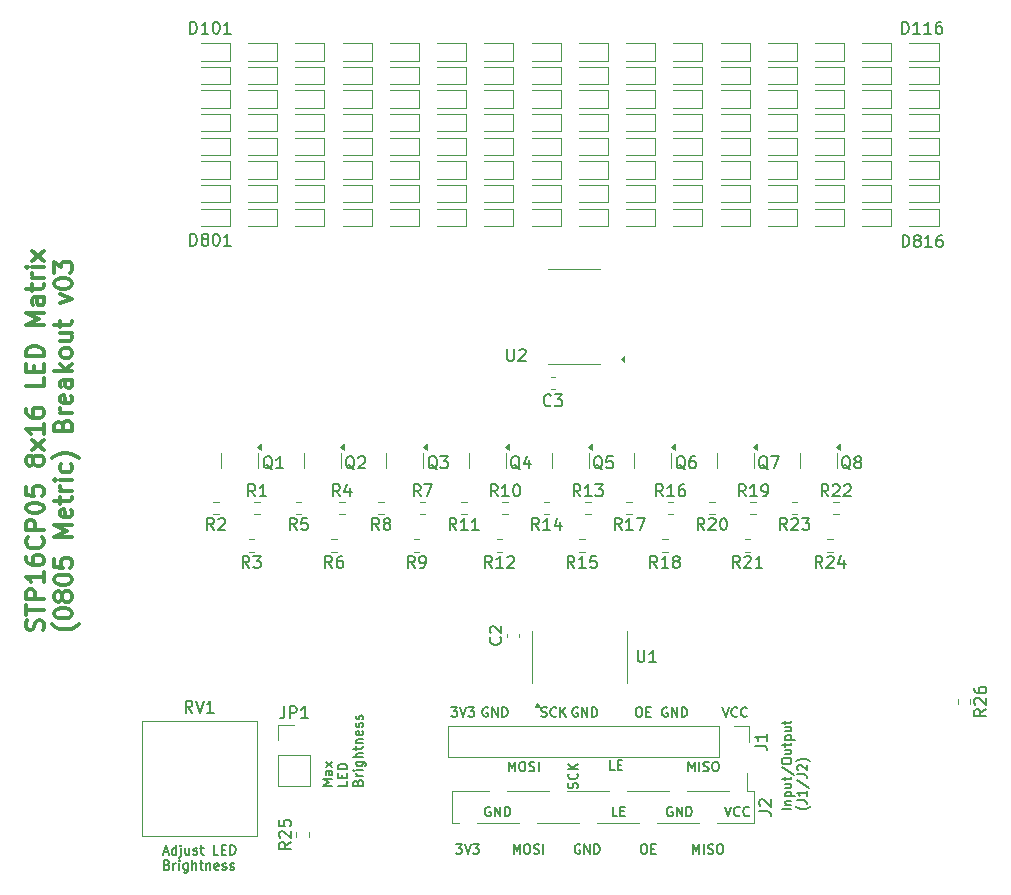
<source format=gbr>
%TF.GenerationSoftware,KiCad,Pcbnew,8.0.6*%
%TF.CreationDate,2024-11-26T14:54:11+00:00*%
%TF.ProjectId,stp16cp05_led_matrix_8x16_breakout_m0805,73747031-3663-4703-9035-5f6c65645f6d,v03*%
%TF.SameCoordinates,Original*%
%TF.FileFunction,Legend,Top*%
%TF.FilePolarity,Positive*%
%FSLAX46Y46*%
G04 Gerber Fmt 4.6, Leading zero omitted, Abs format (unit mm)*
G04 Created by KiCad (PCBNEW 8.0.6) date 2024-11-26 14:54:11*
%MOMM*%
%LPD*%
G01*
G04 APERTURE LIST*
%ADD10C,0.135000*%
%ADD11C,0.140000*%
%ADD12C,0.300000*%
%ADD13C,0.150000*%
%ADD14C,0.120000*%
G04 APERTURE END LIST*
D10*
X185679291Y-117895075D02*
X185679291Y-117095075D01*
X185679291Y-117095075D02*
X185945957Y-117666503D01*
X185945957Y-117666503D02*
X186212624Y-117095075D01*
X186212624Y-117095075D02*
X186212624Y-117895075D01*
X186745958Y-117095075D02*
X186898339Y-117095075D01*
X186898339Y-117095075D02*
X186974529Y-117133170D01*
X186974529Y-117133170D02*
X187050720Y-117209360D01*
X187050720Y-117209360D02*
X187088815Y-117361741D01*
X187088815Y-117361741D02*
X187088815Y-117628408D01*
X187088815Y-117628408D02*
X187050720Y-117780789D01*
X187050720Y-117780789D02*
X186974529Y-117856980D01*
X186974529Y-117856980D02*
X186898339Y-117895075D01*
X186898339Y-117895075D02*
X186745958Y-117895075D01*
X186745958Y-117895075D02*
X186669767Y-117856980D01*
X186669767Y-117856980D02*
X186593577Y-117780789D01*
X186593577Y-117780789D02*
X186555481Y-117628408D01*
X186555481Y-117628408D02*
X186555481Y-117361741D01*
X186555481Y-117361741D02*
X186593577Y-117209360D01*
X186593577Y-117209360D02*
X186669767Y-117133170D01*
X186669767Y-117133170D02*
X186745958Y-117095075D01*
X187393576Y-117856980D02*
X187507862Y-117895075D01*
X187507862Y-117895075D02*
X187698338Y-117895075D01*
X187698338Y-117895075D02*
X187774529Y-117856980D01*
X187774529Y-117856980D02*
X187812624Y-117818884D01*
X187812624Y-117818884D02*
X187850719Y-117742694D01*
X187850719Y-117742694D02*
X187850719Y-117666503D01*
X187850719Y-117666503D02*
X187812624Y-117590313D01*
X187812624Y-117590313D02*
X187774529Y-117552218D01*
X187774529Y-117552218D02*
X187698338Y-117514122D01*
X187698338Y-117514122D02*
X187545957Y-117476027D01*
X187545957Y-117476027D02*
X187469767Y-117437932D01*
X187469767Y-117437932D02*
X187431672Y-117399837D01*
X187431672Y-117399837D02*
X187393576Y-117323646D01*
X187393576Y-117323646D02*
X187393576Y-117247456D01*
X187393576Y-117247456D02*
X187431672Y-117171265D01*
X187431672Y-117171265D02*
X187469767Y-117133170D01*
X187469767Y-117133170D02*
X187545957Y-117095075D01*
X187545957Y-117095075D02*
X187736434Y-117095075D01*
X187736434Y-117095075D02*
X187850719Y-117133170D01*
X188193577Y-117895075D02*
X188193577Y-117095075D01*
X200879291Y-117895075D02*
X200879291Y-117095075D01*
X200879291Y-117095075D02*
X201145957Y-117666503D01*
X201145957Y-117666503D02*
X201412624Y-117095075D01*
X201412624Y-117095075D02*
X201412624Y-117895075D01*
X201793577Y-117895075D02*
X201793577Y-117095075D01*
X202136433Y-117856980D02*
X202250719Y-117895075D01*
X202250719Y-117895075D02*
X202441195Y-117895075D01*
X202441195Y-117895075D02*
X202517386Y-117856980D01*
X202517386Y-117856980D02*
X202555481Y-117818884D01*
X202555481Y-117818884D02*
X202593576Y-117742694D01*
X202593576Y-117742694D02*
X202593576Y-117666503D01*
X202593576Y-117666503D02*
X202555481Y-117590313D01*
X202555481Y-117590313D02*
X202517386Y-117552218D01*
X202517386Y-117552218D02*
X202441195Y-117514122D01*
X202441195Y-117514122D02*
X202288814Y-117476027D01*
X202288814Y-117476027D02*
X202212624Y-117437932D01*
X202212624Y-117437932D02*
X202174529Y-117399837D01*
X202174529Y-117399837D02*
X202136433Y-117323646D01*
X202136433Y-117323646D02*
X202136433Y-117247456D01*
X202136433Y-117247456D02*
X202174529Y-117171265D01*
X202174529Y-117171265D02*
X202212624Y-117133170D01*
X202212624Y-117133170D02*
X202288814Y-117095075D01*
X202288814Y-117095075D02*
X202479291Y-117095075D01*
X202479291Y-117095075D02*
X202593576Y-117133170D01*
X203088815Y-117095075D02*
X203241196Y-117095075D01*
X203241196Y-117095075D02*
X203317386Y-117133170D01*
X203317386Y-117133170D02*
X203393577Y-117209360D01*
X203393577Y-117209360D02*
X203431672Y-117361741D01*
X203431672Y-117361741D02*
X203431672Y-117628408D01*
X203431672Y-117628408D02*
X203393577Y-117780789D01*
X203393577Y-117780789D02*
X203317386Y-117856980D01*
X203317386Y-117856980D02*
X203241196Y-117895075D01*
X203241196Y-117895075D02*
X203088815Y-117895075D01*
X203088815Y-117895075D02*
X203012624Y-117856980D01*
X203012624Y-117856980D02*
X202936434Y-117780789D01*
X202936434Y-117780789D02*
X202898338Y-117628408D01*
X202898338Y-117628408D02*
X202898338Y-117361741D01*
X202898338Y-117361741D02*
X202936434Y-117209360D01*
X202936434Y-117209360D02*
X203012624Y-117133170D01*
X203012624Y-117133170D02*
X203088815Y-117095075D01*
X191098338Y-105533170D02*
X191022148Y-105495075D01*
X191022148Y-105495075D02*
X190907862Y-105495075D01*
X190907862Y-105495075D02*
X190793576Y-105533170D01*
X190793576Y-105533170D02*
X190717386Y-105609360D01*
X190717386Y-105609360D02*
X190679291Y-105685551D01*
X190679291Y-105685551D02*
X190641195Y-105837932D01*
X190641195Y-105837932D02*
X190641195Y-105952218D01*
X190641195Y-105952218D02*
X190679291Y-106104599D01*
X190679291Y-106104599D02*
X190717386Y-106180789D01*
X190717386Y-106180789D02*
X190793576Y-106256980D01*
X190793576Y-106256980D02*
X190907862Y-106295075D01*
X190907862Y-106295075D02*
X190984053Y-106295075D01*
X190984053Y-106295075D02*
X191098338Y-106256980D01*
X191098338Y-106256980D02*
X191136434Y-106218884D01*
X191136434Y-106218884D02*
X191136434Y-105952218D01*
X191136434Y-105952218D02*
X190984053Y-105952218D01*
X191479291Y-106295075D02*
X191479291Y-105495075D01*
X191479291Y-105495075D02*
X191936434Y-106295075D01*
X191936434Y-106295075D02*
X191936434Y-105495075D01*
X192317386Y-106295075D02*
X192317386Y-105495075D01*
X192317386Y-105495075D02*
X192507862Y-105495075D01*
X192507862Y-105495075D02*
X192622148Y-105533170D01*
X192622148Y-105533170D02*
X192698338Y-105609360D01*
X192698338Y-105609360D02*
X192736433Y-105685551D01*
X192736433Y-105685551D02*
X192774529Y-105837932D01*
X192774529Y-105837932D02*
X192774529Y-105952218D01*
X192774529Y-105952218D02*
X192736433Y-106104599D01*
X192736433Y-106104599D02*
X192698338Y-106180789D01*
X192698338Y-106180789D02*
X192622148Y-106256980D01*
X192622148Y-106256980D02*
X192507862Y-106295075D01*
X192507862Y-106295075D02*
X192317386Y-106295075D01*
X191056980Y-112358804D02*
X191095075Y-112244518D01*
X191095075Y-112244518D02*
X191095075Y-112054042D01*
X191095075Y-112054042D02*
X191056980Y-111977851D01*
X191056980Y-111977851D02*
X191018884Y-111939756D01*
X191018884Y-111939756D02*
X190942694Y-111901661D01*
X190942694Y-111901661D02*
X190866503Y-111901661D01*
X190866503Y-111901661D02*
X190790313Y-111939756D01*
X190790313Y-111939756D02*
X190752218Y-111977851D01*
X190752218Y-111977851D02*
X190714122Y-112054042D01*
X190714122Y-112054042D02*
X190676027Y-112206423D01*
X190676027Y-112206423D02*
X190637932Y-112282613D01*
X190637932Y-112282613D02*
X190599837Y-112320708D01*
X190599837Y-112320708D02*
X190523646Y-112358804D01*
X190523646Y-112358804D02*
X190447456Y-112358804D01*
X190447456Y-112358804D02*
X190371265Y-112320708D01*
X190371265Y-112320708D02*
X190333170Y-112282613D01*
X190333170Y-112282613D02*
X190295075Y-112206423D01*
X190295075Y-112206423D02*
X190295075Y-112015946D01*
X190295075Y-112015946D02*
X190333170Y-111901661D01*
X191018884Y-111101660D02*
X191056980Y-111139756D01*
X191056980Y-111139756D02*
X191095075Y-111254041D01*
X191095075Y-111254041D02*
X191095075Y-111330232D01*
X191095075Y-111330232D02*
X191056980Y-111444518D01*
X191056980Y-111444518D02*
X190980789Y-111520708D01*
X190980789Y-111520708D02*
X190904599Y-111558803D01*
X190904599Y-111558803D02*
X190752218Y-111596899D01*
X190752218Y-111596899D02*
X190637932Y-111596899D01*
X190637932Y-111596899D02*
X190485551Y-111558803D01*
X190485551Y-111558803D02*
X190409360Y-111520708D01*
X190409360Y-111520708D02*
X190333170Y-111444518D01*
X190333170Y-111444518D02*
X190295075Y-111330232D01*
X190295075Y-111330232D02*
X190295075Y-111254041D01*
X190295075Y-111254041D02*
X190333170Y-111139756D01*
X190333170Y-111139756D02*
X190371265Y-111101660D01*
X191095075Y-110758803D02*
X190295075Y-110758803D01*
X191095075Y-110301660D02*
X190637932Y-110644518D01*
X190295075Y-110301660D02*
X190752218Y-110758803D01*
X194460243Y-114695075D02*
X194079291Y-114695075D01*
X194079291Y-114695075D02*
X194079291Y-113895075D01*
X194726910Y-114276027D02*
X194993576Y-114276027D01*
X195107862Y-114695075D02*
X194726910Y-114695075D01*
X194726910Y-114695075D02*
X194726910Y-113895075D01*
X194726910Y-113895075D02*
X195107862Y-113895075D01*
X156041195Y-117728548D02*
X156422148Y-117728548D01*
X155965005Y-117957120D02*
X156231672Y-117157120D01*
X156231672Y-117157120D02*
X156498338Y-117957120D01*
X157107862Y-117957120D02*
X157107862Y-117157120D01*
X157107862Y-117919025D02*
X157031671Y-117957120D01*
X157031671Y-117957120D02*
X156879290Y-117957120D01*
X156879290Y-117957120D02*
X156803100Y-117919025D01*
X156803100Y-117919025D02*
X156765005Y-117880929D01*
X156765005Y-117880929D02*
X156726909Y-117804739D01*
X156726909Y-117804739D02*
X156726909Y-117576167D01*
X156726909Y-117576167D02*
X156765005Y-117499977D01*
X156765005Y-117499977D02*
X156803100Y-117461882D01*
X156803100Y-117461882D02*
X156879290Y-117423786D01*
X156879290Y-117423786D02*
X157031671Y-117423786D01*
X157031671Y-117423786D02*
X157107862Y-117461882D01*
X157488815Y-117423786D02*
X157488815Y-118109501D01*
X157488815Y-118109501D02*
X157450719Y-118185691D01*
X157450719Y-118185691D02*
X157374529Y-118223786D01*
X157374529Y-118223786D02*
X157336434Y-118223786D01*
X157488815Y-117157120D02*
X157450719Y-117195215D01*
X157450719Y-117195215D02*
X157488815Y-117233310D01*
X157488815Y-117233310D02*
X157526910Y-117195215D01*
X157526910Y-117195215D02*
X157488815Y-117157120D01*
X157488815Y-117157120D02*
X157488815Y-117233310D01*
X158212624Y-117423786D02*
X158212624Y-117957120D01*
X157869767Y-117423786D02*
X157869767Y-117842834D01*
X157869767Y-117842834D02*
X157907862Y-117919025D01*
X157907862Y-117919025D02*
X157984052Y-117957120D01*
X157984052Y-117957120D02*
X158098338Y-117957120D01*
X158098338Y-117957120D02*
X158174529Y-117919025D01*
X158174529Y-117919025D02*
X158212624Y-117880929D01*
X158555481Y-117919025D02*
X158631672Y-117957120D01*
X158631672Y-117957120D02*
X158784053Y-117957120D01*
X158784053Y-117957120D02*
X158860243Y-117919025D01*
X158860243Y-117919025D02*
X158898339Y-117842834D01*
X158898339Y-117842834D02*
X158898339Y-117804739D01*
X158898339Y-117804739D02*
X158860243Y-117728548D01*
X158860243Y-117728548D02*
X158784053Y-117690453D01*
X158784053Y-117690453D02*
X158669767Y-117690453D01*
X158669767Y-117690453D02*
X158593577Y-117652358D01*
X158593577Y-117652358D02*
X158555481Y-117576167D01*
X158555481Y-117576167D02*
X158555481Y-117538072D01*
X158555481Y-117538072D02*
X158593577Y-117461882D01*
X158593577Y-117461882D02*
X158669767Y-117423786D01*
X158669767Y-117423786D02*
X158784053Y-117423786D01*
X158784053Y-117423786D02*
X158860243Y-117461882D01*
X159126910Y-117423786D02*
X159431672Y-117423786D01*
X159241196Y-117157120D02*
X159241196Y-117842834D01*
X159241196Y-117842834D02*
X159279291Y-117919025D01*
X159279291Y-117919025D02*
X159355481Y-117957120D01*
X159355481Y-117957120D02*
X159431672Y-117957120D01*
X160688815Y-117957120D02*
X160307863Y-117957120D01*
X160307863Y-117957120D02*
X160307863Y-117157120D01*
X160955482Y-117538072D02*
X161222148Y-117538072D01*
X161336434Y-117957120D02*
X160955482Y-117957120D01*
X160955482Y-117957120D02*
X160955482Y-117157120D01*
X160955482Y-117157120D02*
X161336434Y-117157120D01*
X161679292Y-117957120D02*
X161679292Y-117157120D01*
X161679292Y-117157120D02*
X161869768Y-117157120D01*
X161869768Y-117157120D02*
X161984054Y-117195215D01*
X161984054Y-117195215D02*
X162060244Y-117271405D01*
X162060244Y-117271405D02*
X162098339Y-117347596D01*
X162098339Y-117347596D02*
X162136435Y-117499977D01*
X162136435Y-117499977D02*
X162136435Y-117614263D01*
X162136435Y-117614263D02*
X162098339Y-117766644D01*
X162098339Y-117766644D02*
X162060244Y-117842834D01*
X162060244Y-117842834D02*
X161984054Y-117919025D01*
X161984054Y-117919025D02*
X161869768Y-117957120D01*
X161869768Y-117957120D02*
X161679292Y-117957120D01*
X156345957Y-118826027D02*
X156460243Y-118864122D01*
X156460243Y-118864122D02*
X156498338Y-118902218D01*
X156498338Y-118902218D02*
X156536434Y-118978408D01*
X156536434Y-118978408D02*
X156536434Y-119092694D01*
X156536434Y-119092694D02*
X156498338Y-119168884D01*
X156498338Y-119168884D02*
X156460243Y-119206980D01*
X156460243Y-119206980D02*
X156384053Y-119245075D01*
X156384053Y-119245075D02*
X156079291Y-119245075D01*
X156079291Y-119245075D02*
X156079291Y-118445075D01*
X156079291Y-118445075D02*
X156345957Y-118445075D01*
X156345957Y-118445075D02*
X156422148Y-118483170D01*
X156422148Y-118483170D02*
X156460243Y-118521265D01*
X156460243Y-118521265D02*
X156498338Y-118597456D01*
X156498338Y-118597456D02*
X156498338Y-118673646D01*
X156498338Y-118673646D02*
X156460243Y-118749837D01*
X156460243Y-118749837D02*
X156422148Y-118787932D01*
X156422148Y-118787932D02*
X156345957Y-118826027D01*
X156345957Y-118826027D02*
X156079291Y-118826027D01*
X156879291Y-119245075D02*
X156879291Y-118711741D01*
X156879291Y-118864122D02*
X156917386Y-118787932D01*
X156917386Y-118787932D02*
X156955481Y-118749837D01*
X156955481Y-118749837D02*
X157031672Y-118711741D01*
X157031672Y-118711741D02*
X157107862Y-118711741D01*
X157374529Y-119245075D02*
X157374529Y-118711741D01*
X157374529Y-118445075D02*
X157336433Y-118483170D01*
X157336433Y-118483170D02*
X157374529Y-118521265D01*
X157374529Y-118521265D02*
X157412624Y-118483170D01*
X157412624Y-118483170D02*
X157374529Y-118445075D01*
X157374529Y-118445075D02*
X157374529Y-118521265D01*
X158098338Y-118711741D02*
X158098338Y-119359360D01*
X158098338Y-119359360D02*
X158060243Y-119435551D01*
X158060243Y-119435551D02*
X158022147Y-119473646D01*
X158022147Y-119473646D02*
X157945957Y-119511741D01*
X157945957Y-119511741D02*
X157831671Y-119511741D01*
X157831671Y-119511741D02*
X157755481Y-119473646D01*
X158098338Y-119206980D02*
X158022147Y-119245075D01*
X158022147Y-119245075D02*
X157869766Y-119245075D01*
X157869766Y-119245075D02*
X157793576Y-119206980D01*
X157793576Y-119206980D02*
X157755481Y-119168884D01*
X157755481Y-119168884D02*
X157717385Y-119092694D01*
X157717385Y-119092694D02*
X157717385Y-118864122D01*
X157717385Y-118864122D02*
X157755481Y-118787932D01*
X157755481Y-118787932D02*
X157793576Y-118749837D01*
X157793576Y-118749837D02*
X157869766Y-118711741D01*
X157869766Y-118711741D02*
X158022147Y-118711741D01*
X158022147Y-118711741D02*
X158098338Y-118749837D01*
X158479291Y-119245075D02*
X158479291Y-118445075D01*
X158822148Y-119245075D02*
X158822148Y-118826027D01*
X158822148Y-118826027D02*
X158784053Y-118749837D01*
X158784053Y-118749837D02*
X158707862Y-118711741D01*
X158707862Y-118711741D02*
X158593576Y-118711741D01*
X158593576Y-118711741D02*
X158517386Y-118749837D01*
X158517386Y-118749837D02*
X158479291Y-118787932D01*
X159088815Y-118711741D02*
X159393577Y-118711741D01*
X159203101Y-118445075D02*
X159203101Y-119130789D01*
X159203101Y-119130789D02*
X159241196Y-119206980D01*
X159241196Y-119206980D02*
X159317386Y-119245075D01*
X159317386Y-119245075D02*
X159393577Y-119245075D01*
X159660244Y-118711741D02*
X159660244Y-119245075D01*
X159660244Y-118787932D02*
X159698339Y-118749837D01*
X159698339Y-118749837D02*
X159774529Y-118711741D01*
X159774529Y-118711741D02*
X159888815Y-118711741D01*
X159888815Y-118711741D02*
X159965006Y-118749837D01*
X159965006Y-118749837D02*
X160003101Y-118826027D01*
X160003101Y-118826027D02*
X160003101Y-119245075D01*
X160688816Y-119206980D02*
X160612625Y-119245075D01*
X160612625Y-119245075D02*
X160460244Y-119245075D01*
X160460244Y-119245075D02*
X160384054Y-119206980D01*
X160384054Y-119206980D02*
X160345958Y-119130789D01*
X160345958Y-119130789D02*
X160345958Y-118826027D01*
X160345958Y-118826027D02*
X160384054Y-118749837D01*
X160384054Y-118749837D02*
X160460244Y-118711741D01*
X160460244Y-118711741D02*
X160612625Y-118711741D01*
X160612625Y-118711741D02*
X160688816Y-118749837D01*
X160688816Y-118749837D02*
X160726911Y-118826027D01*
X160726911Y-118826027D02*
X160726911Y-118902218D01*
X160726911Y-118902218D02*
X160345958Y-118978408D01*
X161031672Y-119206980D02*
X161107863Y-119245075D01*
X161107863Y-119245075D02*
X161260244Y-119245075D01*
X161260244Y-119245075D02*
X161336434Y-119206980D01*
X161336434Y-119206980D02*
X161374530Y-119130789D01*
X161374530Y-119130789D02*
X161374530Y-119092694D01*
X161374530Y-119092694D02*
X161336434Y-119016503D01*
X161336434Y-119016503D02*
X161260244Y-118978408D01*
X161260244Y-118978408D02*
X161145958Y-118978408D01*
X161145958Y-118978408D02*
X161069768Y-118940313D01*
X161069768Y-118940313D02*
X161031672Y-118864122D01*
X161031672Y-118864122D02*
X161031672Y-118826027D01*
X161031672Y-118826027D02*
X161069768Y-118749837D01*
X161069768Y-118749837D02*
X161145958Y-118711741D01*
X161145958Y-118711741D02*
X161260244Y-118711741D01*
X161260244Y-118711741D02*
X161336434Y-118749837D01*
X161679291Y-119206980D02*
X161755482Y-119245075D01*
X161755482Y-119245075D02*
X161907863Y-119245075D01*
X161907863Y-119245075D02*
X161984053Y-119206980D01*
X161984053Y-119206980D02*
X162022149Y-119130789D01*
X162022149Y-119130789D02*
X162022149Y-119092694D01*
X162022149Y-119092694D02*
X161984053Y-119016503D01*
X161984053Y-119016503D02*
X161907863Y-118978408D01*
X161907863Y-118978408D02*
X161793577Y-118978408D01*
X161793577Y-118978408D02*
X161717387Y-118940313D01*
X161717387Y-118940313D02*
X161679291Y-118864122D01*
X161679291Y-118864122D02*
X161679291Y-118826027D01*
X161679291Y-118826027D02*
X161717387Y-118749837D01*
X161717387Y-118749837D02*
X161793577Y-118711741D01*
X161793577Y-118711741D02*
X161907863Y-118711741D01*
X161907863Y-118711741D02*
X161984053Y-118749837D01*
X199098338Y-113933170D02*
X199022148Y-113895075D01*
X199022148Y-113895075D02*
X198907862Y-113895075D01*
X198907862Y-113895075D02*
X198793576Y-113933170D01*
X198793576Y-113933170D02*
X198717386Y-114009360D01*
X198717386Y-114009360D02*
X198679291Y-114085551D01*
X198679291Y-114085551D02*
X198641195Y-114237932D01*
X198641195Y-114237932D02*
X198641195Y-114352218D01*
X198641195Y-114352218D02*
X198679291Y-114504599D01*
X198679291Y-114504599D02*
X198717386Y-114580789D01*
X198717386Y-114580789D02*
X198793576Y-114656980D01*
X198793576Y-114656980D02*
X198907862Y-114695075D01*
X198907862Y-114695075D02*
X198984053Y-114695075D01*
X198984053Y-114695075D02*
X199098338Y-114656980D01*
X199098338Y-114656980D02*
X199136434Y-114618884D01*
X199136434Y-114618884D02*
X199136434Y-114352218D01*
X199136434Y-114352218D02*
X198984053Y-114352218D01*
X199479291Y-114695075D02*
X199479291Y-113895075D01*
X199479291Y-113895075D02*
X199936434Y-114695075D01*
X199936434Y-114695075D02*
X199936434Y-113895075D01*
X200317386Y-114695075D02*
X200317386Y-113895075D01*
X200317386Y-113895075D02*
X200507862Y-113895075D01*
X200507862Y-113895075D02*
X200622148Y-113933170D01*
X200622148Y-113933170D02*
X200698338Y-114009360D01*
X200698338Y-114009360D02*
X200736433Y-114085551D01*
X200736433Y-114085551D02*
X200774529Y-114237932D01*
X200774529Y-114237932D02*
X200774529Y-114352218D01*
X200774529Y-114352218D02*
X200736433Y-114504599D01*
X200736433Y-114504599D02*
X200698338Y-114580789D01*
X200698338Y-114580789D02*
X200622148Y-114656980D01*
X200622148Y-114656980D02*
X200507862Y-114695075D01*
X200507862Y-114695075D02*
X200317386Y-114695075D01*
X194233437Y-110793362D02*
X193852485Y-110793362D01*
X193852485Y-110793362D02*
X193852485Y-109993362D01*
X194500104Y-110374314D02*
X194766770Y-110374314D01*
X194881056Y-110793362D02*
X194500104Y-110793362D01*
X194500104Y-110793362D02*
X194500104Y-109993362D01*
X194500104Y-109993362D02*
X194881056Y-109993362D01*
X191298338Y-117133170D02*
X191222148Y-117095075D01*
X191222148Y-117095075D02*
X191107862Y-117095075D01*
X191107862Y-117095075D02*
X190993576Y-117133170D01*
X190993576Y-117133170D02*
X190917386Y-117209360D01*
X190917386Y-117209360D02*
X190879291Y-117285551D01*
X190879291Y-117285551D02*
X190841195Y-117437932D01*
X190841195Y-117437932D02*
X190841195Y-117552218D01*
X190841195Y-117552218D02*
X190879291Y-117704599D01*
X190879291Y-117704599D02*
X190917386Y-117780789D01*
X190917386Y-117780789D02*
X190993576Y-117856980D01*
X190993576Y-117856980D02*
X191107862Y-117895075D01*
X191107862Y-117895075D02*
X191184053Y-117895075D01*
X191184053Y-117895075D02*
X191298338Y-117856980D01*
X191298338Y-117856980D02*
X191336434Y-117818884D01*
X191336434Y-117818884D02*
X191336434Y-117552218D01*
X191336434Y-117552218D02*
X191184053Y-117552218D01*
X191679291Y-117895075D02*
X191679291Y-117095075D01*
X191679291Y-117095075D02*
X192136434Y-117895075D01*
X192136434Y-117895075D02*
X192136434Y-117095075D01*
X192517386Y-117895075D02*
X192517386Y-117095075D01*
X192517386Y-117095075D02*
X192707862Y-117095075D01*
X192707862Y-117095075D02*
X192822148Y-117133170D01*
X192822148Y-117133170D02*
X192898338Y-117209360D01*
X192898338Y-117209360D02*
X192936433Y-117285551D01*
X192936433Y-117285551D02*
X192974529Y-117437932D01*
X192974529Y-117437932D02*
X192974529Y-117552218D01*
X192974529Y-117552218D02*
X192936433Y-117704599D01*
X192936433Y-117704599D02*
X192898338Y-117780789D01*
X192898338Y-117780789D02*
X192822148Y-117856980D01*
X192822148Y-117856980D02*
X192707862Y-117895075D01*
X192707862Y-117895075D02*
X192517386Y-117895075D01*
D11*
X209206860Y-114117418D02*
X208406860Y-114117418D01*
X208673526Y-113736466D02*
X209206860Y-113736466D01*
X208749717Y-113736466D02*
X208711622Y-113698371D01*
X208711622Y-113698371D02*
X208673526Y-113622181D01*
X208673526Y-113622181D02*
X208673526Y-113507895D01*
X208673526Y-113507895D02*
X208711622Y-113431704D01*
X208711622Y-113431704D02*
X208787812Y-113393609D01*
X208787812Y-113393609D02*
X209206860Y-113393609D01*
X208673526Y-113012656D02*
X209473526Y-113012656D01*
X208711622Y-113012656D02*
X208673526Y-112936466D01*
X208673526Y-112936466D02*
X208673526Y-112784085D01*
X208673526Y-112784085D02*
X208711622Y-112707894D01*
X208711622Y-112707894D02*
X208749717Y-112669799D01*
X208749717Y-112669799D02*
X208825907Y-112631704D01*
X208825907Y-112631704D02*
X209054479Y-112631704D01*
X209054479Y-112631704D02*
X209130669Y-112669799D01*
X209130669Y-112669799D02*
X209168765Y-112707894D01*
X209168765Y-112707894D02*
X209206860Y-112784085D01*
X209206860Y-112784085D02*
X209206860Y-112936466D01*
X209206860Y-112936466D02*
X209168765Y-113012656D01*
X208673526Y-111945989D02*
X209206860Y-111945989D01*
X208673526Y-112288846D02*
X209092574Y-112288846D01*
X209092574Y-112288846D02*
X209168765Y-112250751D01*
X209168765Y-112250751D02*
X209206860Y-112174561D01*
X209206860Y-112174561D02*
X209206860Y-112060275D01*
X209206860Y-112060275D02*
X209168765Y-111984084D01*
X209168765Y-111984084D02*
X209130669Y-111945989D01*
X208673526Y-111679322D02*
X208673526Y-111374560D01*
X208406860Y-111565036D02*
X209092574Y-111565036D01*
X209092574Y-111565036D02*
X209168765Y-111526941D01*
X209168765Y-111526941D02*
X209206860Y-111450751D01*
X209206860Y-111450751D02*
X209206860Y-111374560D01*
X208368765Y-110536465D02*
X209397336Y-111222179D01*
X208406860Y-110117417D02*
X208406860Y-109965036D01*
X208406860Y-109965036D02*
X208444955Y-109888846D01*
X208444955Y-109888846D02*
X208521145Y-109812655D01*
X208521145Y-109812655D02*
X208673526Y-109774560D01*
X208673526Y-109774560D02*
X208940193Y-109774560D01*
X208940193Y-109774560D02*
X209092574Y-109812655D01*
X209092574Y-109812655D02*
X209168765Y-109888846D01*
X209168765Y-109888846D02*
X209206860Y-109965036D01*
X209206860Y-109965036D02*
X209206860Y-110117417D01*
X209206860Y-110117417D02*
X209168765Y-110193608D01*
X209168765Y-110193608D02*
X209092574Y-110269798D01*
X209092574Y-110269798D02*
X208940193Y-110307894D01*
X208940193Y-110307894D02*
X208673526Y-110307894D01*
X208673526Y-110307894D02*
X208521145Y-110269798D01*
X208521145Y-110269798D02*
X208444955Y-110193608D01*
X208444955Y-110193608D02*
X208406860Y-110117417D01*
X208673526Y-109088846D02*
X209206860Y-109088846D01*
X208673526Y-109431703D02*
X209092574Y-109431703D01*
X209092574Y-109431703D02*
X209168765Y-109393608D01*
X209168765Y-109393608D02*
X209206860Y-109317418D01*
X209206860Y-109317418D02*
X209206860Y-109203132D01*
X209206860Y-109203132D02*
X209168765Y-109126941D01*
X209168765Y-109126941D02*
X209130669Y-109088846D01*
X208673526Y-108822179D02*
X208673526Y-108517417D01*
X208406860Y-108707893D02*
X209092574Y-108707893D01*
X209092574Y-108707893D02*
X209168765Y-108669798D01*
X209168765Y-108669798D02*
X209206860Y-108593608D01*
X209206860Y-108593608D02*
X209206860Y-108517417D01*
X208673526Y-108250750D02*
X209473526Y-108250750D01*
X208711622Y-108250750D02*
X208673526Y-108174560D01*
X208673526Y-108174560D02*
X208673526Y-108022179D01*
X208673526Y-108022179D02*
X208711622Y-107945988D01*
X208711622Y-107945988D02*
X208749717Y-107907893D01*
X208749717Y-107907893D02*
X208825907Y-107869798D01*
X208825907Y-107869798D02*
X209054479Y-107869798D01*
X209054479Y-107869798D02*
X209130669Y-107907893D01*
X209130669Y-107907893D02*
X209168765Y-107945988D01*
X209168765Y-107945988D02*
X209206860Y-108022179D01*
X209206860Y-108022179D02*
X209206860Y-108174560D01*
X209206860Y-108174560D02*
X209168765Y-108250750D01*
X208673526Y-107184083D02*
X209206860Y-107184083D01*
X208673526Y-107526940D02*
X209092574Y-107526940D01*
X209092574Y-107526940D02*
X209168765Y-107488845D01*
X209168765Y-107488845D02*
X209206860Y-107412655D01*
X209206860Y-107412655D02*
X209206860Y-107298369D01*
X209206860Y-107298369D02*
X209168765Y-107222178D01*
X209168765Y-107222178D02*
X209130669Y-107184083D01*
X208673526Y-106917416D02*
X208673526Y-106612654D01*
X208406860Y-106803130D02*
X209092574Y-106803130D01*
X209092574Y-106803130D02*
X209168765Y-106765035D01*
X209168765Y-106765035D02*
X209206860Y-106688845D01*
X209206860Y-106688845D02*
X209206860Y-106612654D01*
X210799577Y-113888847D02*
X210761481Y-113926942D01*
X210761481Y-113926942D02*
X210647196Y-114003133D01*
X210647196Y-114003133D02*
X210571005Y-114041228D01*
X210571005Y-114041228D02*
X210456720Y-114079323D01*
X210456720Y-114079323D02*
X210266243Y-114117418D01*
X210266243Y-114117418D02*
X210113862Y-114117418D01*
X210113862Y-114117418D02*
X209923386Y-114079323D01*
X209923386Y-114079323D02*
X209809100Y-114041228D01*
X209809100Y-114041228D02*
X209732910Y-114003133D01*
X209732910Y-114003133D02*
X209618624Y-113926942D01*
X209618624Y-113926942D02*
X209580529Y-113888847D01*
X209694815Y-113355514D02*
X210266243Y-113355514D01*
X210266243Y-113355514D02*
X210380529Y-113393609D01*
X210380529Y-113393609D02*
X210456720Y-113469800D01*
X210456720Y-113469800D02*
X210494815Y-113584085D01*
X210494815Y-113584085D02*
X210494815Y-113660276D01*
X210494815Y-112555514D02*
X210494815Y-113012657D01*
X210494815Y-112784085D02*
X209694815Y-112784085D01*
X209694815Y-112784085D02*
X209809100Y-112860276D01*
X209809100Y-112860276D02*
X209885291Y-112936466D01*
X209885291Y-112936466D02*
X209923386Y-113012657D01*
X209656720Y-111641228D02*
X210685291Y-112326942D01*
X209694815Y-111145990D02*
X210266243Y-111145990D01*
X210266243Y-111145990D02*
X210380529Y-111184085D01*
X210380529Y-111184085D02*
X210456720Y-111260276D01*
X210456720Y-111260276D02*
X210494815Y-111374561D01*
X210494815Y-111374561D02*
X210494815Y-111450752D01*
X209771005Y-110803133D02*
X209732910Y-110765037D01*
X209732910Y-110765037D02*
X209694815Y-110688847D01*
X209694815Y-110688847D02*
X209694815Y-110498371D01*
X209694815Y-110498371D02*
X209732910Y-110422180D01*
X209732910Y-110422180D02*
X209771005Y-110384085D01*
X209771005Y-110384085D02*
X209847196Y-110345990D01*
X209847196Y-110345990D02*
X209923386Y-110345990D01*
X209923386Y-110345990D02*
X210037672Y-110384085D01*
X210037672Y-110384085D02*
X210494815Y-110841228D01*
X210494815Y-110841228D02*
X210494815Y-110345990D01*
X210799577Y-110079323D02*
X210761481Y-110041228D01*
X210761481Y-110041228D02*
X210647196Y-109965037D01*
X210647196Y-109965037D02*
X210571005Y-109926942D01*
X210571005Y-109926942D02*
X210456720Y-109888847D01*
X210456720Y-109888847D02*
X210266243Y-109850751D01*
X210266243Y-109850751D02*
X210113862Y-109850751D01*
X210113862Y-109850751D02*
X209923386Y-109888847D01*
X209923386Y-109888847D02*
X209809100Y-109926942D01*
X209809100Y-109926942D02*
X209732910Y-109965037D01*
X209732910Y-109965037D02*
X209618624Y-110041228D01*
X209618624Y-110041228D02*
X209580529Y-110079323D01*
D10*
X180803100Y-117095075D02*
X181298338Y-117095075D01*
X181298338Y-117095075D02*
X181031672Y-117399837D01*
X181031672Y-117399837D02*
X181145957Y-117399837D01*
X181145957Y-117399837D02*
X181222148Y-117437932D01*
X181222148Y-117437932D02*
X181260243Y-117476027D01*
X181260243Y-117476027D02*
X181298338Y-117552218D01*
X181298338Y-117552218D02*
X181298338Y-117742694D01*
X181298338Y-117742694D02*
X181260243Y-117818884D01*
X181260243Y-117818884D02*
X181222148Y-117856980D01*
X181222148Y-117856980D02*
X181145957Y-117895075D01*
X181145957Y-117895075D02*
X180917386Y-117895075D01*
X180917386Y-117895075D02*
X180841195Y-117856980D01*
X180841195Y-117856980D02*
X180803100Y-117818884D01*
X181526910Y-117095075D02*
X181793577Y-117895075D01*
X181793577Y-117895075D02*
X182060243Y-117095075D01*
X182250719Y-117095075D02*
X182745957Y-117095075D01*
X182745957Y-117095075D02*
X182479291Y-117399837D01*
X182479291Y-117399837D02*
X182593576Y-117399837D01*
X182593576Y-117399837D02*
X182669767Y-117437932D01*
X182669767Y-117437932D02*
X182707862Y-117476027D01*
X182707862Y-117476027D02*
X182745957Y-117552218D01*
X182745957Y-117552218D02*
X182745957Y-117742694D01*
X182745957Y-117742694D02*
X182707862Y-117818884D01*
X182707862Y-117818884D02*
X182669767Y-117856980D01*
X182669767Y-117856980D02*
X182593576Y-117895075D01*
X182593576Y-117895075D02*
X182365005Y-117895075D01*
X182365005Y-117895075D02*
X182288814Y-117856980D01*
X182288814Y-117856980D02*
X182250719Y-117818884D01*
X183698338Y-113933170D02*
X183622148Y-113895075D01*
X183622148Y-113895075D02*
X183507862Y-113895075D01*
X183507862Y-113895075D02*
X183393576Y-113933170D01*
X183393576Y-113933170D02*
X183317386Y-114009360D01*
X183317386Y-114009360D02*
X183279291Y-114085551D01*
X183279291Y-114085551D02*
X183241195Y-114237932D01*
X183241195Y-114237932D02*
X183241195Y-114352218D01*
X183241195Y-114352218D02*
X183279291Y-114504599D01*
X183279291Y-114504599D02*
X183317386Y-114580789D01*
X183317386Y-114580789D02*
X183393576Y-114656980D01*
X183393576Y-114656980D02*
X183507862Y-114695075D01*
X183507862Y-114695075D02*
X183584053Y-114695075D01*
X183584053Y-114695075D02*
X183698338Y-114656980D01*
X183698338Y-114656980D02*
X183736434Y-114618884D01*
X183736434Y-114618884D02*
X183736434Y-114352218D01*
X183736434Y-114352218D02*
X183584053Y-114352218D01*
X184079291Y-114695075D02*
X184079291Y-113895075D01*
X184079291Y-113895075D02*
X184536434Y-114695075D01*
X184536434Y-114695075D02*
X184536434Y-113895075D01*
X184917386Y-114695075D02*
X184917386Y-113895075D01*
X184917386Y-113895075D02*
X185107862Y-113895075D01*
X185107862Y-113895075D02*
X185222148Y-113933170D01*
X185222148Y-113933170D02*
X185298338Y-114009360D01*
X185298338Y-114009360D02*
X185336433Y-114085551D01*
X185336433Y-114085551D02*
X185374529Y-114237932D01*
X185374529Y-114237932D02*
X185374529Y-114352218D01*
X185374529Y-114352218D02*
X185336433Y-114504599D01*
X185336433Y-114504599D02*
X185298338Y-114580789D01*
X185298338Y-114580789D02*
X185222148Y-114656980D01*
X185222148Y-114656980D02*
X185107862Y-114695075D01*
X185107862Y-114695075D02*
X184917386Y-114695075D01*
X188041195Y-106256980D02*
X188155481Y-106295075D01*
X188155481Y-106295075D02*
X188345957Y-106295075D01*
X188345957Y-106295075D02*
X188422148Y-106256980D01*
X188422148Y-106256980D02*
X188460243Y-106218884D01*
X188460243Y-106218884D02*
X188498338Y-106142694D01*
X188498338Y-106142694D02*
X188498338Y-106066503D01*
X188498338Y-106066503D02*
X188460243Y-105990313D01*
X188460243Y-105990313D02*
X188422148Y-105952218D01*
X188422148Y-105952218D02*
X188345957Y-105914122D01*
X188345957Y-105914122D02*
X188193576Y-105876027D01*
X188193576Y-105876027D02*
X188117386Y-105837932D01*
X188117386Y-105837932D02*
X188079291Y-105799837D01*
X188079291Y-105799837D02*
X188041195Y-105723646D01*
X188041195Y-105723646D02*
X188041195Y-105647456D01*
X188041195Y-105647456D02*
X188079291Y-105571265D01*
X188079291Y-105571265D02*
X188117386Y-105533170D01*
X188117386Y-105533170D02*
X188193576Y-105495075D01*
X188193576Y-105495075D02*
X188384053Y-105495075D01*
X188384053Y-105495075D02*
X188498338Y-105533170D01*
X189298339Y-106218884D02*
X189260243Y-106256980D01*
X189260243Y-106256980D02*
X189145958Y-106295075D01*
X189145958Y-106295075D02*
X189069767Y-106295075D01*
X189069767Y-106295075D02*
X188955481Y-106256980D01*
X188955481Y-106256980D02*
X188879291Y-106180789D01*
X188879291Y-106180789D02*
X188841196Y-106104599D01*
X188841196Y-106104599D02*
X188803100Y-105952218D01*
X188803100Y-105952218D02*
X188803100Y-105837932D01*
X188803100Y-105837932D02*
X188841196Y-105685551D01*
X188841196Y-105685551D02*
X188879291Y-105609360D01*
X188879291Y-105609360D02*
X188955481Y-105533170D01*
X188955481Y-105533170D02*
X189069767Y-105495075D01*
X189069767Y-105495075D02*
X189145958Y-105495075D01*
X189145958Y-105495075D02*
X189260243Y-105533170D01*
X189260243Y-105533170D02*
X189298339Y-105571265D01*
X189641196Y-106295075D02*
X189641196Y-105495075D01*
X190098339Y-106295075D02*
X189755481Y-105837932D01*
X190098339Y-105495075D02*
X189641196Y-105952218D01*
X183498338Y-105533170D02*
X183422148Y-105495075D01*
X183422148Y-105495075D02*
X183307862Y-105495075D01*
X183307862Y-105495075D02*
X183193576Y-105533170D01*
X183193576Y-105533170D02*
X183117386Y-105609360D01*
X183117386Y-105609360D02*
X183079291Y-105685551D01*
X183079291Y-105685551D02*
X183041195Y-105837932D01*
X183041195Y-105837932D02*
X183041195Y-105952218D01*
X183041195Y-105952218D02*
X183079291Y-106104599D01*
X183079291Y-106104599D02*
X183117386Y-106180789D01*
X183117386Y-106180789D02*
X183193576Y-106256980D01*
X183193576Y-106256980D02*
X183307862Y-106295075D01*
X183307862Y-106295075D02*
X183384053Y-106295075D01*
X183384053Y-106295075D02*
X183498338Y-106256980D01*
X183498338Y-106256980D02*
X183536434Y-106218884D01*
X183536434Y-106218884D02*
X183536434Y-105952218D01*
X183536434Y-105952218D02*
X183384053Y-105952218D01*
X183879291Y-106295075D02*
X183879291Y-105495075D01*
X183879291Y-105495075D02*
X184336434Y-106295075D01*
X184336434Y-106295075D02*
X184336434Y-105495075D01*
X184717386Y-106295075D02*
X184717386Y-105495075D01*
X184717386Y-105495075D02*
X184907862Y-105495075D01*
X184907862Y-105495075D02*
X185022148Y-105533170D01*
X185022148Y-105533170D02*
X185098338Y-105609360D01*
X185098338Y-105609360D02*
X185136433Y-105685551D01*
X185136433Y-105685551D02*
X185174529Y-105837932D01*
X185174529Y-105837932D02*
X185174529Y-105952218D01*
X185174529Y-105952218D02*
X185136433Y-106104599D01*
X185136433Y-106104599D02*
X185098338Y-106180789D01*
X185098338Y-106180789D02*
X185022148Y-106256980D01*
X185022148Y-106256980D02*
X184907862Y-106295075D01*
X184907862Y-106295075D02*
X184717386Y-106295075D01*
D12*
X145814484Y-98966917D02*
X145885912Y-98752632D01*
X145885912Y-98752632D02*
X145885912Y-98395489D01*
X145885912Y-98395489D02*
X145814484Y-98252632D01*
X145814484Y-98252632D02*
X145743055Y-98181203D01*
X145743055Y-98181203D02*
X145600198Y-98109774D01*
X145600198Y-98109774D02*
X145457341Y-98109774D01*
X145457341Y-98109774D02*
X145314484Y-98181203D01*
X145314484Y-98181203D02*
X145243055Y-98252632D01*
X145243055Y-98252632D02*
X145171626Y-98395489D01*
X145171626Y-98395489D02*
X145100198Y-98681203D01*
X145100198Y-98681203D02*
X145028769Y-98824060D01*
X145028769Y-98824060D02*
X144957341Y-98895489D01*
X144957341Y-98895489D02*
X144814484Y-98966917D01*
X144814484Y-98966917D02*
X144671626Y-98966917D01*
X144671626Y-98966917D02*
X144528769Y-98895489D01*
X144528769Y-98895489D02*
X144457341Y-98824060D01*
X144457341Y-98824060D02*
X144385912Y-98681203D01*
X144385912Y-98681203D02*
X144385912Y-98324060D01*
X144385912Y-98324060D02*
X144457341Y-98109774D01*
X144385912Y-97681203D02*
X144385912Y-96824061D01*
X145885912Y-97252632D02*
X144385912Y-97252632D01*
X145885912Y-96324061D02*
X144385912Y-96324061D01*
X144385912Y-96324061D02*
X144385912Y-95752632D01*
X144385912Y-95752632D02*
X144457341Y-95609775D01*
X144457341Y-95609775D02*
X144528769Y-95538346D01*
X144528769Y-95538346D02*
X144671626Y-95466918D01*
X144671626Y-95466918D02*
X144885912Y-95466918D01*
X144885912Y-95466918D02*
X145028769Y-95538346D01*
X145028769Y-95538346D02*
X145100198Y-95609775D01*
X145100198Y-95609775D02*
X145171626Y-95752632D01*
X145171626Y-95752632D02*
X145171626Y-96324061D01*
X145885912Y-94038346D02*
X145885912Y-94895489D01*
X145885912Y-94466918D02*
X144385912Y-94466918D01*
X144385912Y-94466918D02*
X144600198Y-94609775D01*
X144600198Y-94609775D02*
X144743055Y-94752632D01*
X144743055Y-94752632D02*
X144814484Y-94895489D01*
X144385912Y-92752633D02*
X144385912Y-93038347D01*
X144385912Y-93038347D02*
X144457341Y-93181204D01*
X144457341Y-93181204D02*
X144528769Y-93252633D01*
X144528769Y-93252633D02*
X144743055Y-93395490D01*
X144743055Y-93395490D02*
X145028769Y-93466918D01*
X145028769Y-93466918D02*
X145600198Y-93466918D01*
X145600198Y-93466918D02*
X145743055Y-93395490D01*
X145743055Y-93395490D02*
X145814484Y-93324061D01*
X145814484Y-93324061D02*
X145885912Y-93181204D01*
X145885912Y-93181204D02*
X145885912Y-92895490D01*
X145885912Y-92895490D02*
X145814484Y-92752633D01*
X145814484Y-92752633D02*
X145743055Y-92681204D01*
X145743055Y-92681204D02*
X145600198Y-92609775D01*
X145600198Y-92609775D02*
X145243055Y-92609775D01*
X145243055Y-92609775D02*
X145100198Y-92681204D01*
X145100198Y-92681204D02*
X145028769Y-92752633D01*
X145028769Y-92752633D02*
X144957341Y-92895490D01*
X144957341Y-92895490D02*
X144957341Y-93181204D01*
X144957341Y-93181204D02*
X145028769Y-93324061D01*
X145028769Y-93324061D02*
X145100198Y-93395490D01*
X145100198Y-93395490D02*
X145243055Y-93466918D01*
X145743055Y-91109776D02*
X145814484Y-91181204D01*
X145814484Y-91181204D02*
X145885912Y-91395490D01*
X145885912Y-91395490D02*
X145885912Y-91538347D01*
X145885912Y-91538347D02*
X145814484Y-91752633D01*
X145814484Y-91752633D02*
X145671626Y-91895490D01*
X145671626Y-91895490D02*
X145528769Y-91966919D01*
X145528769Y-91966919D02*
X145243055Y-92038347D01*
X145243055Y-92038347D02*
X145028769Y-92038347D01*
X145028769Y-92038347D02*
X144743055Y-91966919D01*
X144743055Y-91966919D02*
X144600198Y-91895490D01*
X144600198Y-91895490D02*
X144457341Y-91752633D01*
X144457341Y-91752633D02*
X144385912Y-91538347D01*
X144385912Y-91538347D02*
X144385912Y-91395490D01*
X144385912Y-91395490D02*
X144457341Y-91181204D01*
X144457341Y-91181204D02*
X144528769Y-91109776D01*
X145885912Y-90466919D02*
X144385912Y-90466919D01*
X144385912Y-90466919D02*
X144385912Y-89895490D01*
X144385912Y-89895490D02*
X144457341Y-89752633D01*
X144457341Y-89752633D02*
X144528769Y-89681204D01*
X144528769Y-89681204D02*
X144671626Y-89609776D01*
X144671626Y-89609776D02*
X144885912Y-89609776D01*
X144885912Y-89609776D02*
X145028769Y-89681204D01*
X145028769Y-89681204D02*
X145100198Y-89752633D01*
X145100198Y-89752633D02*
X145171626Y-89895490D01*
X145171626Y-89895490D02*
X145171626Y-90466919D01*
X144385912Y-88681204D02*
X144385912Y-88538347D01*
X144385912Y-88538347D02*
X144457341Y-88395490D01*
X144457341Y-88395490D02*
X144528769Y-88324062D01*
X144528769Y-88324062D02*
X144671626Y-88252633D01*
X144671626Y-88252633D02*
X144957341Y-88181204D01*
X144957341Y-88181204D02*
X145314484Y-88181204D01*
X145314484Y-88181204D02*
X145600198Y-88252633D01*
X145600198Y-88252633D02*
X145743055Y-88324062D01*
X145743055Y-88324062D02*
X145814484Y-88395490D01*
X145814484Y-88395490D02*
X145885912Y-88538347D01*
X145885912Y-88538347D02*
X145885912Y-88681204D01*
X145885912Y-88681204D02*
X145814484Y-88824062D01*
X145814484Y-88824062D02*
X145743055Y-88895490D01*
X145743055Y-88895490D02*
X145600198Y-88966919D01*
X145600198Y-88966919D02*
X145314484Y-89038347D01*
X145314484Y-89038347D02*
X144957341Y-89038347D01*
X144957341Y-89038347D02*
X144671626Y-88966919D01*
X144671626Y-88966919D02*
X144528769Y-88895490D01*
X144528769Y-88895490D02*
X144457341Y-88824062D01*
X144457341Y-88824062D02*
X144385912Y-88681204D01*
X144385912Y-86824062D02*
X144385912Y-87538348D01*
X144385912Y-87538348D02*
X145100198Y-87609776D01*
X145100198Y-87609776D02*
X145028769Y-87538348D01*
X145028769Y-87538348D02*
X144957341Y-87395491D01*
X144957341Y-87395491D02*
X144957341Y-87038348D01*
X144957341Y-87038348D02*
X145028769Y-86895491D01*
X145028769Y-86895491D02*
X145100198Y-86824062D01*
X145100198Y-86824062D02*
X145243055Y-86752633D01*
X145243055Y-86752633D02*
X145600198Y-86752633D01*
X145600198Y-86752633D02*
X145743055Y-86824062D01*
X145743055Y-86824062D02*
X145814484Y-86895491D01*
X145814484Y-86895491D02*
X145885912Y-87038348D01*
X145885912Y-87038348D02*
X145885912Y-87395491D01*
X145885912Y-87395491D02*
X145814484Y-87538348D01*
X145814484Y-87538348D02*
X145743055Y-87609776D01*
X145028769Y-84752634D02*
X144957341Y-84895491D01*
X144957341Y-84895491D02*
X144885912Y-84966920D01*
X144885912Y-84966920D02*
X144743055Y-85038348D01*
X144743055Y-85038348D02*
X144671626Y-85038348D01*
X144671626Y-85038348D02*
X144528769Y-84966920D01*
X144528769Y-84966920D02*
X144457341Y-84895491D01*
X144457341Y-84895491D02*
X144385912Y-84752634D01*
X144385912Y-84752634D02*
X144385912Y-84466920D01*
X144385912Y-84466920D02*
X144457341Y-84324063D01*
X144457341Y-84324063D02*
X144528769Y-84252634D01*
X144528769Y-84252634D02*
X144671626Y-84181205D01*
X144671626Y-84181205D02*
X144743055Y-84181205D01*
X144743055Y-84181205D02*
X144885912Y-84252634D01*
X144885912Y-84252634D02*
X144957341Y-84324063D01*
X144957341Y-84324063D02*
X145028769Y-84466920D01*
X145028769Y-84466920D02*
X145028769Y-84752634D01*
X145028769Y-84752634D02*
X145100198Y-84895491D01*
X145100198Y-84895491D02*
X145171626Y-84966920D01*
X145171626Y-84966920D02*
X145314484Y-85038348D01*
X145314484Y-85038348D02*
X145600198Y-85038348D01*
X145600198Y-85038348D02*
X145743055Y-84966920D01*
X145743055Y-84966920D02*
X145814484Y-84895491D01*
X145814484Y-84895491D02*
X145885912Y-84752634D01*
X145885912Y-84752634D02*
X145885912Y-84466920D01*
X145885912Y-84466920D02*
X145814484Y-84324063D01*
X145814484Y-84324063D02*
X145743055Y-84252634D01*
X145743055Y-84252634D02*
X145600198Y-84181205D01*
X145600198Y-84181205D02*
X145314484Y-84181205D01*
X145314484Y-84181205D02*
X145171626Y-84252634D01*
X145171626Y-84252634D02*
X145100198Y-84324063D01*
X145100198Y-84324063D02*
X145028769Y-84466920D01*
X145885912Y-83681206D02*
X144885912Y-82895492D01*
X144885912Y-83681206D02*
X145885912Y-82895492D01*
X145885912Y-81538348D02*
X145885912Y-82395491D01*
X145885912Y-81966920D02*
X144385912Y-81966920D01*
X144385912Y-81966920D02*
X144600198Y-82109777D01*
X144600198Y-82109777D02*
X144743055Y-82252634D01*
X144743055Y-82252634D02*
X144814484Y-82395491D01*
X144385912Y-80252635D02*
X144385912Y-80538349D01*
X144385912Y-80538349D02*
X144457341Y-80681206D01*
X144457341Y-80681206D02*
X144528769Y-80752635D01*
X144528769Y-80752635D02*
X144743055Y-80895492D01*
X144743055Y-80895492D02*
X145028769Y-80966920D01*
X145028769Y-80966920D02*
X145600198Y-80966920D01*
X145600198Y-80966920D02*
X145743055Y-80895492D01*
X145743055Y-80895492D02*
X145814484Y-80824063D01*
X145814484Y-80824063D02*
X145885912Y-80681206D01*
X145885912Y-80681206D02*
X145885912Y-80395492D01*
X145885912Y-80395492D02*
X145814484Y-80252635D01*
X145814484Y-80252635D02*
X145743055Y-80181206D01*
X145743055Y-80181206D02*
X145600198Y-80109777D01*
X145600198Y-80109777D02*
X145243055Y-80109777D01*
X145243055Y-80109777D02*
X145100198Y-80181206D01*
X145100198Y-80181206D02*
X145028769Y-80252635D01*
X145028769Y-80252635D02*
X144957341Y-80395492D01*
X144957341Y-80395492D02*
X144957341Y-80681206D01*
X144957341Y-80681206D02*
X145028769Y-80824063D01*
X145028769Y-80824063D02*
X145100198Y-80895492D01*
X145100198Y-80895492D02*
X145243055Y-80966920D01*
X145885912Y-77609778D02*
X145885912Y-78324064D01*
X145885912Y-78324064D02*
X144385912Y-78324064D01*
X145100198Y-77109778D02*
X145100198Y-76609778D01*
X145885912Y-76395492D02*
X145885912Y-77109778D01*
X145885912Y-77109778D02*
X144385912Y-77109778D01*
X144385912Y-77109778D02*
X144385912Y-76395492D01*
X145885912Y-75752635D02*
X144385912Y-75752635D01*
X144385912Y-75752635D02*
X144385912Y-75395492D01*
X144385912Y-75395492D02*
X144457341Y-75181206D01*
X144457341Y-75181206D02*
X144600198Y-75038349D01*
X144600198Y-75038349D02*
X144743055Y-74966920D01*
X144743055Y-74966920D02*
X145028769Y-74895492D01*
X145028769Y-74895492D02*
X145243055Y-74895492D01*
X145243055Y-74895492D02*
X145528769Y-74966920D01*
X145528769Y-74966920D02*
X145671626Y-75038349D01*
X145671626Y-75038349D02*
X145814484Y-75181206D01*
X145814484Y-75181206D02*
X145885912Y-75395492D01*
X145885912Y-75395492D02*
X145885912Y-75752635D01*
X145885912Y-73109778D02*
X144385912Y-73109778D01*
X144385912Y-73109778D02*
X145457341Y-72609778D01*
X145457341Y-72609778D02*
X144385912Y-72109778D01*
X144385912Y-72109778D02*
X145885912Y-72109778D01*
X145885912Y-70752635D02*
X145100198Y-70752635D01*
X145100198Y-70752635D02*
X144957341Y-70824063D01*
X144957341Y-70824063D02*
X144885912Y-70966920D01*
X144885912Y-70966920D02*
X144885912Y-71252635D01*
X144885912Y-71252635D02*
X144957341Y-71395492D01*
X145814484Y-70752635D02*
X145885912Y-70895492D01*
X145885912Y-70895492D02*
X145885912Y-71252635D01*
X145885912Y-71252635D02*
X145814484Y-71395492D01*
X145814484Y-71395492D02*
X145671626Y-71466920D01*
X145671626Y-71466920D02*
X145528769Y-71466920D01*
X145528769Y-71466920D02*
X145385912Y-71395492D01*
X145385912Y-71395492D02*
X145314484Y-71252635D01*
X145314484Y-71252635D02*
X145314484Y-70895492D01*
X145314484Y-70895492D02*
X145243055Y-70752635D01*
X144885912Y-70252634D02*
X144885912Y-69681206D01*
X144385912Y-70038349D02*
X145671626Y-70038349D01*
X145671626Y-70038349D02*
X145814484Y-69966920D01*
X145814484Y-69966920D02*
X145885912Y-69824063D01*
X145885912Y-69824063D02*
X145885912Y-69681206D01*
X145885912Y-69181206D02*
X144885912Y-69181206D01*
X145171626Y-69181206D02*
X145028769Y-69109777D01*
X145028769Y-69109777D02*
X144957341Y-69038349D01*
X144957341Y-69038349D02*
X144885912Y-68895491D01*
X144885912Y-68895491D02*
X144885912Y-68752634D01*
X145885912Y-68252635D02*
X144885912Y-68252635D01*
X144385912Y-68252635D02*
X144457341Y-68324063D01*
X144457341Y-68324063D02*
X144528769Y-68252635D01*
X144528769Y-68252635D02*
X144457341Y-68181206D01*
X144457341Y-68181206D02*
X144385912Y-68252635D01*
X144385912Y-68252635D02*
X144528769Y-68252635D01*
X145885912Y-67681206D02*
X144885912Y-66895492D01*
X144885912Y-67681206D02*
X145885912Y-66895492D01*
X148872257Y-98466917D02*
X148800828Y-98538346D01*
X148800828Y-98538346D02*
X148586542Y-98681203D01*
X148586542Y-98681203D02*
X148443685Y-98752632D01*
X148443685Y-98752632D02*
X148229400Y-98824060D01*
X148229400Y-98824060D02*
X147872257Y-98895489D01*
X147872257Y-98895489D02*
X147586542Y-98895489D01*
X147586542Y-98895489D02*
X147229400Y-98824060D01*
X147229400Y-98824060D02*
X147015114Y-98752632D01*
X147015114Y-98752632D02*
X146872257Y-98681203D01*
X146872257Y-98681203D02*
X146657971Y-98538346D01*
X146657971Y-98538346D02*
X146586542Y-98466917D01*
X146800828Y-97609774D02*
X146800828Y-97466917D01*
X146800828Y-97466917D02*
X146872257Y-97324060D01*
X146872257Y-97324060D02*
X146943685Y-97252632D01*
X146943685Y-97252632D02*
X147086542Y-97181203D01*
X147086542Y-97181203D02*
X147372257Y-97109774D01*
X147372257Y-97109774D02*
X147729400Y-97109774D01*
X147729400Y-97109774D02*
X148015114Y-97181203D01*
X148015114Y-97181203D02*
X148157971Y-97252632D01*
X148157971Y-97252632D02*
X148229400Y-97324060D01*
X148229400Y-97324060D02*
X148300828Y-97466917D01*
X148300828Y-97466917D02*
X148300828Y-97609774D01*
X148300828Y-97609774D02*
X148229400Y-97752632D01*
X148229400Y-97752632D02*
X148157971Y-97824060D01*
X148157971Y-97824060D02*
X148015114Y-97895489D01*
X148015114Y-97895489D02*
X147729400Y-97966917D01*
X147729400Y-97966917D02*
X147372257Y-97966917D01*
X147372257Y-97966917D02*
X147086542Y-97895489D01*
X147086542Y-97895489D02*
X146943685Y-97824060D01*
X146943685Y-97824060D02*
X146872257Y-97752632D01*
X146872257Y-97752632D02*
X146800828Y-97609774D01*
X147443685Y-96252632D02*
X147372257Y-96395489D01*
X147372257Y-96395489D02*
X147300828Y-96466918D01*
X147300828Y-96466918D02*
X147157971Y-96538346D01*
X147157971Y-96538346D02*
X147086542Y-96538346D01*
X147086542Y-96538346D02*
X146943685Y-96466918D01*
X146943685Y-96466918D02*
X146872257Y-96395489D01*
X146872257Y-96395489D02*
X146800828Y-96252632D01*
X146800828Y-96252632D02*
X146800828Y-95966918D01*
X146800828Y-95966918D02*
X146872257Y-95824061D01*
X146872257Y-95824061D02*
X146943685Y-95752632D01*
X146943685Y-95752632D02*
X147086542Y-95681203D01*
X147086542Y-95681203D02*
X147157971Y-95681203D01*
X147157971Y-95681203D02*
X147300828Y-95752632D01*
X147300828Y-95752632D02*
X147372257Y-95824061D01*
X147372257Y-95824061D02*
X147443685Y-95966918D01*
X147443685Y-95966918D02*
X147443685Y-96252632D01*
X147443685Y-96252632D02*
X147515114Y-96395489D01*
X147515114Y-96395489D02*
X147586542Y-96466918D01*
X147586542Y-96466918D02*
X147729400Y-96538346D01*
X147729400Y-96538346D02*
X148015114Y-96538346D01*
X148015114Y-96538346D02*
X148157971Y-96466918D01*
X148157971Y-96466918D02*
X148229400Y-96395489D01*
X148229400Y-96395489D02*
X148300828Y-96252632D01*
X148300828Y-96252632D02*
X148300828Y-95966918D01*
X148300828Y-95966918D02*
X148229400Y-95824061D01*
X148229400Y-95824061D02*
X148157971Y-95752632D01*
X148157971Y-95752632D02*
X148015114Y-95681203D01*
X148015114Y-95681203D02*
X147729400Y-95681203D01*
X147729400Y-95681203D02*
X147586542Y-95752632D01*
X147586542Y-95752632D02*
X147515114Y-95824061D01*
X147515114Y-95824061D02*
X147443685Y-95966918D01*
X146800828Y-94752632D02*
X146800828Y-94609775D01*
X146800828Y-94609775D02*
X146872257Y-94466918D01*
X146872257Y-94466918D02*
X146943685Y-94395490D01*
X146943685Y-94395490D02*
X147086542Y-94324061D01*
X147086542Y-94324061D02*
X147372257Y-94252632D01*
X147372257Y-94252632D02*
X147729400Y-94252632D01*
X147729400Y-94252632D02*
X148015114Y-94324061D01*
X148015114Y-94324061D02*
X148157971Y-94395490D01*
X148157971Y-94395490D02*
X148229400Y-94466918D01*
X148229400Y-94466918D02*
X148300828Y-94609775D01*
X148300828Y-94609775D02*
X148300828Y-94752632D01*
X148300828Y-94752632D02*
X148229400Y-94895490D01*
X148229400Y-94895490D02*
X148157971Y-94966918D01*
X148157971Y-94966918D02*
X148015114Y-95038347D01*
X148015114Y-95038347D02*
X147729400Y-95109775D01*
X147729400Y-95109775D02*
X147372257Y-95109775D01*
X147372257Y-95109775D02*
X147086542Y-95038347D01*
X147086542Y-95038347D02*
X146943685Y-94966918D01*
X146943685Y-94966918D02*
X146872257Y-94895490D01*
X146872257Y-94895490D02*
X146800828Y-94752632D01*
X146800828Y-92895490D02*
X146800828Y-93609776D01*
X146800828Y-93609776D02*
X147515114Y-93681204D01*
X147515114Y-93681204D02*
X147443685Y-93609776D01*
X147443685Y-93609776D02*
X147372257Y-93466919D01*
X147372257Y-93466919D02*
X147372257Y-93109776D01*
X147372257Y-93109776D02*
X147443685Y-92966919D01*
X147443685Y-92966919D02*
X147515114Y-92895490D01*
X147515114Y-92895490D02*
X147657971Y-92824061D01*
X147657971Y-92824061D02*
X148015114Y-92824061D01*
X148015114Y-92824061D02*
X148157971Y-92895490D01*
X148157971Y-92895490D02*
X148229400Y-92966919D01*
X148229400Y-92966919D02*
X148300828Y-93109776D01*
X148300828Y-93109776D02*
X148300828Y-93466919D01*
X148300828Y-93466919D02*
X148229400Y-93609776D01*
X148229400Y-93609776D02*
X148157971Y-93681204D01*
X148300828Y-91038348D02*
X146800828Y-91038348D01*
X146800828Y-91038348D02*
X147872257Y-90538348D01*
X147872257Y-90538348D02*
X146800828Y-90038348D01*
X146800828Y-90038348D02*
X148300828Y-90038348D01*
X148229400Y-88752633D02*
X148300828Y-88895490D01*
X148300828Y-88895490D02*
X148300828Y-89181205D01*
X148300828Y-89181205D02*
X148229400Y-89324062D01*
X148229400Y-89324062D02*
X148086542Y-89395490D01*
X148086542Y-89395490D02*
X147515114Y-89395490D01*
X147515114Y-89395490D02*
X147372257Y-89324062D01*
X147372257Y-89324062D02*
X147300828Y-89181205D01*
X147300828Y-89181205D02*
X147300828Y-88895490D01*
X147300828Y-88895490D02*
X147372257Y-88752633D01*
X147372257Y-88752633D02*
X147515114Y-88681205D01*
X147515114Y-88681205D02*
X147657971Y-88681205D01*
X147657971Y-88681205D02*
X147800828Y-89395490D01*
X147300828Y-88252633D02*
X147300828Y-87681205D01*
X146800828Y-88038348D02*
X148086542Y-88038348D01*
X148086542Y-88038348D02*
X148229400Y-87966919D01*
X148229400Y-87966919D02*
X148300828Y-87824062D01*
X148300828Y-87824062D02*
X148300828Y-87681205D01*
X148300828Y-87181205D02*
X147300828Y-87181205D01*
X147586542Y-87181205D02*
X147443685Y-87109776D01*
X147443685Y-87109776D02*
X147372257Y-87038348D01*
X147372257Y-87038348D02*
X147300828Y-86895490D01*
X147300828Y-86895490D02*
X147300828Y-86752633D01*
X148300828Y-86252634D02*
X147300828Y-86252634D01*
X146800828Y-86252634D02*
X146872257Y-86324062D01*
X146872257Y-86324062D02*
X146943685Y-86252634D01*
X146943685Y-86252634D02*
X146872257Y-86181205D01*
X146872257Y-86181205D02*
X146800828Y-86252634D01*
X146800828Y-86252634D02*
X146943685Y-86252634D01*
X148229400Y-84895491D02*
X148300828Y-85038348D01*
X148300828Y-85038348D02*
X148300828Y-85324062D01*
X148300828Y-85324062D02*
X148229400Y-85466919D01*
X148229400Y-85466919D02*
X148157971Y-85538348D01*
X148157971Y-85538348D02*
X148015114Y-85609776D01*
X148015114Y-85609776D02*
X147586542Y-85609776D01*
X147586542Y-85609776D02*
X147443685Y-85538348D01*
X147443685Y-85538348D02*
X147372257Y-85466919D01*
X147372257Y-85466919D02*
X147300828Y-85324062D01*
X147300828Y-85324062D02*
X147300828Y-85038348D01*
X147300828Y-85038348D02*
X147372257Y-84895491D01*
X148872257Y-84395491D02*
X148800828Y-84324062D01*
X148800828Y-84324062D02*
X148586542Y-84181205D01*
X148586542Y-84181205D02*
X148443685Y-84109777D01*
X148443685Y-84109777D02*
X148229400Y-84038348D01*
X148229400Y-84038348D02*
X147872257Y-83966919D01*
X147872257Y-83966919D02*
X147586542Y-83966919D01*
X147586542Y-83966919D02*
X147229400Y-84038348D01*
X147229400Y-84038348D02*
X147015114Y-84109777D01*
X147015114Y-84109777D02*
X146872257Y-84181205D01*
X146872257Y-84181205D02*
X146657971Y-84324062D01*
X146657971Y-84324062D02*
X146586542Y-84395491D01*
X147515114Y-81609777D02*
X147586542Y-81395491D01*
X147586542Y-81395491D02*
X147657971Y-81324062D01*
X147657971Y-81324062D02*
X147800828Y-81252634D01*
X147800828Y-81252634D02*
X148015114Y-81252634D01*
X148015114Y-81252634D02*
X148157971Y-81324062D01*
X148157971Y-81324062D02*
X148229400Y-81395491D01*
X148229400Y-81395491D02*
X148300828Y-81538348D01*
X148300828Y-81538348D02*
X148300828Y-82109777D01*
X148300828Y-82109777D02*
X146800828Y-82109777D01*
X146800828Y-82109777D02*
X146800828Y-81609777D01*
X146800828Y-81609777D02*
X146872257Y-81466920D01*
X146872257Y-81466920D02*
X146943685Y-81395491D01*
X146943685Y-81395491D02*
X147086542Y-81324062D01*
X147086542Y-81324062D02*
X147229400Y-81324062D01*
X147229400Y-81324062D02*
X147372257Y-81395491D01*
X147372257Y-81395491D02*
X147443685Y-81466920D01*
X147443685Y-81466920D02*
X147515114Y-81609777D01*
X147515114Y-81609777D02*
X147515114Y-82109777D01*
X148300828Y-80609777D02*
X147300828Y-80609777D01*
X147586542Y-80609777D02*
X147443685Y-80538348D01*
X147443685Y-80538348D02*
X147372257Y-80466920D01*
X147372257Y-80466920D02*
X147300828Y-80324062D01*
X147300828Y-80324062D02*
X147300828Y-80181205D01*
X148229400Y-79109777D02*
X148300828Y-79252634D01*
X148300828Y-79252634D02*
X148300828Y-79538349D01*
X148300828Y-79538349D02*
X148229400Y-79681206D01*
X148229400Y-79681206D02*
X148086542Y-79752634D01*
X148086542Y-79752634D02*
X147515114Y-79752634D01*
X147515114Y-79752634D02*
X147372257Y-79681206D01*
X147372257Y-79681206D02*
X147300828Y-79538349D01*
X147300828Y-79538349D02*
X147300828Y-79252634D01*
X147300828Y-79252634D02*
X147372257Y-79109777D01*
X147372257Y-79109777D02*
X147515114Y-79038349D01*
X147515114Y-79038349D02*
X147657971Y-79038349D01*
X147657971Y-79038349D02*
X147800828Y-79752634D01*
X148300828Y-77752635D02*
X147515114Y-77752635D01*
X147515114Y-77752635D02*
X147372257Y-77824063D01*
X147372257Y-77824063D02*
X147300828Y-77966920D01*
X147300828Y-77966920D02*
X147300828Y-78252635D01*
X147300828Y-78252635D02*
X147372257Y-78395492D01*
X148229400Y-77752635D02*
X148300828Y-77895492D01*
X148300828Y-77895492D02*
X148300828Y-78252635D01*
X148300828Y-78252635D02*
X148229400Y-78395492D01*
X148229400Y-78395492D02*
X148086542Y-78466920D01*
X148086542Y-78466920D02*
X147943685Y-78466920D01*
X147943685Y-78466920D02*
X147800828Y-78395492D01*
X147800828Y-78395492D02*
X147729400Y-78252635D01*
X147729400Y-78252635D02*
X147729400Y-77895492D01*
X147729400Y-77895492D02*
X147657971Y-77752635D01*
X148300828Y-77038349D02*
X146800828Y-77038349D01*
X147729400Y-76895492D02*
X148300828Y-76466920D01*
X147300828Y-76466920D02*
X147872257Y-77038349D01*
X148300828Y-75609777D02*
X148229400Y-75752634D01*
X148229400Y-75752634D02*
X148157971Y-75824063D01*
X148157971Y-75824063D02*
X148015114Y-75895491D01*
X148015114Y-75895491D02*
X147586542Y-75895491D01*
X147586542Y-75895491D02*
X147443685Y-75824063D01*
X147443685Y-75824063D02*
X147372257Y-75752634D01*
X147372257Y-75752634D02*
X147300828Y-75609777D01*
X147300828Y-75609777D02*
X147300828Y-75395491D01*
X147300828Y-75395491D02*
X147372257Y-75252634D01*
X147372257Y-75252634D02*
X147443685Y-75181206D01*
X147443685Y-75181206D02*
X147586542Y-75109777D01*
X147586542Y-75109777D02*
X148015114Y-75109777D01*
X148015114Y-75109777D02*
X148157971Y-75181206D01*
X148157971Y-75181206D02*
X148229400Y-75252634D01*
X148229400Y-75252634D02*
X148300828Y-75395491D01*
X148300828Y-75395491D02*
X148300828Y-75609777D01*
X147300828Y-73824063D02*
X148300828Y-73824063D01*
X147300828Y-74466920D02*
X148086542Y-74466920D01*
X148086542Y-74466920D02*
X148229400Y-74395491D01*
X148229400Y-74395491D02*
X148300828Y-74252634D01*
X148300828Y-74252634D02*
X148300828Y-74038348D01*
X148300828Y-74038348D02*
X148229400Y-73895491D01*
X148229400Y-73895491D02*
X148157971Y-73824063D01*
X147300828Y-73324062D02*
X147300828Y-72752634D01*
X146800828Y-73109777D02*
X148086542Y-73109777D01*
X148086542Y-73109777D02*
X148229400Y-73038348D01*
X148229400Y-73038348D02*
X148300828Y-72895491D01*
X148300828Y-72895491D02*
X148300828Y-72752634D01*
X147300828Y-71252634D02*
X148300828Y-70895491D01*
X148300828Y-70895491D02*
X147300828Y-70538348D01*
X146800828Y-69681205D02*
X146800828Y-69538348D01*
X146800828Y-69538348D02*
X146872257Y-69395491D01*
X146872257Y-69395491D02*
X146943685Y-69324063D01*
X146943685Y-69324063D02*
X147086542Y-69252634D01*
X147086542Y-69252634D02*
X147372257Y-69181205D01*
X147372257Y-69181205D02*
X147729400Y-69181205D01*
X147729400Y-69181205D02*
X148015114Y-69252634D01*
X148015114Y-69252634D02*
X148157971Y-69324063D01*
X148157971Y-69324063D02*
X148229400Y-69395491D01*
X148229400Y-69395491D02*
X148300828Y-69538348D01*
X148300828Y-69538348D02*
X148300828Y-69681205D01*
X148300828Y-69681205D02*
X148229400Y-69824063D01*
X148229400Y-69824063D02*
X148157971Y-69895491D01*
X148157971Y-69895491D02*
X148015114Y-69966920D01*
X148015114Y-69966920D02*
X147729400Y-70038348D01*
X147729400Y-70038348D02*
X147372257Y-70038348D01*
X147372257Y-70038348D02*
X147086542Y-69966920D01*
X147086542Y-69966920D02*
X146943685Y-69895491D01*
X146943685Y-69895491D02*
X146872257Y-69824063D01*
X146872257Y-69824063D02*
X146800828Y-69681205D01*
X146800828Y-68681206D02*
X146800828Y-67752634D01*
X146800828Y-67752634D02*
X147372257Y-68252634D01*
X147372257Y-68252634D02*
X147372257Y-68038349D01*
X147372257Y-68038349D02*
X147443685Y-67895492D01*
X147443685Y-67895492D02*
X147515114Y-67824063D01*
X147515114Y-67824063D02*
X147657971Y-67752634D01*
X147657971Y-67752634D02*
X148015114Y-67752634D01*
X148015114Y-67752634D02*
X148157971Y-67824063D01*
X148157971Y-67824063D02*
X148229400Y-67895492D01*
X148229400Y-67895492D02*
X148300828Y-68038349D01*
X148300828Y-68038349D02*
X148300828Y-68466920D01*
X148300828Y-68466920D02*
X148229400Y-68609777D01*
X148229400Y-68609777D02*
X148157971Y-68681206D01*
D10*
X203565005Y-113895075D02*
X203831672Y-114695075D01*
X203831672Y-114695075D02*
X204098338Y-113895075D01*
X204822148Y-114618884D02*
X204784052Y-114656980D01*
X204784052Y-114656980D02*
X204669767Y-114695075D01*
X204669767Y-114695075D02*
X204593576Y-114695075D01*
X204593576Y-114695075D02*
X204479290Y-114656980D01*
X204479290Y-114656980D02*
X204403100Y-114580789D01*
X204403100Y-114580789D02*
X204365005Y-114504599D01*
X204365005Y-114504599D02*
X204326909Y-114352218D01*
X204326909Y-114352218D02*
X204326909Y-114237932D01*
X204326909Y-114237932D02*
X204365005Y-114085551D01*
X204365005Y-114085551D02*
X204403100Y-114009360D01*
X204403100Y-114009360D02*
X204479290Y-113933170D01*
X204479290Y-113933170D02*
X204593576Y-113895075D01*
X204593576Y-113895075D02*
X204669767Y-113895075D01*
X204669767Y-113895075D02*
X204784052Y-113933170D01*
X204784052Y-113933170D02*
X204822148Y-113971265D01*
X205622148Y-114618884D02*
X205584052Y-114656980D01*
X205584052Y-114656980D02*
X205469767Y-114695075D01*
X205469767Y-114695075D02*
X205393576Y-114695075D01*
X205393576Y-114695075D02*
X205279290Y-114656980D01*
X205279290Y-114656980D02*
X205203100Y-114580789D01*
X205203100Y-114580789D02*
X205165005Y-114504599D01*
X205165005Y-114504599D02*
X205126909Y-114352218D01*
X205126909Y-114352218D02*
X205126909Y-114237932D01*
X205126909Y-114237932D02*
X205165005Y-114085551D01*
X205165005Y-114085551D02*
X205203100Y-114009360D01*
X205203100Y-114009360D02*
X205279290Y-113933170D01*
X205279290Y-113933170D02*
X205393576Y-113895075D01*
X205393576Y-113895075D02*
X205469767Y-113895075D01*
X205469767Y-113895075D02*
X205584052Y-113933170D01*
X205584052Y-113933170D02*
X205622148Y-113971265D01*
X185279291Y-110895075D02*
X185279291Y-110095075D01*
X185279291Y-110095075D02*
X185545957Y-110666503D01*
X185545957Y-110666503D02*
X185812624Y-110095075D01*
X185812624Y-110095075D02*
X185812624Y-110895075D01*
X186345958Y-110095075D02*
X186498339Y-110095075D01*
X186498339Y-110095075D02*
X186574529Y-110133170D01*
X186574529Y-110133170D02*
X186650720Y-110209360D01*
X186650720Y-110209360D02*
X186688815Y-110361741D01*
X186688815Y-110361741D02*
X186688815Y-110628408D01*
X186688815Y-110628408D02*
X186650720Y-110780789D01*
X186650720Y-110780789D02*
X186574529Y-110856980D01*
X186574529Y-110856980D02*
X186498339Y-110895075D01*
X186498339Y-110895075D02*
X186345958Y-110895075D01*
X186345958Y-110895075D02*
X186269767Y-110856980D01*
X186269767Y-110856980D02*
X186193577Y-110780789D01*
X186193577Y-110780789D02*
X186155481Y-110628408D01*
X186155481Y-110628408D02*
X186155481Y-110361741D01*
X186155481Y-110361741D02*
X186193577Y-110209360D01*
X186193577Y-110209360D02*
X186269767Y-110133170D01*
X186269767Y-110133170D02*
X186345958Y-110095075D01*
X186993576Y-110856980D02*
X187107862Y-110895075D01*
X187107862Y-110895075D02*
X187298338Y-110895075D01*
X187298338Y-110895075D02*
X187374529Y-110856980D01*
X187374529Y-110856980D02*
X187412624Y-110818884D01*
X187412624Y-110818884D02*
X187450719Y-110742694D01*
X187450719Y-110742694D02*
X187450719Y-110666503D01*
X187450719Y-110666503D02*
X187412624Y-110590313D01*
X187412624Y-110590313D02*
X187374529Y-110552218D01*
X187374529Y-110552218D02*
X187298338Y-110514122D01*
X187298338Y-110514122D02*
X187145957Y-110476027D01*
X187145957Y-110476027D02*
X187069767Y-110437932D01*
X187069767Y-110437932D02*
X187031672Y-110399837D01*
X187031672Y-110399837D02*
X186993576Y-110323646D01*
X186993576Y-110323646D02*
X186993576Y-110247456D01*
X186993576Y-110247456D02*
X187031672Y-110171265D01*
X187031672Y-110171265D02*
X187069767Y-110133170D01*
X187069767Y-110133170D02*
X187145957Y-110095075D01*
X187145957Y-110095075D02*
X187336434Y-110095075D01*
X187336434Y-110095075D02*
X187450719Y-110133170D01*
X187793577Y-110895075D02*
X187793577Y-110095075D01*
X198698338Y-105533170D02*
X198622148Y-105495075D01*
X198622148Y-105495075D02*
X198507862Y-105495075D01*
X198507862Y-105495075D02*
X198393576Y-105533170D01*
X198393576Y-105533170D02*
X198317386Y-105609360D01*
X198317386Y-105609360D02*
X198279291Y-105685551D01*
X198279291Y-105685551D02*
X198241195Y-105837932D01*
X198241195Y-105837932D02*
X198241195Y-105952218D01*
X198241195Y-105952218D02*
X198279291Y-106104599D01*
X198279291Y-106104599D02*
X198317386Y-106180789D01*
X198317386Y-106180789D02*
X198393576Y-106256980D01*
X198393576Y-106256980D02*
X198507862Y-106295075D01*
X198507862Y-106295075D02*
X198584053Y-106295075D01*
X198584053Y-106295075D02*
X198698338Y-106256980D01*
X198698338Y-106256980D02*
X198736434Y-106218884D01*
X198736434Y-106218884D02*
X198736434Y-105952218D01*
X198736434Y-105952218D02*
X198584053Y-105952218D01*
X199079291Y-106295075D02*
X199079291Y-105495075D01*
X199079291Y-105495075D02*
X199536434Y-106295075D01*
X199536434Y-106295075D02*
X199536434Y-105495075D01*
X199917386Y-106295075D02*
X199917386Y-105495075D01*
X199917386Y-105495075D02*
X200107862Y-105495075D01*
X200107862Y-105495075D02*
X200222148Y-105533170D01*
X200222148Y-105533170D02*
X200298338Y-105609360D01*
X200298338Y-105609360D02*
X200336433Y-105685551D01*
X200336433Y-105685551D02*
X200374529Y-105837932D01*
X200374529Y-105837932D02*
X200374529Y-105952218D01*
X200374529Y-105952218D02*
X200336433Y-106104599D01*
X200336433Y-106104599D02*
X200298338Y-106180789D01*
X200298338Y-106180789D02*
X200222148Y-106256980D01*
X200222148Y-106256980D02*
X200107862Y-106295075D01*
X200107862Y-106295075D02*
X199917386Y-106295075D01*
X196631672Y-117095075D02*
X196784053Y-117095075D01*
X196784053Y-117095075D02*
X196860243Y-117133170D01*
X196860243Y-117133170D02*
X196936434Y-117209360D01*
X196936434Y-117209360D02*
X196974529Y-117361741D01*
X196974529Y-117361741D02*
X196974529Y-117628408D01*
X196974529Y-117628408D02*
X196936434Y-117780789D01*
X196936434Y-117780789D02*
X196860243Y-117856980D01*
X196860243Y-117856980D02*
X196784053Y-117895075D01*
X196784053Y-117895075D02*
X196631672Y-117895075D01*
X196631672Y-117895075D02*
X196555481Y-117856980D01*
X196555481Y-117856980D02*
X196479291Y-117780789D01*
X196479291Y-117780789D02*
X196441195Y-117628408D01*
X196441195Y-117628408D02*
X196441195Y-117361741D01*
X196441195Y-117361741D02*
X196479291Y-117209360D01*
X196479291Y-117209360D02*
X196555481Y-117133170D01*
X196555481Y-117133170D02*
X196631672Y-117095075D01*
X197317386Y-117476027D02*
X197584052Y-117476027D01*
X197698338Y-117895075D02*
X197317386Y-117895075D01*
X197317386Y-117895075D02*
X197317386Y-117095075D01*
X197317386Y-117095075D02*
X197698338Y-117095075D01*
X203365005Y-105495075D02*
X203631672Y-106295075D01*
X203631672Y-106295075D02*
X203898338Y-105495075D01*
X204622148Y-106218884D02*
X204584052Y-106256980D01*
X204584052Y-106256980D02*
X204469767Y-106295075D01*
X204469767Y-106295075D02*
X204393576Y-106295075D01*
X204393576Y-106295075D02*
X204279290Y-106256980D01*
X204279290Y-106256980D02*
X204203100Y-106180789D01*
X204203100Y-106180789D02*
X204165005Y-106104599D01*
X204165005Y-106104599D02*
X204126909Y-105952218D01*
X204126909Y-105952218D02*
X204126909Y-105837932D01*
X204126909Y-105837932D02*
X204165005Y-105685551D01*
X204165005Y-105685551D02*
X204203100Y-105609360D01*
X204203100Y-105609360D02*
X204279290Y-105533170D01*
X204279290Y-105533170D02*
X204393576Y-105495075D01*
X204393576Y-105495075D02*
X204469767Y-105495075D01*
X204469767Y-105495075D02*
X204584052Y-105533170D01*
X204584052Y-105533170D02*
X204622148Y-105571265D01*
X205422148Y-106218884D02*
X205384052Y-106256980D01*
X205384052Y-106256980D02*
X205269767Y-106295075D01*
X205269767Y-106295075D02*
X205193576Y-106295075D01*
X205193576Y-106295075D02*
X205079290Y-106256980D01*
X205079290Y-106256980D02*
X205003100Y-106180789D01*
X205003100Y-106180789D02*
X204965005Y-106104599D01*
X204965005Y-106104599D02*
X204926909Y-105952218D01*
X204926909Y-105952218D02*
X204926909Y-105837932D01*
X204926909Y-105837932D02*
X204965005Y-105685551D01*
X204965005Y-105685551D02*
X205003100Y-105609360D01*
X205003100Y-105609360D02*
X205079290Y-105533170D01*
X205079290Y-105533170D02*
X205193576Y-105495075D01*
X205193576Y-105495075D02*
X205269767Y-105495075D01*
X205269767Y-105495075D02*
X205384052Y-105533170D01*
X205384052Y-105533170D02*
X205422148Y-105571265D01*
X200479291Y-110895075D02*
X200479291Y-110095075D01*
X200479291Y-110095075D02*
X200745957Y-110666503D01*
X200745957Y-110666503D02*
X201012624Y-110095075D01*
X201012624Y-110095075D02*
X201012624Y-110895075D01*
X201393577Y-110895075D02*
X201393577Y-110095075D01*
X201736433Y-110856980D02*
X201850719Y-110895075D01*
X201850719Y-110895075D02*
X202041195Y-110895075D01*
X202041195Y-110895075D02*
X202117386Y-110856980D01*
X202117386Y-110856980D02*
X202155481Y-110818884D01*
X202155481Y-110818884D02*
X202193576Y-110742694D01*
X202193576Y-110742694D02*
X202193576Y-110666503D01*
X202193576Y-110666503D02*
X202155481Y-110590313D01*
X202155481Y-110590313D02*
X202117386Y-110552218D01*
X202117386Y-110552218D02*
X202041195Y-110514122D01*
X202041195Y-110514122D02*
X201888814Y-110476027D01*
X201888814Y-110476027D02*
X201812624Y-110437932D01*
X201812624Y-110437932D02*
X201774529Y-110399837D01*
X201774529Y-110399837D02*
X201736433Y-110323646D01*
X201736433Y-110323646D02*
X201736433Y-110247456D01*
X201736433Y-110247456D02*
X201774529Y-110171265D01*
X201774529Y-110171265D02*
X201812624Y-110133170D01*
X201812624Y-110133170D02*
X201888814Y-110095075D01*
X201888814Y-110095075D02*
X202079291Y-110095075D01*
X202079291Y-110095075D02*
X202193576Y-110133170D01*
X202688815Y-110095075D02*
X202841196Y-110095075D01*
X202841196Y-110095075D02*
X202917386Y-110133170D01*
X202917386Y-110133170D02*
X202993577Y-110209360D01*
X202993577Y-110209360D02*
X203031672Y-110361741D01*
X203031672Y-110361741D02*
X203031672Y-110628408D01*
X203031672Y-110628408D02*
X202993577Y-110780789D01*
X202993577Y-110780789D02*
X202917386Y-110856980D01*
X202917386Y-110856980D02*
X202841196Y-110895075D01*
X202841196Y-110895075D02*
X202688815Y-110895075D01*
X202688815Y-110895075D02*
X202612624Y-110856980D01*
X202612624Y-110856980D02*
X202536434Y-110780789D01*
X202536434Y-110780789D02*
X202498338Y-110628408D01*
X202498338Y-110628408D02*
X202498338Y-110361741D01*
X202498338Y-110361741D02*
X202536434Y-110209360D01*
X202536434Y-110209360D02*
X202612624Y-110133170D01*
X202612624Y-110133170D02*
X202688815Y-110095075D01*
X180403100Y-105495075D02*
X180898338Y-105495075D01*
X180898338Y-105495075D02*
X180631672Y-105799837D01*
X180631672Y-105799837D02*
X180745957Y-105799837D01*
X180745957Y-105799837D02*
X180822148Y-105837932D01*
X180822148Y-105837932D02*
X180860243Y-105876027D01*
X180860243Y-105876027D02*
X180898338Y-105952218D01*
X180898338Y-105952218D02*
X180898338Y-106142694D01*
X180898338Y-106142694D02*
X180860243Y-106218884D01*
X180860243Y-106218884D02*
X180822148Y-106256980D01*
X180822148Y-106256980D02*
X180745957Y-106295075D01*
X180745957Y-106295075D02*
X180517386Y-106295075D01*
X180517386Y-106295075D02*
X180441195Y-106256980D01*
X180441195Y-106256980D02*
X180403100Y-106218884D01*
X181126910Y-105495075D02*
X181393577Y-106295075D01*
X181393577Y-106295075D02*
X181660243Y-105495075D01*
X181850719Y-105495075D02*
X182345957Y-105495075D01*
X182345957Y-105495075D02*
X182079291Y-105799837D01*
X182079291Y-105799837D02*
X182193576Y-105799837D01*
X182193576Y-105799837D02*
X182269767Y-105837932D01*
X182269767Y-105837932D02*
X182307862Y-105876027D01*
X182307862Y-105876027D02*
X182345957Y-105952218D01*
X182345957Y-105952218D02*
X182345957Y-106142694D01*
X182345957Y-106142694D02*
X182307862Y-106218884D01*
X182307862Y-106218884D02*
X182269767Y-106256980D01*
X182269767Y-106256980D02*
X182193576Y-106295075D01*
X182193576Y-106295075D02*
X181965005Y-106295075D01*
X181965005Y-106295075D02*
X181888814Y-106256980D01*
X181888814Y-106256980D02*
X181850719Y-106218884D01*
X196231672Y-105495075D02*
X196384053Y-105495075D01*
X196384053Y-105495075D02*
X196460243Y-105533170D01*
X196460243Y-105533170D02*
X196536434Y-105609360D01*
X196536434Y-105609360D02*
X196574529Y-105761741D01*
X196574529Y-105761741D02*
X196574529Y-106028408D01*
X196574529Y-106028408D02*
X196536434Y-106180789D01*
X196536434Y-106180789D02*
X196460243Y-106256980D01*
X196460243Y-106256980D02*
X196384053Y-106295075D01*
X196384053Y-106295075D02*
X196231672Y-106295075D01*
X196231672Y-106295075D02*
X196155481Y-106256980D01*
X196155481Y-106256980D02*
X196079291Y-106180789D01*
X196079291Y-106180789D02*
X196041195Y-106028408D01*
X196041195Y-106028408D02*
X196041195Y-105761741D01*
X196041195Y-105761741D02*
X196079291Y-105609360D01*
X196079291Y-105609360D02*
X196155481Y-105533170D01*
X196155481Y-105533170D02*
X196231672Y-105495075D01*
X196917386Y-105876027D02*
X197184052Y-105876027D01*
X197298338Y-106295075D02*
X196917386Y-106295075D01*
X196917386Y-106295075D02*
X196917386Y-105495075D01*
X196917386Y-105495075D02*
X197298338Y-105495075D01*
X170319165Y-112120708D02*
X169519165Y-112120708D01*
X169519165Y-112120708D02*
X170090593Y-111854042D01*
X170090593Y-111854042D02*
X169519165Y-111587375D01*
X169519165Y-111587375D02*
X170319165Y-111587375D01*
X170319165Y-110863565D02*
X169900117Y-110863565D01*
X169900117Y-110863565D02*
X169823927Y-110901660D01*
X169823927Y-110901660D02*
X169785831Y-110977851D01*
X169785831Y-110977851D02*
X169785831Y-111130232D01*
X169785831Y-111130232D02*
X169823927Y-111206422D01*
X170281070Y-110863565D02*
X170319165Y-110939756D01*
X170319165Y-110939756D02*
X170319165Y-111130232D01*
X170319165Y-111130232D02*
X170281070Y-111206422D01*
X170281070Y-111206422D02*
X170204879Y-111244518D01*
X170204879Y-111244518D02*
X170128689Y-111244518D01*
X170128689Y-111244518D02*
X170052498Y-111206422D01*
X170052498Y-111206422D02*
X170014403Y-111130232D01*
X170014403Y-111130232D02*
X170014403Y-110939756D01*
X170014403Y-110939756D02*
X169976308Y-110863565D01*
X170319165Y-110558803D02*
X169785831Y-110139755D01*
X169785831Y-110558803D02*
X170319165Y-110139755D01*
X171607120Y-111739756D02*
X171607120Y-112120708D01*
X171607120Y-112120708D02*
X170807120Y-112120708D01*
X171188072Y-111473089D02*
X171188072Y-111206423D01*
X171607120Y-111092137D02*
X171607120Y-111473089D01*
X171607120Y-111473089D02*
X170807120Y-111473089D01*
X170807120Y-111473089D02*
X170807120Y-111092137D01*
X171607120Y-110749279D02*
X170807120Y-110749279D01*
X170807120Y-110749279D02*
X170807120Y-110558803D01*
X170807120Y-110558803D02*
X170845215Y-110444517D01*
X170845215Y-110444517D02*
X170921405Y-110368327D01*
X170921405Y-110368327D02*
X170997596Y-110330232D01*
X170997596Y-110330232D02*
X171149977Y-110292136D01*
X171149977Y-110292136D02*
X171264263Y-110292136D01*
X171264263Y-110292136D02*
X171416644Y-110330232D01*
X171416644Y-110330232D02*
X171492834Y-110368327D01*
X171492834Y-110368327D02*
X171569025Y-110444517D01*
X171569025Y-110444517D02*
X171607120Y-110558803D01*
X171607120Y-110558803D02*
X171607120Y-110749279D01*
X172476027Y-111854042D02*
X172514122Y-111739756D01*
X172514122Y-111739756D02*
X172552218Y-111701661D01*
X172552218Y-111701661D02*
X172628408Y-111663565D01*
X172628408Y-111663565D02*
X172742694Y-111663565D01*
X172742694Y-111663565D02*
X172818884Y-111701661D01*
X172818884Y-111701661D02*
X172856980Y-111739756D01*
X172856980Y-111739756D02*
X172895075Y-111815946D01*
X172895075Y-111815946D02*
X172895075Y-112120708D01*
X172895075Y-112120708D02*
X172095075Y-112120708D01*
X172095075Y-112120708D02*
X172095075Y-111854042D01*
X172095075Y-111854042D02*
X172133170Y-111777851D01*
X172133170Y-111777851D02*
X172171265Y-111739756D01*
X172171265Y-111739756D02*
X172247456Y-111701661D01*
X172247456Y-111701661D02*
X172323646Y-111701661D01*
X172323646Y-111701661D02*
X172399837Y-111739756D01*
X172399837Y-111739756D02*
X172437932Y-111777851D01*
X172437932Y-111777851D02*
X172476027Y-111854042D01*
X172476027Y-111854042D02*
X172476027Y-112120708D01*
X172895075Y-111320708D02*
X172361741Y-111320708D01*
X172514122Y-111320708D02*
X172437932Y-111282613D01*
X172437932Y-111282613D02*
X172399837Y-111244518D01*
X172399837Y-111244518D02*
X172361741Y-111168327D01*
X172361741Y-111168327D02*
X172361741Y-111092137D01*
X172895075Y-110825470D02*
X172361741Y-110825470D01*
X172095075Y-110825470D02*
X172133170Y-110863566D01*
X172133170Y-110863566D02*
X172171265Y-110825470D01*
X172171265Y-110825470D02*
X172133170Y-110787375D01*
X172133170Y-110787375D02*
X172095075Y-110825470D01*
X172095075Y-110825470D02*
X172171265Y-110825470D01*
X172361741Y-110101661D02*
X173009360Y-110101661D01*
X173009360Y-110101661D02*
X173085551Y-110139756D01*
X173085551Y-110139756D02*
X173123646Y-110177852D01*
X173123646Y-110177852D02*
X173161741Y-110254042D01*
X173161741Y-110254042D02*
X173161741Y-110368328D01*
X173161741Y-110368328D02*
X173123646Y-110444518D01*
X172856980Y-110101661D02*
X172895075Y-110177852D01*
X172895075Y-110177852D02*
X172895075Y-110330233D01*
X172895075Y-110330233D02*
X172856980Y-110406423D01*
X172856980Y-110406423D02*
X172818884Y-110444518D01*
X172818884Y-110444518D02*
X172742694Y-110482614D01*
X172742694Y-110482614D02*
X172514122Y-110482614D01*
X172514122Y-110482614D02*
X172437932Y-110444518D01*
X172437932Y-110444518D02*
X172399837Y-110406423D01*
X172399837Y-110406423D02*
X172361741Y-110330233D01*
X172361741Y-110330233D02*
X172361741Y-110177852D01*
X172361741Y-110177852D02*
X172399837Y-110101661D01*
X172895075Y-109720708D02*
X172095075Y-109720708D01*
X172895075Y-109377851D02*
X172476027Y-109377851D01*
X172476027Y-109377851D02*
X172399837Y-109415946D01*
X172399837Y-109415946D02*
X172361741Y-109492137D01*
X172361741Y-109492137D02*
X172361741Y-109606423D01*
X172361741Y-109606423D02*
X172399837Y-109682613D01*
X172399837Y-109682613D02*
X172437932Y-109720708D01*
X172361741Y-109111184D02*
X172361741Y-108806422D01*
X172095075Y-108996898D02*
X172780789Y-108996898D01*
X172780789Y-108996898D02*
X172856980Y-108958803D01*
X172856980Y-108958803D02*
X172895075Y-108882613D01*
X172895075Y-108882613D02*
X172895075Y-108806422D01*
X172361741Y-108539755D02*
X172895075Y-108539755D01*
X172437932Y-108539755D02*
X172399837Y-108501660D01*
X172399837Y-108501660D02*
X172361741Y-108425470D01*
X172361741Y-108425470D02*
X172361741Y-108311184D01*
X172361741Y-108311184D02*
X172399837Y-108234993D01*
X172399837Y-108234993D02*
X172476027Y-108196898D01*
X172476027Y-108196898D02*
X172895075Y-108196898D01*
X172856980Y-107511183D02*
X172895075Y-107587374D01*
X172895075Y-107587374D02*
X172895075Y-107739755D01*
X172895075Y-107739755D02*
X172856980Y-107815945D01*
X172856980Y-107815945D02*
X172780789Y-107854041D01*
X172780789Y-107854041D02*
X172476027Y-107854041D01*
X172476027Y-107854041D02*
X172399837Y-107815945D01*
X172399837Y-107815945D02*
X172361741Y-107739755D01*
X172361741Y-107739755D02*
X172361741Y-107587374D01*
X172361741Y-107587374D02*
X172399837Y-107511183D01*
X172399837Y-107511183D02*
X172476027Y-107473088D01*
X172476027Y-107473088D02*
X172552218Y-107473088D01*
X172552218Y-107473088D02*
X172628408Y-107854041D01*
X172856980Y-107168327D02*
X172895075Y-107092136D01*
X172895075Y-107092136D02*
X172895075Y-106939755D01*
X172895075Y-106939755D02*
X172856980Y-106863565D01*
X172856980Y-106863565D02*
X172780789Y-106825469D01*
X172780789Y-106825469D02*
X172742694Y-106825469D01*
X172742694Y-106825469D02*
X172666503Y-106863565D01*
X172666503Y-106863565D02*
X172628408Y-106939755D01*
X172628408Y-106939755D02*
X172628408Y-107054041D01*
X172628408Y-107054041D02*
X172590313Y-107130231D01*
X172590313Y-107130231D02*
X172514122Y-107168327D01*
X172514122Y-107168327D02*
X172476027Y-107168327D01*
X172476027Y-107168327D02*
X172399837Y-107130231D01*
X172399837Y-107130231D02*
X172361741Y-107054041D01*
X172361741Y-107054041D02*
X172361741Y-106939755D01*
X172361741Y-106939755D02*
X172399837Y-106863565D01*
X172856980Y-106520708D02*
X172895075Y-106444517D01*
X172895075Y-106444517D02*
X172895075Y-106292136D01*
X172895075Y-106292136D02*
X172856980Y-106215946D01*
X172856980Y-106215946D02*
X172780789Y-106177850D01*
X172780789Y-106177850D02*
X172742694Y-106177850D01*
X172742694Y-106177850D02*
X172666503Y-106215946D01*
X172666503Y-106215946D02*
X172628408Y-106292136D01*
X172628408Y-106292136D02*
X172628408Y-106406422D01*
X172628408Y-106406422D02*
X172590313Y-106482612D01*
X172590313Y-106482612D02*
X172514122Y-106520708D01*
X172514122Y-106520708D02*
X172476027Y-106520708D01*
X172476027Y-106520708D02*
X172399837Y-106482612D01*
X172399837Y-106482612D02*
X172361741Y-106406422D01*
X172361741Y-106406422D02*
X172361741Y-106292136D01*
X172361741Y-106292136D02*
X172399837Y-106215946D01*
D13*
X186204761Y-85350057D02*
X186109523Y-85302438D01*
X186109523Y-85302438D02*
X186014285Y-85207200D01*
X186014285Y-85207200D02*
X185871428Y-85064342D01*
X185871428Y-85064342D02*
X185776190Y-85016723D01*
X185776190Y-85016723D02*
X185680952Y-85016723D01*
X185728571Y-85254819D02*
X185633333Y-85207200D01*
X185633333Y-85207200D02*
X185538095Y-85111961D01*
X185538095Y-85111961D02*
X185490476Y-84921485D01*
X185490476Y-84921485D02*
X185490476Y-84588152D01*
X185490476Y-84588152D02*
X185538095Y-84397676D01*
X185538095Y-84397676D02*
X185633333Y-84302438D01*
X185633333Y-84302438D02*
X185728571Y-84254819D01*
X185728571Y-84254819D02*
X185919047Y-84254819D01*
X185919047Y-84254819D02*
X186014285Y-84302438D01*
X186014285Y-84302438D02*
X186109523Y-84397676D01*
X186109523Y-84397676D02*
X186157142Y-84588152D01*
X186157142Y-84588152D02*
X186157142Y-84921485D01*
X186157142Y-84921485D02*
X186109523Y-85111961D01*
X186109523Y-85111961D02*
X186014285Y-85207200D01*
X186014285Y-85207200D02*
X185919047Y-85254819D01*
X185919047Y-85254819D02*
X185728571Y-85254819D01*
X187014285Y-84588152D02*
X187014285Y-85254819D01*
X186776190Y-84207200D02*
X186538095Y-84921485D01*
X186538095Y-84921485D02*
X187157142Y-84921485D01*
X225684819Y-105642857D02*
X225208628Y-105976190D01*
X225684819Y-106214285D02*
X224684819Y-106214285D01*
X224684819Y-106214285D02*
X224684819Y-105833333D01*
X224684819Y-105833333D02*
X224732438Y-105738095D01*
X224732438Y-105738095D02*
X224780057Y-105690476D01*
X224780057Y-105690476D02*
X224875295Y-105642857D01*
X224875295Y-105642857D02*
X225018152Y-105642857D01*
X225018152Y-105642857D02*
X225113390Y-105690476D01*
X225113390Y-105690476D02*
X225161009Y-105738095D01*
X225161009Y-105738095D02*
X225208628Y-105833333D01*
X225208628Y-105833333D02*
X225208628Y-106214285D01*
X224780057Y-105261904D02*
X224732438Y-105214285D01*
X224732438Y-105214285D02*
X224684819Y-105119047D01*
X224684819Y-105119047D02*
X224684819Y-104880952D01*
X224684819Y-104880952D02*
X224732438Y-104785714D01*
X224732438Y-104785714D02*
X224780057Y-104738095D01*
X224780057Y-104738095D02*
X224875295Y-104690476D01*
X224875295Y-104690476D02*
X224970533Y-104690476D01*
X224970533Y-104690476D02*
X225113390Y-104738095D01*
X225113390Y-104738095D02*
X225684819Y-105309523D01*
X225684819Y-105309523D02*
X225684819Y-104690476D01*
X224684819Y-103833333D02*
X224684819Y-104023809D01*
X224684819Y-104023809D02*
X224732438Y-104119047D01*
X224732438Y-104119047D02*
X224780057Y-104166666D01*
X224780057Y-104166666D02*
X224922914Y-104261904D01*
X224922914Y-104261904D02*
X225113390Y-104309523D01*
X225113390Y-104309523D02*
X225494342Y-104309523D01*
X225494342Y-104309523D02*
X225589580Y-104261904D01*
X225589580Y-104261904D02*
X225637200Y-104214285D01*
X225637200Y-104214285D02*
X225684819Y-104119047D01*
X225684819Y-104119047D02*
X225684819Y-103928571D01*
X225684819Y-103928571D02*
X225637200Y-103833333D01*
X225637200Y-103833333D02*
X225589580Y-103785714D01*
X225589580Y-103785714D02*
X225494342Y-103738095D01*
X225494342Y-103738095D02*
X225256247Y-103738095D01*
X225256247Y-103738095D02*
X225161009Y-103785714D01*
X225161009Y-103785714D02*
X225113390Y-103833333D01*
X225113390Y-103833333D02*
X225065771Y-103928571D01*
X225065771Y-103928571D02*
X225065771Y-104119047D01*
X225065771Y-104119047D02*
X225113390Y-104214285D01*
X225113390Y-104214285D02*
X225161009Y-104261904D01*
X225161009Y-104261904D02*
X225256247Y-104309523D01*
X206454818Y-114278333D02*
X207169103Y-114278333D01*
X207169103Y-114278333D02*
X207311960Y-114325952D01*
X207311960Y-114325952D02*
X207407199Y-114421190D01*
X207407199Y-114421190D02*
X207454818Y-114564047D01*
X207454818Y-114564047D02*
X207454818Y-114659285D01*
X206550056Y-113849761D02*
X206502437Y-113802142D01*
X206502437Y-113802142D02*
X206454818Y-113706904D01*
X206454818Y-113706904D02*
X206454818Y-113468809D01*
X206454818Y-113468809D02*
X206502437Y-113373571D01*
X206502437Y-113373571D02*
X206550056Y-113325952D01*
X206550056Y-113325952D02*
X206645294Y-113278333D01*
X206645294Y-113278333D02*
X206740532Y-113278333D01*
X206740532Y-113278333D02*
X206883389Y-113325952D01*
X206883389Y-113325952D02*
X207454818Y-113897380D01*
X207454818Y-113897380D02*
X207454818Y-113278333D01*
X183832142Y-93684819D02*
X183498809Y-93208628D01*
X183260714Y-93684819D02*
X183260714Y-92684819D01*
X183260714Y-92684819D02*
X183641666Y-92684819D01*
X183641666Y-92684819D02*
X183736904Y-92732438D01*
X183736904Y-92732438D02*
X183784523Y-92780057D01*
X183784523Y-92780057D02*
X183832142Y-92875295D01*
X183832142Y-92875295D02*
X183832142Y-93018152D01*
X183832142Y-93018152D02*
X183784523Y-93113390D01*
X183784523Y-93113390D02*
X183736904Y-93161009D01*
X183736904Y-93161009D02*
X183641666Y-93208628D01*
X183641666Y-93208628D02*
X183260714Y-93208628D01*
X184784523Y-93684819D02*
X184213095Y-93684819D01*
X184498809Y-93684819D02*
X184498809Y-92684819D01*
X184498809Y-92684819D02*
X184403571Y-92827676D01*
X184403571Y-92827676D02*
X184308333Y-92922914D01*
X184308333Y-92922914D02*
X184213095Y-92970533D01*
X185165476Y-92780057D02*
X185213095Y-92732438D01*
X185213095Y-92732438D02*
X185308333Y-92684819D01*
X185308333Y-92684819D02*
X185546428Y-92684819D01*
X185546428Y-92684819D02*
X185641666Y-92732438D01*
X185641666Y-92732438D02*
X185689285Y-92780057D01*
X185689285Y-92780057D02*
X185736904Y-92875295D01*
X185736904Y-92875295D02*
X185736904Y-92970533D01*
X185736904Y-92970533D02*
X185689285Y-93113390D01*
X185689285Y-93113390D02*
X185117857Y-93684819D01*
X185117857Y-93684819D02*
X185736904Y-93684819D01*
X170308333Y-93684819D02*
X169975000Y-93208628D01*
X169736905Y-93684819D02*
X169736905Y-92684819D01*
X169736905Y-92684819D02*
X170117857Y-92684819D01*
X170117857Y-92684819D02*
X170213095Y-92732438D01*
X170213095Y-92732438D02*
X170260714Y-92780057D01*
X170260714Y-92780057D02*
X170308333Y-92875295D01*
X170308333Y-92875295D02*
X170308333Y-93018152D01*
X170308333Y-93018152D02*
X170260714Y-93113390D01*
X170260714Y-93113390D02*
X170213095Y-93161009D01*
X170213095Y-93161009D02*
X170117857Y-93208628D01*
X170117857Y-93208628D02*
X169736905Y-93208628D01*
X171165476Y-92684819D02*
X170975000Y-92684819D01*
X170975000Y-92684819D02*
X170879762Y-92732438D01*
X170879762Y-92732438D02*
X170832143Y-92780057D01*
X170832143Y-92780057D02*
X170736905Y-92922914D01*
X170736905Y-92922914D02*
X170689286Y-93113390D01*
X170689286Y-93113390D02*
X170689286Y-93494342D01*
X170689286Y-93494342D02*
X170736905Y-93589580D01*
X170736905Y-93589580D02*
X170784524Y-93637200D01*
X170784524Y-93637200D02*
X170879762Y-93684819D01*
X170879762Y-93684819D02*
X171070238Y-93684819D01*
X171070238Y-93684819D02*
X171165476Y-93637200D01*
X171165476Y-93637200D02*
X171213095Y-93589580D01*
X171213095Y-93589580D02*
X171260714Y-93494342D01*
X171260714Y-93494342D02*
X171260714Y-93256247D01*
X171260714Y-93256247D02*
X171213095Y-93161009D01*
X171213095Y-93161009D02*
X171165476Y-93113390D01*
X171165476Y-93113390D02*
X171070238Y-93065771D01*
X171070238Y-93065771D02*
X170879762Y-93065771D01*
X170879762Y-93065771D02*
X170784524Y-93113390D01*
X170784524Y-93113390D02*
X170736905Y-93161009D01*
X170736905Y-93161009D02*
X170689286Y-93256247D01*
X160303332Y-90484820D02*
X159969999Y-90008629D01*
X159731904Y-90484820D02*
X159731904Y-89484820D01*
X159731904Y-89484820D02*
X160112856Y-89484820D01*
X160112856Y-89484820D02*
X160208094Y-89532439D01*
X160208094Y-89532439D02*
X160255713Y-89580058D01*
X160255713Y-89580058D02*
X160303332Y-89675296D01*
X160303332Y-89675296D02*
X160303332Y-89818153D01*
X160303332Y-89818153D02*
X160255713Y-89913391D01*
X160255713Y-89913391D02*
X160208094Y-89961010D01*
X160208094Y-89961010D02*
X160112856Y-90008629D01*
X160112856Y-90008629D02*
X159731904Y-90008629D01*
X160684285Y-89580058D02*
X160731904Y-89532439D01*
X160731904Y-89532439D02*
X160827142Y-89484820D01*
X160827142Y-89484820D02*
X161065237Y-89484820D01*
X161065237Y-89484820D02*
X161160475Y-89532439D01*
X161160475Y-89532439D02*
X161208094Y-89580058D01*
X161208094Y-89580058D02*
X161255713Y-89675296D01*
X161255713Y-89675296D02*
X161255713Y-89770534D01*
X161255713Y-89770534D02*
X161208094Y-89913391D01*
X161208094Y-89913391D02*
X160636666Y-90484820D01*
X160636666Y-90484820D02*
X161255713Y-90484820D01*
X165254761Y-85350057D02*
X165159523Y-85302438D01*
X165159523Y-85302438D02*
X165064285Y-85207200D01*
X165064285Y-85207200D02*
X164921428Y-85064342D01*
X164921428Y-85064342D02*
X164826190Y-85016723D01*
X164826190Y-85016723D02*
X164730952Y-85016723D01*
X164778571Y-85254819D02*
X164683333Y-85207200D01*
X164683333Y-85207200D02*
X164588095Y-85111961D01*
X164588095Y-85111961D02*
X164540476Y-84921485D01*
X164540476Y-84921485D02*
X164540476Y-84588152D01*
X164540476Y-84588152D02*
X164588095Y-84397676D01*
X164588095Y-84397676D02*
X164683333Y-84302438D01*
X164683333Y-84302438D02*
X164778571Y-84254819D01*
X164778571Y-84254819D02*
X164969047Y-84254819D01*
X164969047Y-84254819D02*
X165064285Y-84302438D01*
X165064285Y-84302438D02*
X165159523Y-84397676D01*
X165159523Y-84397676D02*
X165207142Y-84588152D01*
X165207142Y-84588152D02*
X165207142Y-84921485D01*
X165207142Y-84921485D02*
X165159523Y-85111961D01*
X165159523Y-85111961D02*
X165064285Y-85207200D01*
X165064285Y-85207200D02*
X164969047Y-85254819D01*
X164969047Y-85254819D02*
X164778571Y-85254819D01*
X166159523Y-85254819D02*
X165588095Y-85254819D01*
X165873809Y-85254819D02*
X165873809Y-84254819D01*
X165873809Y-84254819D02*
X165778571Y-84397676D01*
X165778571Y-84397676D02*
X165683333Y-84492914D01*
X165683333Y-84492914D02*
X165588095Y-84540533D01*
D11*
X158309524Y-48455339D02*
X158309524Y-47455339D01*
X158309524Y-47455339D02*
X158547619Y-47455339D01*
X158547619Y-47455339D02*
X158690476Y-47502958D01*
X158690476Y-47502958D02*
X158785714Y-47598196D01*
X158785714Y-47598196D02*
X158833333Y-47693434D01*
X158833333Y-47693434D02*
X158880952Y-47883910D01*
X158880952Y-47883910D02*
X158880952Y-48026767D01*
X158880952Y-48026767D02*
X158833333Y-48217243D01*
X158833333Y-48217243D02*
X158785714Y-48312481D01*
X158785714Y-48312481D02*
X158690476Y-48407720D01*
X158690476Y-48407720D02*
X158547619Y-48455339D01*
X158547619Y-48455339D02*
X158309524Y-48455339D01*
X159833333Y-48455339D02*
X159261905Y-48455339D01*
X159547619Y-48455339D02*
X159547619Y-47455339D01*
X159547619Y-47455339D02*
X159452381Y-47598196D01*
X159452381Y-47598196D02*
X159357143Y-47693434D01*
X159357143Y-47693434D02*
X159261905Y-47741053D01*
X160452381Y-47455339D02*
X160547619Y-47455339D01*
X160547619Y-47455339D02*
X160642857Y-47502958D01*
X160642857Y-47502958D02*
X160690476Y-47550577D01*
X160690476Y-47550577D02*
X160738095Y-47645815D01*
X160738095Y-47645815D02*
X160785714Y-47836291D01*
X160785714Y-47836291D02*
X160785714Y-48074386D01*
X160785714Y-48074386D02*
X160738095Y-48264862D01*
X160738095Y-48264862D02*
X160690476Y-48360100D01*
X160690476Y-48360100D02*
X160642857Y-48407720D01*
X160642857Y-48407720D02*
X160547619Y-48455339D01*
X160547619Y-48455339D02*
X160452381Y-48455339D01*
X160452381Y-48455339D02*
X160357143Y-48407720D01*
X160357143Y-48407720D02*
X160309524Y-48360100D01*
X160309524Y-48360100D02*
X160261905Y-48264862D01*
X160261905Y-48264862D02*
X160214286Y-48074386D01*
X160214286Y-48074386D02*
X160214286Y-47836291D01*
X160214286Y-47836291D02*
X160261905Y-47645815D01*
X160261905Y-47645815D02*
X160309524Y-47550577D01*
X160309524Y-47550577D02*
X160357143Y-47502958D01*
X160357143Y-47502958D02*
X160452381Y-47455339D01*
X161738095Y-48455339D02*
X161166667Y-48455339D01*
X161452381Y-48455339D02*
X161452381Y-47455339D01*
X161452381Y-47455339D02*
X161357143Y-47598196D01*
X161357143Y-47598196D02*
X161261905Y-47693434D01*
X161261905Y-47693434D02*
X161166667Y-47741053D01*
D13*
X177803332Y-87624820D02*
X177469999Y-87148629D01*
X177231904Y-87624820D02*
X177231904Y-86624820D01*
X177231904Y-86624820D02*
X177612856Y-86624820D01*
X177612856Y-86624820D02*
X177708094Y-86672439D01*
X177708094Y-86672439D02*
X177755713Y-86720058D01*
X177755713Y-86720058D02*
X177803332Y-86815296D01*
X177803332Y-86815296D02*
X177803332Y-86958153D01*
X177803332Y-86958153D02*
X177755713Y-87053391D01*
X177755713Y-87053391D02*
X177708094Y-87101010D01*
X177708094Y-87101010D02*
X177612856Y-87148629D01*
X177612856Y-87148629D02*
X177231904Y-87148629D01*
X178136666Y-86624820D02*
X178803332Y-86624820D01*
X178803332Y-86624820D02*
X178374761Y-87624820D01*
X214204761Y-85350057D02*
X214109523Y-85302438D01*
X214109523Y-85302438D02*
X214014285Y-85207200D01*
X214014285Y-85207200D02*
X213871428Y-85064342D01*
X213871428Y-85064342D02*
X213776190Y-85016723D01*
X213776190Y-85016723D02*
X213680952Y-85016723D01*
X213728571Y-85254819D02*
X213633333Y-85207200D01*
X213633333Y-85207200D02*
X213538095Y-85111961D01*
X213538095Y-85111961D02*
X213490476Y-84921485D01*
X213490476Y-84921485D02*
X213490476Y-84588152D01*
X213490476Y-84588152D02*
X213538095Y-84397676D01*
X213538095Y-84397676D02*
X213633333Y-84302438D01*
X213633333Y-84302438D02*
X213728571Y-84254819D01*
X213728571Y-84254819D02*
X213919047Y-84254819D01*
X213919047Y-84254819D02*
X214014285Y-84302438D01*
X214014285Y-84302438D02*
X214109523Y-84397676D01*
X214109523Y-84397676D02*
X214157142Y-84588152D01*
X214157142Y-84588152D02*
X214157142Y-84921485D01*
X214157142Y-84921485D02*
X214109523Y-85111961D01*
X214109523Y-85111961D02*
X214014285Y-85207200D01*
X214014285Y-85207200D02*
X213919047Y-85254819D01*
X213919047Y-85254819D02*
X213728571Y-85254819D01*
X214728571Y-84683390D02*
X214633333Y-84635771D01*
X214633333Y-84635771D02*
X214585714Y-84588152D01*
X214585714Y-84588152D02*
X214538095Y-84492914D01*
X214538095Y-84492914D02*
X214538095Y-84445295D01*
X214538095Y-84445295D02*
X214585714Y-84350057D01*
X214585714Y-84350057D02*
X214633333Y-84302438D01*
X214633333Y-84302438D02*
X214728571Y-84254819D01*
X214728571Y-84254819D02*
X214919047Y-84254819D01*
X214919047Y-84254819D02*
X215014285Y-84302438D01*
X215014285Y-84302438D02*
X215061904Y-84350057D01*
X215061904Y-84350057D02*
X215109523Y-84445295D01*
X215109523Y-84445295D02*
X215109523Y-84492914D01*
X215109523Y-84492914D02*
X215061904Y-84588152D01*
X215061904Y-84588152D02*
X215014285Y-84635771D01*
X215014285Y-84635771D02*
X214919047Y-84683390D01*
X214919047Y-84683390D02*
X214728571Y-84683390D01*
X214728571Y-84683390D02*
X214633333Y-84731009D01*
X214633333Y-84731009D02*
X214585714Y-84778628D01*
X214585714Y-84778628D02*
X214538095Y-84873866D01*
X214538095Y-84873866D02*
X214538095Y-85064342D01*
X214538095Y-85064342D02*
X214585714Y-85159580D01*
X214585714Y-85159580D02*
X214633333Y-85207200D01*
X214633333Y-85207200D02*
X214728571Y-85254819D01*
X214728571Y-85254819D02*
X214919047Y-85254819D01*
X214919047Y-85254819D02*
X215014285Y-85207200D01*
X215014285Y-85207200D02*
X215061904Y-85159580D01*
X215061904Y-85159580D02*
X215109523Y-85064342D01*
X215109523Y-85064342D02*
X215109523Y-84873866D01*
X215109523Y-84873866D02*
X215061904Y-84778628D01*
X215061904Y-84778628D02*
X215014285Y-84731009D01*
X215014285Y-84731009D02*
X214919047Y-84683390D01*
X185138095Y-75154819D02*
X185138095Y-75964342D01*
X185138095Y-75964342D02*
X185185714Y-76059580D01*
X185185714Y-76059580D02*
X185233333Y-76107200D01*
X185233333Y-76107200D02*
X185328571Y-76154819D01*
X185328571Y-76154819D02*
X185519047Y-76154819D01*
X185519047Y-76154819D02*
X185614285Y-76107200D01*
X185614285Y-76107200D02*
X185661904Y-76059580D01*
X185661904Y-76059580D02*
X185709523Y-75964342D01*
X185709523Y-75964342D02*
X185709523Y-75154819D01*
X186138095Y-75250057D02*
X186185714Y-75202438D01*
X186185714Y-75202438D02*
X186280952Y-75154819D01*
X186280952Y-75154819D02*
X186519047Y-75154819D01*
X186519047Y-75154819D02*
X186614285Y-75202438D01*
X186614285Y-75202438D02*
X186661904Y-75250057D01*
X186661904Y-75250057D02*
X186709523Y-75345295D01*
X186709523Y-75345295D02*
X186709523Y-75440533D01*
X186709523Y-75440533D02*
X186661904Y-75583390D01*
X186661904Y-75583390D02*
X186090476Y-76154819D01*
X186090476Y-76154819D02*
X186709523Y-76154819D01*
X208827141Y-90484819D02*
X208493808Y-90008628D01*
X208255713Y-90484819D02*
X208255713Y-89484819D01*
X208255713Y-89484819D02*
X208636665Y-89484819D01*
X208636665Y-89484819D02*
X208731903Y-89532438D01*
X208731903Y-89532438D02*
X208779522Y-89580057D01*
X208779522Y-89580057D02*
X208827141Y-89675295D01*
X208827141Y-89675295D02*
X208827141Y-89818152D01*
X208827141Y-89818152D02*
X208779522Y-89913390D01*
X208779522Y-89913390D02*
X208731903Y-89961009D01*
X208731903Y-89961009D02*
X208636665Y-90008628D01*
X208636665Y-90008628D02*
X208255713Y-90008628D01*
X209208094Y-89580057D02*
X209255713Y-89532438D01*
X209255713Y-89532438D02*
X209350951Y-89484819D01*
X209350951Y-89484819D02*
X209589046Y-89484819D01*
X209589046Y-89484819D02*
X209684284Y-89532438D01*
X209684284Y-89532438D02*
X209731903Y-89580057D01*
X209731903Y-89580057D02*
X209779522Y-89675295D01*
X209779522Y-89675295D02*
X209779522Y-89770533D01*
X209779522Y-89770533D02*
X209731903Y-89913390D01*
X209731903Y-89913390D02*
X209160475Y-90484819D01*
X209160475Y-90484819D02*
X209779522Y-90484819D01*
X210112856Y-89484819D02*
X210731903Y-89484819D01*
X210731903Y-89484819D02*
X210398570Y-89865771D01*
X210398570Y-89865771D02*
X210541427Y-89865771D01*
X210541427Y-89865771D02*
X210636665Y-89913390D01*
X210636665Y-89913390D02*
X210684284Y-89961009D01*
X210684284Y-89961009D02*
X210731903Y-90056247D01*
X210731903Y-90056247D02*
X210731903Y-90294342D01*
X210731903Y-90294342D02*
X210684284Y-90389580D01*
X210684284Y-90389580D02*
X210636665Y-90437200D01*
X210636665Y-90437200D02*
X210541427Y-90484819D01*
X210541427Y-90484819D02*
X210255713Y-90484819D01*
X210255713Y-90484819D02*
X210160475Y-90437200D01*
X210160475Y-90437200D02*
X210112856Y-90389580D01*
X190832142Y-93684819D02*
X190498809Y-93208628D01*
X190260714Y-93684819D02*
X190260714Y-92684819D01*
X190260714Y-92684819D02*
X190641666Y-92684819D01*
X190641666Y-92684819D02*
X190736904Y-92732438D01*
X190736904Y-92732438D02*
X190784523Y-92780057D01*
X190784523Y-92780057D02*
X190832142Y-92875295D01*
X190832142Y-92875295D02*
X190832142Y-93018152D01*
X190832142Y-93018152D02*
X190784523Y-93113390D01*
X190784523Y-93113390D02*
X190736904Y-93161009D01*
X190736904Y-93161009D02*
X190641666Y-93208628D01*
X190641666Y-93208628D02*
X190260714Y-93208628D01*
X191784523Y-93684819D02*
X191213095Y-93684819D01*
X191498809Y-93684819D02*
X191498809Y-92684819D01*
X191498809Y-92684819D02*
X191403571Y-92827676D01*
X191403571Y-92827676D02*
X191308333Y-92922914D01*
X191308333Y-92922914D02*
X191213095Y-92970533D01*
X192689285Y-92684819D02*
X192213095Y-92684819D01*
X192213095Y-92684819D02*
X192165476Y-93161009D01*
X192165476Y-93161009D02*
X192213095Y-93113390D01*
X192213095Y-93113390D02*
X192308333Y-93065771D01*
X192308333Y-93065771D02*
X192546428Y-93065771D01*
X192546428Y-93065771D02*
X192641666Y-93113390D01*
X192641666Y-93113390D02*
X192689285Y-93161009D01*
X192689285Y-93161009D02*
X192736904Y-93256247D01*
X192736904Y-93256247D02*
X192736904Y-93494342D01*
X192736904Y-93494342D02*
X192689285Y-93589580D01*
X192689285Y-93589580D02*
X192641666Y-93637200D01*
X192641666Y-93637200D02*
X192546428Y-93684819D01*
X192546428Y-93684819D02*
X192308333Y-93684819D01*
X192308333Y-93684819D02*
X192213095Y-93637200D01*
X192213095Y-93637200D02*
X192165476Y-93589580D01*
X179204761Y-85350057D02*
X179109523Y-85302438D01*
X179109523Y-85302438D02*
X179014285Y-85207200D01*
X179014285Y-85207200D02*
X178871428Y-85064342D01*
X178871428Y-85064342D02*
X178776190Y-85016723D01*
X178776190Y-85016723D02*
X178680952Y-85016723D01*
X178728571Y-85254819D02*
X178633333Y-85207200D01*
X178633333Y-85207200D02*
X178538095Y-85111961D01*
X178538095Y-85111961D02*
X178490476Y-84921485D01*
X178490476Y-84921485D02*
X178490476Y-84588152D01*
X178490476Y-84588152D02*
X178538095Y-84397676D01*
X178538095Y-84397676D02*
X178633333Y-84302438D01*
X178633333Y-84302438D02*
X178728571Y-84254819D01*
X178728571Y-84254819D02*
X178919047Y-84254819D01*
X178919047Y-84254819D02*
X179014285Y-84302438D01*
X179014285Y-84302438D02*
X179109523Y-84397676D01*
X179109523Y-84397676D02*
X179157142Y-84588152D01*
X179157142Y-84588152D02*
X179157142Y-84921485D01*
X179157142Y-84921485D02*
X179109523Y-85111961D01*
X179109523Y-85111961D02*
X179014285Y-85207200D01*
X179014285Y-85207200D02*
X178919047Y-85254819D01*
X178919047Y-85254819D02*
X178728571Y-85254819D01*
X179490476Y-84254819D02*
X180109523Y-84254819D01*
X180109523Y-84254819D02*
X179776190Y-84635771D01*
X179776190Y-84635771D02*
X179919047Y-84635771D01*
X179919047Y-84635771D02*
X180014285Y-84683390D01*
X180014285Y-84683390D02*
X180061904Y-84731009D01*
X180061904Y-84731009D02*
X180109523Y-84826247D01*
X180109523Y-84826247D02*
X180109523Y-85064342D01*
X180109523Y-85064342D02*
X180061904Y-85159580D01*
X180061904Y-85159580D02*
X180014285Y-85207200D01*
X180014285Y-85207200D02*
X179919047Y-85254819D01*
X179919047Y-85254819D02*
X179633333Y-85254819D01*
X179633333Y-85254819D02*
X179538095Y-85207200D01*
X179538095Y-85207200D02*
X179490476Y-85159580D01*
X197832142Y-93684819D02*
X197498809Y-93208628D01*
X197260714Y-93684819D02*
X197260714Y-92684819D01*
X197260714Y-92684819D02*
X197641666Y-92684819D01*
X197641666Y-92684819D02*
X197736904Y-92732438D01*
X197736904Y-92732438D02*
X197784523Y-92780057D01*
X197784523Y-92780057D02*
X197832142Y-92875295D01*
X197832142Y-92875295D02*
X197832142Y-93018152D01*
X197832142Y-93018152D02*
X197784523Y-93113390D01*
X197784523Y-93113390D02*
X197736904Y-93161009D01*
X197736904Y-93161009D02*
X197641666Y-93208628D01*
X197641666Y-93208628D02*
X197260714Y-93208628D01*
X198784523Y-93684819D02*
X198213095Y-93684819D01*
X198498809Y-93684819D02*
X198498809Y-92684819D01*
X198498809Y-92684819D02*
X198403571Y-92827676D01*
X198403571Y-92827676D02*
X198308333Y-92922914D01*
X198308333Y-92922914D02*
X198213095Y-92970533D01*
X199355952Y-93113390D02*
X199260714Y-93065771D01*
X199260714Y-93065771D02*
X199213095Y-93018152D01*
X199213095Y-93018152D02*
X199165476Y-92922914D01*
X199165476Y-92922914D02*
X199165476Y-92875295D01*
X199165476Y-92875295D02*
X199213095Y-92780057D01*
X199213095Y-92780057D02*
X199260714Y-92732438D01*
X199260714Y-92732438D02*
X199355952Y-92684819D01*
X199355952Y-92684819D02*
X199546428Y-92684819D01*
X199546428Y-92684819D02*
X199641666Y-92732438D01*
X199641666Y-92732438D02*
X199689285Y-92780057D01*
X199689285Y-92780057D02*
X199736904Y-92875295D01*
X199736904Y-92875295D02*
X199736904Y-92922914D01*
X199736904Y-92922914D02*
X199689285Y-93018152D01*
X199689285Y-93018152D02*
X199641666Y-93065771D01*
X199641666Y-93065771D02*
X199546428Y-93113390D01*
X199546428Y-93113390D02*
X199355952Y-93113390D01*
X199355952Y-93113390D02*
X199260714Y-93161009D01*
X199260714Y-93161009D02*
X199213095Y-93208628D01*
X199213095Y-93208628D02*
X199165476Y-93303866D01*
X199165476Y-93303866D02*
X199165476Y-93494342D01*
X199165476Y-93494342D02*
X199213095Y-93589580D01*
X199213095Y-93589580D02*
X199260714Y-93637200D01*
X199260714Y-93637200D02*
X199355952Y-93684819D01*
X199355952Y-93684819D02*
X199546428Y-93684819D01*
X199546428Y-93684819D02*
X199641666Y-93637200D01*
X199641666Y-93637200D02*
X199689285Y-93589580D01*
X199689285Y-93589580D02*
X199736904Y-93494342D01*
X199736904Y-93494342D02*
X199736904Y-93303866D01*
X199736904Y-93303866D02*
X199689285Y-93208628D01*
X199689285Y-93208628D02*
X199641666Y-93161009D01*
X199641666Y-93161009D02*
X199546428Y-93113390D01*
X204832142Y-93684819D02*
X204498809Y-93208628D01*
X204260714Y-93684819D02*
X204260714Y-92684819D01*
X204260714Y-92684819D02*
X204641666Y-92684819D01*
X204641666Y-92684819D02*
X204736904Y-92732438D01*
X204736904Y-92732438D02*
X204784523Y-92780057D01*
X204784523Y-92780057D02*
X204832142Y-92875295D01*
X204832142Y-92875295D02*
X204832142Y-93018152D01*
X204832142Y-93018152D02*
X204784523Y-93113390D01*
X204784523Y-93113390D02*
X204736904Y-93161009D01*
X204736904Y-93161009D02*
X204641666Y-93208628D01*
X204641666Y-93208628D02*
X204260714Y-93208628D01*
X205213095Y-92780057D02*
X205260714Y-92732438D01*
X205260714Y-92732438D02*
X205355952Y-92684819D01*
X205355952Y-92684819D02*
X205594047Y-92684819D01*
X205594047Y-92684819D02*
X205689285Y-92732438D01*
X205689285Y-92732438D02*
X205736904Y-92780057D01*
X205736904Y-92780057D02*
X205784523Y-92875295D01*
X205784523Y-92875295D02*
X205784523Y-92970533D01*
X205784523Y-92970533D02*
X205736904Y-93113390D01*
X205736904Y-93113390D02*
X205165476Y-93684819D01*
X205165476Y-93684819D02*
X205784523Y-93684819D01*
X206736904Y-93684819D02*
X206165476Y-93684819D01*
X206451190Y-93684819D02*
X206451190Y-92684819D01*
X206451190Y-92684819D02*
X206355952Y-92827676D01*
X206355952Y-92827676D02*
X206260714Y-92922914D01*
X206260714Y-92922914D02*
X206165476Y-92970533D01*
X191327141Y-87624820D02*
X190993808Y-87148629D01*
X190755713Y-87624820D02*
X190755713Y-86624820D01*
X190755713Y-86624820D02*
X191136665Y-86624820D01*
X191136665Y-86624820D02*
X191231903Y-86672439D01*
X191231903Y-86672439D02*
X191279522Y-86720058D01*
X191279522Y-86720058D02*
X191327141Y-86815296D01*
X191327141Y-86815296D02*
X191327141Y-86958153D01*
X191327141Y-86958153D02*
X191279522Y-87053391D01*
X191279522Y-87053391D02*
X191231903Y-87101010D01*
X191231903Y-87101010D02*
X191136665Y-87148629D01*
X191136665Y-87148629D02*
X190755713Y-87148629D01*
X192279522Y-87624820D02*
X191708094Y-87624820D01*
X191993808Y-87624820D02*
X191993808Y-86624820D01*
X191993808Y-86624820D02*
X191898570Y-86767677D01*
X191898570Y-86767677D02*
X191803332Y-86862915D01*
X191803332Y-86862915D02*
X191708094Y-86910534D01*
X192612856Y-86624820D02*
X193231903Y-86624820D01*
X193231903Y-86624820D02*
X192898570Y-87005772D01*
X192898570Y-87005772D02*
X193041427Y-87005772D01*
X193041427Y-87005772D02*
X193136665Y-87053391D01*
X193136665Y-87053391D02*
X193184284Y-87101010D01*
X193184284Y-87101010D02*
X193231903Y-87196248D01*
X193231903Y-87196248D02*
X193231903Y-87434343D01*
X193231903Y-87434343D02*
X193184284Y-87529581D01*
X193184284Y-87529581D02*
X193136665Y-87577201D01*
X193136665Y-87577201D02*
X193041427Y-87624820D01*
X193041427Y-87624820D02*
X192755713Y-87624820D01*
X192755713Y-87624820D02*
X192660475Y-87577201D01*
X192660475Y-87577201D02*
X192612856Y-87529581D01*
X194827142Y-90484820D02*
X194493809Y-90008629D01*
X194255714Y-90484820D02*
X194255714Y-89484820D01*
X194255714Y-89484820D02*
X194636666Y-89484820D01*
X194636666Y-89484820D02*
X194731904Y-89532439D01*
X194731904Y-89532439D02*
X194779523Y-89580058D01*
X194779523Y-89580058D02*
X194827142Y-89675296D01*
X194827142Y-89675296D02*
X194827142Y-89818153D01*
X194827142Y-89818153D02*
X194779523Y-89913391D01*
X194779523Y-89913391D02*
X194731904Y-89961010D01*
X194731904Y-89961010D02*
X194636666Y-90008629D01*
X194636666Y-90008629D02*
X194255714Y-90008629D01*
X195779523Y-90484820D02*
X195208095Y-90484820D01*
X195493809Y-90484820D02*
X195493809Y-89484820D01*
X195493809Y-89484820D02*
X195398571Y-89627677D01*
X195398571Y-89627677D02*
X195303333Y-89722915D01*
X195303333Y-89722915D02*
X195208095Y-89770534D01*
X196112857Y-89484820D02*
X196779523Y-89484820D01*
X196779523Y-89484820D02*
X196350952Y-90484820D01*
X177308333Y-93684819D02*
X176975000Y-93208628D01*
X176736905Y-93684819D02*
X176736905Y-92684819D01*
X176736905Y-92684819D02*
X177117857Y-92684819D01*
X177117857Y-92684819D02*
X177213095Y-92732438D01*
X177213095Y-92732438D02*
X177260714Y-92780057D01*
X177260714Y-92780057D02*
X177308333Y-92875295D01*
X177308333Y-92875295D02*
X177308333Y-93018152D01*
X177308333Y-93018152D02*
X177260714Y-93113390D01*
X177260714Y-93113390D02*
X177213095Y-93161009D01*
X177213095Y-93161009D02*
X177117857Y-93208628D01*
X177117857Y-93208628D02*
X176736905Y-93208628D01*
X177784524Y-93684819D02*
X177975000Y-93684819D01*
X177975000Y-93684819D02*
X178070238Y-93637200D01*
X178070238Y-93637200D02*
X178117857Y-93589580D01*
X178117857Y-93589580D02*
X178213095Y-93446723D01*
X178213095Y-93446723D02*
X178260714Y-93256247D01*
X178260714Y-93256247D02*
X178260714Y-92875295D01*
X178260714Y-92875295D02*
X178213095Y-92780057D01*
X178213095Y-92780057D02*
X178165476Y-92732438D01*
X178165476Y-92732438D02*
X178070238Y-92684819D01*
X178070238Y-92684819D02*
X177879762Y-92684819D01*
X177879762Y-92684819D02*
X177784524Y-92732438D01*
X177784524Y-92732438D02*
X177736905Y-92780057D01*
X177736905Y-92780057D02*
X177689286Y-92875295D01*
X177689286Y-92875295D02*
X177689286Y-93113390D01*
X177689286Y-93113390D02*
X177736905Y-93208628D01*
X177736905Y-93208628D02*
X177784524Y-93256247D01*
X177784524Y-93256247D02*
X177879762Y-93303866D01*
X177879762Y-93303866D02*
X178070238Y-93303866D01*
X178070238Y-93303866D02*
X178165476Y-93256247D01*
X178165476Y-93256247D02*
X178213095Y-93208628D01*
X178213095Y-93208628D02*
X178260714Y-93113390D01*
D11*
X218609524Y-66505339D02*
X218609524Y-65505339D01*
X218609524Y-65505339D02*
X218847619Y-65505339D01*
X218847619Y-65505339D02*
X218990476Y-65552958D01*
X218990476Y-65552958D02*
X219085714Y-65648196D01*
X219085714Y-65648196D02*
X219133333Y-65743434D01*
X219133333Y-65743434D02*
X219180952Y-65933910D01*
X219180952Y-65933910D02*
X219180952Y-66076767D01*
X219180952Y-66076767D02*
X219133333Y-66267243D01*
X219133333Y-66267243D02*
X219085714Y-66362481D01*
X219085714Y-66362481D02*
X218990476Y-66457720D01*
X218990476Y-66457720D02*
X218847619Y-66505339D01*
X218847619Y-66505339D02*
X218609524Y-66505339D01*
X219752381Y-65933910D02*
X219657143Y-65886291D01*
X219657143Y-65886291D02*
X219609524Y-65838672D01*
X219609524Y-65838672D02*
X219561905Y-65743434D01*
X219561905Y-65743434D02*
X219561905Y-65695815D01*
X219561905Y-65695815D02*
X219609524Y-65600577D01*
X219609524Y-65600577D02*
X219657143Y-65552958D01*
X219657143Y-65552958D02*
X219752381Y-65505339D01*
X219752381Y-65505339D02*
X219942857Y-65505339D01*
X219942857Y-65505339D02*
X220038095Y-65552958D01*
X220038095Y-65552958D02*
X220085714Y-65600577D01*
X220085714Y-65600577D02*
X220133333Y-65695815D01*
X220133333Y-65695815D02*
X220133333Y-65743434D01*
X220133333Y-65743434D02*
X220085714Y-65838672D01*
X220085714Y-65838672D02*
X220038095Y-65886291D01*
X220038095Y-65886291D02*
X219942857Y-65933910D01*
X219942857Y-65933910D02*
X219752381Y-65933910D01*
X219752381Y-65933910D02*
X219657143Y-65981529D01*
X219657143Y-65981529D02*
X219609524Y-66029148D01*
X219609524Y-66029148D02*
X219561905Y-66124386D01*
X219561905Y-66124386D02*
X219561905Y-66314862D01*
X219561905Y-66314862D02*
X219609524Y-66410100D01*
X219609524Y-66410100D02*
X219657143Y-66457720D01*
X219657143Y-66457720D02*
X219752381Y-66505339D01*
X219752381Y-66505339D02*
X219942857Y-66505339D01*
X219942857Y-66505339D02*
X220038095Y-66457720D01*
X220038095Y-66457720D02*
X220085714Y-66410100D01*
X220085714Y-66410100D02*
X220133333Y-66314862D01*
X220133333Y-66314862D02*
X220133333Y-66124386D01*
X220133333Y-66124386D02*
X220085714Y-66029148D01*
X220085714Y-66029148D02*
X220038095Y-65981529D01*
X220038095Y-65981529D02*
X219942857Y-65933910D01*
X221085714Y-66505339D02*
X220514286Y-66505339D01*
X220800000Y-66505339D02*
X220800000Y-65505339D01*
X220800000Y-65505339D02*
X220704762Y-65648196D01*
X220704762Y-65648196D02*
X220609524Y-65743434D01*
X220609524Y-65743434D02*
X220514286Y-65791053D01*
X221942857Y-65505339D02*
X221752381Y-65505339D01*
X221752381Y-65505339D02*
X221657143Y-65552958D01*
X221657143Y-65552958D02*
X221609524Y-65600577D01*
X221609524Y-65600577D02*
X221514286Y-65743434D01*
X221514286Y-65743434D02*
X221466667Y-65933910D01*
X221466667Y-65933910D02*
X221466667Y-66314862D01*
X221466667Y-66314862D02*
X221514286Y-66410100D01*
X221514286Y-66410100D02*
X221561905Y-66457720D01*
X221561905Y-66457720D02*
X221657143Y-66505339D01*
X221657143Y-66505339D02*
X221847619Y-66505339D01*
X221847619Y-66505339D02*
X221942857Y-66457720D01*
X221942857Y-66457720D02*
X221990476Y-66410100D01*
X221990476Y-66410100D02*
X222038095Y-66314862D01*
X222038095Y-66314862D02*
X222038095Y-66076767D01*
X222038095Y-66076767D02*
X221990476Y-65981529D01*
X221990476Y-65981529D02*
X221942857Y-65933910D01*
X221942857Y-65933910D02*
X221847619Y-65886291D01*
X221847619Y-65886291D02*
X221657143Y-65886291D01*
X221657143Y-65886291D02*
X221561905Y-65933910D01*
X221561905Y-65933910D02*
X221514286Y-65981529D01*
X221514286Y-65981529D02*
X221466667Y-66076767D01*
D13*
X211832142Y-93684819D02*
X211498809Y-93208628D01*
X211260714Y-93684819D02*
X211260714Y-92684819D01*
X211260714Y-92684819D02*
X211641666Y-92684819D01*
X211641666Y-92684819D02*
X211736904Y-92732438D01*
X211736904Y-92732438D02*
X211784523Y-92780057D01*
X211784523Y-92780057D02*
X211832142Y-92875295D01*
X211832142Y-92875295D02*
X211832142Y-93018152D01*
X211832142Y-93018152D02*
X211784523Y-93113390D01*
X211784523Y-93113390D02*
X211736904Y-93161009D01*
X211736904Y-93161009D02*
X211641666Y-93208628D01*
X211641666Y-93208628D02*
X211260714Y-93208628D01*
X212213095Y-92780057D02*
X212260714Y-92732438D01*
X212260714Y-92732438D02*
X212355952Y-92684819D01*
X212355952Y-92684819D02*
X212594047Y-92684819D01*
X212594047Y-92684819D02*
X212689285Y-92732438D01*
X212689285Y-92732438D02*
X212736904Y-92780057D01*
X212736904Y-92780057D02*
X212784523Y-92875295D01*
X212784523Y-92875295D02*
X212784523Y-92970533D01*
X212784523Y-92970533D02*
X212736904Y-93113390D01*
X212736904Y-93113390D02*
X212165476Y-93684819D01*
X212165476Y-93684819D02*
X212784523Y-93684819D01*
X213641666Y-93018152D02*
X213641666Y-93684819D01*
X213403571Y-92637200D02*
X213165476Y-93351485D01*
X213165476Y-93351485D02*
X213784523Y-93351485D01*
X206104819Y-108733333D02*
X206819104Y-108733333D01*
X206819104Y-108733333D02*
X206961961Y-108780952D01*
X206961961Y-108780952D02*
X207057200Y-108876190D01*
X207057200Y-108876190D02*
X207104819Y-109019047D01*
X207104819Y-109019047D02*
X207104819Y-109114285D01*
X207104819Y-107733333D02*
X207104819Y-108304761D01*
X207104819Y-108019047D02*
X206104819Y-108019047D01*
X206104819Y-108019047D02*
X206247676Y-108114285D01*
X206247676Y-108114285D02*
X206342914Y-108209523D01*
X206342914Y-108209523D02*
X206390533Y-108304761D01*
X200204761Y-85350057D02*
X200109523Y-85302438D01*
X200109523Y-85302438D02*
X200014285Y-85207200D01*
X200014285Y-85207200D02*
X199871428Y-85064342D01*
X199871428Y-85064342D02*
X199776190Y-85016723D01*
X199776190Y-85016723D02*
X199680952Y-85016723D01*
X199728571Y-85254819D02*
X199633333Y-85207200D01*
X199633333Y-85207200D02*
X199538095Y-85111961D01*
X199538095Y-85111961D02*
X199490476Y-84921485D01*
X199490476Y-84921485D02*
X199490476Y-84588152D01*
X199490476Y-84588152D02*
X199538095Y-84397676D01*
X199538095Y-84397676D02*
X199633333Y-84302438D01*
X199633333Y-84302438D02*
X199728571Y-84254819D01*
X199728571Y-84254819D02*
X199919047Y-84254819D01*
X199919047Y-84254819D02*
X200014285Y-84302438D01*
X200014285Y-84302438D02*
X200109523Y-84397676D01*
X200109523Y-84397676D02*
X200157142Y-84588152D01*
X200157142Y-84588152D02*
X200157142Y-84921485D01*
X200157142Y-84921485D02*
X200109523Y-85111961D01*
X200109523Y-85111961D02*
X200014285Y-85207200D01*
X200014285Y-85207200D02*
X199919047Y-85254819D01*
X199919047Y-85254819D02*
X199728571Y-85254819D01*
X201014285Y-84254819D02*
X200823809Y-84254819D01*
X200823809Y-84254819D02*
X200728571Y-84302438D01*
X200728571Y-84302438D02*
X200680952Y-84350057D01*
X200680952Y-84350057D02*
X200585714Y-84492914D01*
X200585714Y-84492914D02*
X200538095Y-84683390D01*
X200538095Y-84683390D02*
X200538095Y-85064342D01*
X200538095Y-85064342D02*
X200585714Y-85159580D01*
X200585714Y-85159580D02*
X200633333Y-85207200D01*
X200633333Y-85207200D02*
X200728571Y-85254819D01*
X200728571Y-85254819D02*
X200919047Y-85254819D01*
X200919047Y-85254819D02*
X201014285Y-85207200D01*
X201014285Y-85207200D02*
X201061904Y-85159580D01*
X201061904Y-85159580D02*
X201109523Y-85064342D01*
X201109523Y-85064342D02*
X201109523Y-84826247D01*
X201109523Y-84826247D02*
X201061904Y-84731009D01*
X201061904Y-84731009D02*
X201014285Y-84683390D01*
X201014285Y-84683390D02*
X200919047Y-84635771D01*
X200919047Y-84635771D02*
X200728571Y-84635771D01*
X200728571Y-84635771D02*
X200633333Y-84683390D01*
X200633333Y-84683390D02*
X200585714Y-84731009D01*
X200585714Y-84731009D02*
X200538095Y-84826247D01*
X184327141Y-87624819D02*
X183993808Y-87148628D01*
X183755713Y-87624819D02*
X183755713Y-86624819D01*
X183755713Y-86624819D02*
X184136665Y-86624819D01*
X184136665Y-86624819D02*
X184231903Y-86672438D01*
X184231903Y-86672438D02*
X184279522Y-86720057D01*
X184279522Y-86720057D02*
X184327141Y-86815295D01*
X184327141Y-86815295D02*
X184327141Y-86958152D01*
X184327141Y-86958152D02*
X184279522Y-87053390D01*
X184279522Y-87053390D02*
X184231903Y-87101009D01*
X184231903Y-87101009D02*
X184136665Y-87148628D01*
X184136665Y-87148628D02*
X183755713Y-87148628D01*
X185279522Y-87624819D02*
X184708094Y-87624819D01*
X184993808Y-87624819D02*
X184993808Y-86624819D01*
X184993808Y-86624819D02*
X184898570Y-86767676D01*
X184898570Y-86767676D02*
X184803332Y-86862914D01*
X184803332Y-86862914D02*
X184708094Y-86910533D01*
X185898570Y-86624819D02*
X185993808Y-86624819D01*
X185993808Y-86624819D02*
X186089046Y-86672438D01*
X186089046Y-86672438D02*
X186136665Y-86720057D01*
X186136665Y-86720057D02*
X186184284Y-86815295D01*
X186184284Y-86815295D02*
X186231903Y-87005771D01*
X186231903Y-87005771D02*
X186231903Y-87243866D01*
X186231903Y-87243866D02*
X186184284Y-87434342D01*
X186184284Y-87434342D02*
X186136665Y-87529580D01*
X186136665Y-87529580D02*
X186089046Y-87577200D01*
X186089046Y-87577200D02*
X185993808Y-87624819D01*
X185993808Y-87624819D02*
X185898570Y-87624819D01*
X185898570Y-87624819D02*
X185803332Y-87577200D01*
X185803332Y-87577200D02*
X185755713Y-87529580D01*
X185755713Y-87529580D02*
X185708094Y-87434342D01*
X185708094Y-87434342D02*
X185660475Y-87243866D01*
X185660475Y-87243866D02*
X185660475Y-87005771D01*
X185660475Y-87005771D02*
X185708094Y-86815295D01*
X185708094Y-86815295D02*
X185755713Y-86720057D01*
X185755713Y-86720057D02*
X185803332Y-86672438D01*
X185803332Y-86672438D02*
X185898570Y-86624819D01*
X166824819Y-116917857D02*
X166348628Y-117251190D01*
X166824819Y-117489285D02*
X165824819Y-117489285D01*
X165824819Y-117489285D02*
X165824819Y-117108333D01*
X165824819Y-117108333D02*
X165872438Y-117013095D01*
X165872438Y-117013095D02*
X165920057Y-116965476D01*
X165920057Y-116965476D02*
X166015295Y-116917857D01*
X166015295Y-116917857D02*
X166158152Y-116917857D01*
X166158152Y-116917857D02*
X166253390Y-116965476D01*
X166253390Y-116965476D02*
X166301009Y-117013095D01*
X166301009Y-117013095D02*
X166348628Y-117108333D01*
X166348628Y-117108333D02*
X166348628Y-117489285D01*
X165920057Y-116536904D02*
X165872438Y-116489285D01*
X165872438Y-116489285D02*
X165824819Y-116394047D01*
X165824819Y-116394047D02*
X165824819Y-116155952D01*
X165824819Y-116155952D02*
X165872438Y-116060714D01*
X165872438Y-116060714D02*
X165920057Y-116013095D01*
X165920057Y-116013095D02*
X166015295Y-115965476D01*
X166015295Y-115965476D02*
X166110533Y-115965476D01*
X166110533Y-115965476D02*
X166253390Y-116013095D01*
X166253390Y-116013095D02*
X166824819Y-116584523D01*
X166824819Y-116584523D02*
X166824819Y-115965476D01*
X165824819Y-115060714D02*
X165824819Y-115536904D01*
X165824819Y-115536904D02*
X166301009Y-115584523D01*
X166301009Y-115584523D02*
X166253390Y-115536904D01*
X166253390Y-115536904D02*
X166205771Y-115441666D01*
X166205771Y-115441666D02*
X166205771Y-115203571D01*
X166205771Y-115203571D02*
X166253390Y-115108333D01*
X166253390Y-115108333D02*
X166301009Y-115060714D01*
X166301009Y-115060714D02*
X166396247Y-115013095D01*
X166396247Y-115013095D02*
X166634342Y-115013095D01*
X166634342Y-115013095D02*
X166729580Y-115060714D01*
X166729580Y-115060714D02*
X166777200Y-115108333D01*
X166777200Y-115108333D02*
X166824819Y-115203571D01*
X166824819Y-115203571D02*
X166824819Y-115441666D01*
X166824819Y-115441666D02*
X166777200Y-115536904D01*
X166777200Y-115536904D02*
X166729580Y-115584523D01*
X180827141Y-90484820D02*
X180493808Y-90008629D01*
X180255713Y-90484820D02*
X180255713Y-89484820D01*
X180255713Y-89484820D02*
X180636665Y-89484820D01*
X180636665Y-89484820D02*
X180731903Y-89532439D01*
X180731903Y-89532439D02*
X180779522Y-89580058D01*
X180779522Y-89580058D02*
X180827141Y-89675296D01*
X180827141Y-89675296D02*
X180827141Y-89818153D01*
X180827141Y-89818153D02*
X180779522Y-89913391D01*
X180779522Y-89913391D02*
X180731903Y-89961010D01*
X180731903Y-89961010D02*
X180636665Y-90008629D01*
X180636665Y-90008629D02*
X180255713Y-90008629D01*
X181779522Y-90484820D02*
X181208094Y-90484820D01*
X181493808Y-90484820D02*
X181493808Y-89484820D01*
X181493808Y-89484820D02*
X181398570Y-89627677D01*
X181398570Y-89627677D02*
X181303332Y-89722915D01*
X181303332Y-89722915D02*
X181208094Y-89770534D01*
X182731903Y-90484820D02*
X182160475Y-90484820D01*
X182446189Y-90484820D02*
X182446189Y-89484820D01*
X182446189Y-89484820D02*
X182350951Y-89627677D01*
X182350951Y-89627677D02*
X182255713Y-89722915D01*
X182255713Y-89722915D02*
X182160475Y-89770534D01*
X187827141Y-90484820D02*
X187493808Y-90008629D01*
X187255713Y-90484820D02*
X187255713Y-89484820D01*
X187255713Y-89484820D02*
X187636665Y-89484820D01*
X187636665Y-89484820D02*
X187731903Y-89532439D01*
X187731903Y-89532439D02*
X187779522Y-89580058D01*
X187779522Y-89580058D02*
X187827141Y-89675296D01*
X187827141Y-89675296D02*
X187827141Y-89818153D01*
X187827141Y-89818153D02*
X187779522Y-89913391D01*
X187779522Y-89913391D02*
X187731903Y-89961010D01*
X187731903Y-89961010D02*
X187636665Y-90008629D01*
X187636665Y-90008629D02*
X187255713Y-90008629D01*
X188779522Y-90484820D02*
X188208094Y-90484820D01*
X188493808Y-90484820D02*
X188493808Y-89484820D01*
X188493808Y-89484820D02*
X188398570Y-89627677D01*
X188398570Y-89627677D02*
X188303332Y-89722915D01*
X188303332Y-89722915D02*
X188208094Y-89770534D01*
X189636665Y-89818153D02*
X189636665Y-90484820D01*
X189398570Y-89437201D02*
X189160475Y-90151486D01*
X189160475Y-90151486D02*
X189779522Y-90151486D01*
X201827141Y-90484820D02*
X201493808Y-90008629D01*
X201255713Y-90484820D02*
X201255713Y-89484820D01*
X201255713Y-89484820D02*
X201636665Y-89484820D01*
X201636665Y-89484820D02*
X201731903Y-89532439D01*
X201731903Y-89532439D02*
X201779522Y-89580058D01*
X201779522Y-89580058D02*
X201827141Y-89675296D01*
X201827141Y-89675296D02*
X201827141Y-89818153D01*
X201827141Y-89818153D02*
X201779522Y-89913391D01*
X201779522Y-89913391D02*
X201731903Y-89961010D01*
X201731903Y-89961010D02*
X201636665Y-90008629D01*
X201636665Y-90008629D02*
X201255713Y-90008629D01*
X202208094Y-89580058D02*
X202255713Y-89532439D01*
X202255713Y-89532439D02*
X202350951Y-89484820D01*
X202350951Y-89484820D02*
X202589046Y-89484820D01*
X202589046Y-89484820D02*
X202684284Y-89532439D01*
X202684284Y-89532439D02*
X202731903Y-89580058D01*
X202731903Y-89580058D02*
X202779522Y-89675296D01*
X202779522Y-89675296D02*
X202779522Y-89770534D01*
X202779522Y-89770534D02*
X202731903Y-89913391D01*
X202731903Y-89913391D02*
X202160475Y-90484820D01*
X202160475Y-90484820D02*
X202779522Y-90484820D01*
X203398570Y-89484820D02*
X203493808Y-89484820D01*
X203493808Y-89484820D02*
X203589046Y-89532439D01*
X203589046Y-89532439D02*
X203636665Y-89580058D01*
X203636665Y-89580058D02*
X203684284Y-89675296D01*
X203684284Y-89675296D02*
X203731903Y-89865772D01*
X203731903Y-89865772D02*
X203731903Y-90103867D01*
X203731903Y-90103867D02*
X203684284Y-90294343D01*
X203684284Y-90294343D02*
X203636665Y-90389581D01*
X203636665Y-90389581D02*
X203589046Y-90437201D01*
X203589046Y-90437201D02*
X203493808Y-90484820D01*
X203493808Y-90484820D02*
X203398570Y-90484820D01*
X203398570Y-90484820D02*
X203303332Y-90437201D01*
X203303332Y-90437201D02*
X203255713Y-90389581D01*
X203255713Y-90389581D02*
X203208094Y-90294343D01*
X203208094Y-90294343D02*
X203160475Y-90103867D01*
X203160475Y-90103867D02*
X203160475Y-89865772D01*
X203160475Y-89865772D02*
X203208094Y-89675296D01*
X203208094Y-89675296D02*
X203255713Y-89580058D01*
X203255713Y-89580058D02*
X203303332Y-89532439D01*
X203303332Y-89532439D02*
X203398570Y-89484820D01*
X196188095Y-100654819D02*
X196188095Y-101464342D01*
X196188095Y-101464342D02*
X196235714Y-101559580D01*
X196235714Y-101559580D02*
X196283333Y-101607200D01*
X196283333Y-101607200D02*
X196378571Y-101654819D01*
X196378571Y-101654819D02*
X196569047Y-101654819D01*
X196569047Y-101654819D02*
X196664285Y-101607200D01*
X196664285Y-101607200D02*
X196711904Y-101559580D01*
X196711904Y-101559580D02*
X196759523Y-101464342D01*
X196759523Y-101464342D02*
X196759523Y-100654819D01*
X197759523Y-101654819D02*
X197188095Y-101654819D01*
X197473809Y-101654819D02*
X197473809Y-100654819D01*
X197473809Y-100654819D02*
X197378571Y-100797676D01*
X197378571Y-100797676D02*
X197283333Y-100892914D01*
X197283333Y-100892914D02*
X197188095Y-100940533D01*
X174303332Y-90484820D02*
X173969999Y-90008629D01*
X173731904Y-90484820D02*
X173731904Y-89484820D01*
X173731904Y-89484820D02*
X174112856Y-89484820D01*
X174112856Y-89484820D02*
X174208094Y-89532439D01*
X174208094Y-89532439D02*
X174255713Y-89580058D01*
X174255713Y-89580058D02*
X174303332Y-89675296D01*
X174303332Y-89675296D02*
X174303332Y-89818153D01*
X174303332Y-89818153D02*
X174255713Y-89913391D01*
X174255713Y-89913391D02*
X174208094Y-89961010D01*
X174208094Y-89961010D02*
X174112856Y-90008629D01*
X174112856Y-90008629D02*
X173731904Y-90008629D01*
X174874761Y-89913391D02*
X174779523Y-89865772D01*
X174779523Y-89865772D02*
X174731904Y-89818153D01*
X174731904Y-89818153D02*
X174684285Y-89722915D01*
X174684285Y-89722915D02*
X174684285Y-89675296D01*
X174684285Y-89675296D02*
X174731904Y-89580058D01*
X174731904Y-89580058D02*
X174779523Y-89532439D01*
X174779523Y-89532439D02*
X174874761Y-89484820D01*
X174874761Y-89484820D02*
X175065237Y-89484820D01*
X175065237Y-89484820D02*
X175160475Y-89532439D01*
X175160475Y-89532439D02*
X175208094Y-89580058D01*
X175208094Y-89580058D02*
X175255713Y-89675296D01*
X175255713Y-89675296D02*
X175255713Y-89722915D01*
X175255713Y-89722915D02*
X175208094Y-89818153D01*
X175208094Y-89818153D02*
X175160475Y-89865772D01*
X175160475Y-89865772D02*
X175065237Y-89913391D01*
X175065237Y-89913391D02*
X174874761Y-89913391D01*
X174874761Y-89913391D02*
X174779523Y-89961010D01*
X174779523Y-89961010D02*
X174731904Y-90008629D01*
X174731904Y-90008629D02*
X174684285Y-90103867D01*
X174684285Y-90103867D02*
X174684285Y-90294343D01*
X174684285Y-90294343D02*
X174731904Y-90389581D01*
X174731904Y-90389581D02*
X174779523Y-90437201D01*
X174779523Y-90437201D02*
X174874761Y-90484820D01*
X174874761Y-90484820D02*
X175065237Y-90484820D01*
X175065237Y-90484820D02*
X175160475Y-90437201D01*
X175160475Y-90437201D02*
X175208094Y-90389581D01*
X175208094Y-90389581D02*
X175255713Y-90294343D01*
X175255713Y-90294343D02*
X175255713Y-90103867D01*
X175255713Y-90103867D02*
X175208094Y-90008629D01*
X175208094Y-90008629D02*
X175160475Y-89961010D01*
X175160475Y-89961010D02*
X175065237Y-89913391D01*
X212327141Y-87624820D02*
X211993808Y-87148629D01*
X211755713Y-87624820D02*
X211755713Y-86624820D01*
X211755713Y-86624820D02*
X212136665Y-86624820D01*
X212136665Y-86624820D02*
X212231903Y-86672439D01*
X212231903Y-86672439D02*
X212279522Y-86720058D01*
X212279522Y-86720058D02*
X212327141Y-86815296D01*
X212327141Y-86815296D02*
X212327141Y-86958153D01*
X212327141Y-86958153D02*
X212279522Y-87053391D01*
X212279522Y-87053391D02*
X212231903Y-87101010D01*
X212231903Y-87101010D02*
X212136665Y-87148629D01*
X212136665Y-87148629D02*
X211755713Y-87148629D01*
X212708094Y-86720058D02*
X212755713Y-86672439D01*
X212755713Y-86672439D02*
X212850951Y-86624820D01*
X212850951Y-86624820D02*
X213089046Y-86624820D01*
X213089046Y-86624820D02*
X213184284Y-86672439D01*
X213184284Y-86672439D02*
X213231903Y-86720058D01*
X213231903Y-86720058D02*
X213279522Y-86815296D01*
X213279522Y-86815296D02*
X213279522Y-86910534D01*
X213279522Y-86910534D02*
X213231903Y-87053391D01*
X213231903Y-87053391D02*
X212660475Y-87624820D01*
X212660475Y-87624820D02*
X213279522Y-87624820D01*
X213660475Y-86720058D02*
X213708094Y-86672439D01*
X213708094Y-86672439D02*
X213803332Y-86624820D01*
X213803332Y-86624820D02*
X214041427Y-86624820D01*
X214041427Y-86624820D02*
X214136665Y-86672439D01*
X214136665Y-86672439D02*
X214184284Y-86720058D01*
X214184284Y-86720058D02*
X214231903Y-86815296D01*
X214231903Y-86815296D02*
X214231903Y-86910534D01*
X214231903Y-86910534D02*
X214184284Y-87053391D01*
X214184284Y-87053391D02*
X213612856Y-87624820D01*
X213612856Y-87624820D02*
X214231903Y-87624820D01*
X163308333Y-93684819D02*
X162975000Y-93208628D01*
X162736905Y-93684819D02*
X162736905Y-92684819D01*
X162736905Y-92684819D02*
X163117857Y-92684819D01*
X163117857Y-92684819D02*
X163213095Y-92732438D01*
X163213095Y-92732438D02*
X163260714Y-92780057D01*
X163260714Y-92780057D02*
X163308333Y-92875295D01*
X163308333Y-92875295D02*
X163308333Y-93018152D01*
X163308333Y-93018152D02*
X163260714Y-93113390D01*
X163260714Y-93113390D02*
X163213095Y-93161009D01*
X163213095Y-93161009D02*
X163117857Y-93208628D01*
X163117857Y-93208628D02*
X162736905Y-93208628D01*
X163641667Y-92684819D02*
X164260714Y-92684819D01*
X164260714Y-92684819D02*
X163927381Y-93065771D01*
X163927381Y-93065771D02*
X164070238Y-93065771D01*
X164070238Y-93065771D02*
X164165476Y-93113390D01*
X164165476Y-93113390D02*
X164213095Y-93161009D01*
X164213095Y-93161009D02*
X164260714Y-93256247D01*
X164260714Y-93256247D02*
X164260714Y-93494342D01*
X164260714Y-93494342D02*
X164213095Y-93589580D01*
X164213095Y-93589580D02*
X164165476Y-93637200D01*
X164165476Y-93637200D02*
X164070238Y-93684819D01*
X164070238Y-93684819D02*
X163784524Y-93684819D01*
X163784524Y-93684819D02*
X163689286Y-93637200D01*
X163689286Y-93637200D02*
X163641667Y-93589580D01*
X167303332Y-90484820D02*
X166969999Y-90008629D01*
X166731904Y-90484820D02*
X166731904Y-89484820D01*
X166731904Y-89484820D02*
X167112856Y-89484820D01*
X167112856Y-89484820D02*
X167208094Y-89532439D01*
X167208094Y-89532439D02*
X167255713Y-89580058D01*
X167255713Y-89580058D02*
X167303332Y-89675296D01*
X167303332Y-89675296D02*
X167303332Y-89818153D01*
X167303332Y-89818153D02*
X167255713Y-89913391D01*
X167255713Y-89913391D02*
X167208094Y-89961010D01*
X167208094Y-89961010D02*
X167112856Y-90008629D01*
X167112856Y-90008629D02*
X166731904Y-90008629D01*
X168208094Y-89484820D02*
X167731904Y-89484820D01*
X167731904Y-89484820D02*
X167684285Y-89961010D01*
X167684285Y-89961010D02*
X167731904Y-89913391D01*
X167731904Y-89913391D02*
X167827142Y-89865772D01*
X167827142Y-89865772D02*
X168065237Y-89865772D01*
X168065237Y-89865772D02*
X168160475Y-89913391D01*
X168160475Y-89913391D02*
X168208094Y-89961010D01*
X168208094Y-89961010D02*
X168255713Y-90056248D01*
X168255713Y-90056248D02*
X168255713Y-90294343D01*
X168255713Y-90294343D02*
X168208094Y-90389581D01*
X168208094Y-90389581D02*
X168160475Y-90437201D01*
X168160475Y-90437201D02*
X168065237Y-90484820D01*
X168065237Y-90484820D02*
X167827142Y-90484820D01*
X167827142Y-90484820D02*
X167731904Y-90437201D01*
X167731904Y-90437201D02*
X167684285Y-90389581D01*
X158479761Y-105939819D02*
X158146428Y-105463628D01*
X157908333Y-105939819D02*
X157908333Y-104939819D01*
X157908333Y-104939819D02*
X158289285Y-104939819D01*
X158289285Y-104939819D02*
X158384523Y-104987438D01*
X158384523Y-104987438D02*
X158432142Y-105035057D01*
X158432142Y-105035057D02*
X158479761Y-105130295D01*
X158479761Y-105130295D02*
X158479761Y-105273152D01*
X158479761Y-105273152D02*
X158432142Y-105368390D01*
X158432142Y-105368390D02*
X158384523Y-105416009D01*
X158384523Y-105416009D02*
X158289285Y-105463628D01*
X158289285Y-105463628D02*
X157908333Y-105463628D01*
X158765476Y-104939819D02*
X159098809Y-105939819D01*
X159098809Y-105939819D02*
X159432142Y-104939819D01*
X160289285Y-105939819D02*
X159717857Y-105939819D01*
X160003571Y-105939819D02*
X160003571Y-104939819D01*
X160003571Y-104939819D02*
X159908333Y-105082676D01*
X159908333Y-105082676D02*
X159813095Y-105177914D01*
X159813095Y-105177914D02*
X159717857Y-105225533D01*
X163803332Y-87624820D02*
X163469999Y-87148629D01*
X163231904Y-87624820D02*
X163231904Y-86624820D01*
X163231904Y-86624820D02*
X163612856Y-86624820D01*
X163612856Y-86624820D02*
X163708094Y-86672439D01*
X163708094Y-86672439D02*
X163755713Y-86720058D01*
X163755713Y-86720058D02*
X163803332Y-86815296D01*
X163803332Y-86815296D02*
X163803332Y-86958153D01*
X163803332Y-86958153D02*
X163755713Y-87053391D01*
X163755713Y-87053391D02*
X163708094Y-87101010D01*
X163708094Y-87101010D02*
X163612856Y-87148629D01*
X163612856Y-87148629D02*
X163231904Y-87148629D01*
X164755713Y-87624820D02*
X164184285Y-87624820D01*
X164469999Y-87624820D02*
X164469999Y-86624820D01*
X164469999Y-86624820D02*
X164374761Y-86767677D01*
X164374761Y-86767677D02*
X164279523Y-86862915D01*
X164279523Y-86862915D02*
X164184285Y-86910534D01*
X205327141Y-87624820D02*
X204993808Y-87148629D01*
X204755713Y-87624820D02*
X204755713Y-86624820D01*
X204755713Y-86624820D02*
X205136665Y-86624820D01*
X205136665Y-86624820D02*
X205231903Y-86672439D01*
X205231903Y-86672439D02*
X205279522Y-86720058D01*
X205279522Y-86720058D02*
X205327141Y-86815296D01*
X205327141Y-86815296D02*
X205327141Y-86958153D01*
X205327141Y-86958153D02*
X205279522Y-87053391D01*
X205279522Y-87053391D02*
X205231903Y-87101010D01*
X205231903Y-87101010D02*
X205136665Y-87148629D01*
X205136665Y-87148629D02*
X204755713Y-87148629D01*
X206279522Y-87624820D02*
X205708094Y-87624820D01*
X205993808Y-87624820D02*
X205993808Y-86624820D01*
X205993808Y-86624820D02*
X205898570Y-86767677D01*
X205898570Y-86767677D02*
X205803332Y-86862915D01*
X205803332Y-86862915D02*
X205708094Y-86910534D01*
X206755713Y-87624820D02*
X206946189Y-87624820D01*
X206946189Y-87624820D02*
X207041427Y-87577201D01*
X207041427Y-87577201D02*
X207089046Y-87529581D01*
X207089046Y-87529581D02*
X207184284Y-87386724D01*
X207184284Y-87386724D02*
X207231903Y-87196248D01*
X207231903Y-87196248D02*
X207231903Y-86815296D01*
X207231903Y-86815296D02*
X207184284Y-86720058D01*
X207184284Y-86720058D02*
X207136665Y-86672439D01*
X207136665Y-86672439D02*
X207041427Y-86624820D01*
X207041427Y-86624820D02*
X206850951Y-86624820D01*
X206850951Y-86624820D02*
X206755713Y-86672439D01*
X206755713Y-86672439D02*
X206708094Y-86720058D01*
X206708094Y-86720058D02*
X206660475Y-86815296D01*
X206660475Y-86815296D02*
X206660475Y-87053391D01*
X206660475Y-87053391D02*
X206708094Y-87148629D01*
X206708094Y-87148629D02*
X206755713Y-87196248D01*
X206755713Y-87196248D02*
X206850951Y-87243867D01*
X206850951Y-87243867D02*
X207041427Y-87243867D01*
X207041427Y-87243867D02*
X207136665Y-87196248D01*
X207136665Y-87196248D02*
X207184284Y-87148629D01*
X207184284Y-87148629D02*
X207231903Y-87053391D01*
X166266666Y-105424819D02*
X166266666Y-106139104D01*
X166266666Y-106139104D02*
X166219047Y-106281961D01*
X166219047Y-106281961D02*
X166123809Y-106377200D01*
X166123809Y-106377200D02*
X165980952Y-106424819D01*
X165980952Y-106424819D02*
X165885714Y-106424819D01*
X166742857Y-106424819D02*
X166742857Y-105424819D01*
X166742857Y-105424819D02*
X167123809Y-105424819D01*
X167123809Y-105424819D02*
X167219047Y-105472438D01*
X167219047Y-105472438D02*
X167266666Y-105520057D01*
X167266666Y-105520057D02*
X167314285Y-105615295D01*
X167314285Y-105615295D02*
X167314285Y-105758152D01*
X167314285Y-105758152D02*
X167266666Y-105853390D01*
X167266666Y-105853390D02*
X167219047Y-105901009D01*
X167219047Y-105901009D02*
X167123809Y-105948628D01*
X167123809Y-105948628D02*
X166742857Y-105948628D01*
X168266666Y-106424819D02*
X167695238Y-106424819D01*
X167980952Y-106424819D02*
X167980952Y-105424819D01*
X167980952Y-105424819D02*
X167885714Y-105567676D01*
X167885714Y-105567676D02*
X167790476Y-105662914D01*
X167790476Y-105662914D02*
X167695238Y-105710533D01*
X184559580Y-99566666D02*
X184607200Y-99614285D01*
X184607200Y-99614285D02*
X184654819Y-99757142D01*
X184654819Y-99757142D02*
X184654819Y-99852380D01*
X184654819Y-99852380D02*
X184607200Y-99995237D01*
X184607200Y-99995237D02*
X184511961Y-100090475D01*
X184511961Y-100090475D02*
X184416723Y-100138094D01*
X184416723Y-100138094D02*
X184226247Y-100185713D01*
X184226247Y-100185713D02*
X184083390Y-100185713D01*
X184083390Y-100185713D02*
X183892914Y-100138094D01*
X183892914Y-100138094D02*
X183797676Y-100090475D01*
X183797676Y-100090475D02*
X183702438Y-99995237D01*
X183702438Y-99995237D02*
X183654819Y-99852380D01*
X183654819Y-99852380D02*
X183654819Y-99757142D01*
X183654819Y-99757142D02*
X183702438Y-99614285D01*
X183702438Y-99614285D02*
X183750057Y-99566666D01*
X183750057Y-99185713D02*
X183702438Y-99138094D01*
X183702438Y-99138094D02*
X183654819Y-99042856D01*
X183654819Y-99042856D02*
X183654819Y-98804761D01*
X183654819Y-98804761D02*
X183702438Y-98709523D01*
X183702438Y-98709523D02*
X183750057Y-98661904D01*
X183750057Y-98661904D02*
X183845295Y-98614285D01*
X183845295Y-98614285D02*
X183940533Y-98614285D01*
X183940533Y-98614285D02*
X184083390Y-98661904D01*
X184083390Y-98661904D02*
X184654819Y-99233332D01*
X184654819Y-99233332D02*
X184654819Y-98614285D01*
D11*
X158309524Y-66405339D02*
X158309524Y-65405339D01*
X158309524Y-65405339D02*
X158547619Y-65405339D01*
X158547619Y-65405339D02*
X158690476Y-65452958D01*
X158690476Y-65452958D02*
X158785714Y-65548196D01*
X158785714Y-65548196D02*
X158833333Y-65643434D01*
X158833333Y-65643434D02*
X158880952Y-65833910D01*
X158880952Y-65833910D02*
X158880952Y-65976767D01*
X158880952Y-65976767D02*
X158833333Y-66167243D01*
X158833333Y-66167243D02*
X158785714Y-66262481D01*
X158785714Y-66262481D02*
X158690476Y-66357720D01*
X158690476Y-66357720D02*
X158547619Y-66405339D01*
X158547619Y-66405339D02*
X158309524Y-66405339D01*
X159452381Y-65833910D02*
X159357143Y-65786291D01*
X159357143Y-65786291D02*
X159309524Y-65738672D01*
X159309524Y-65738672D02*
X159261905Y-65643434D01*
X159261905Y-65643434D02*
X159261905Y-65595815D01*
X159261905Y-65595815D02*
X159309524Y-65500577D01*
X159309524Y-65500577D02*
X159357143Y-65452958D01*
X159357143Y-65452958D02*
X159452381Y-65405339D01*
X159452381Y-65405339D02*
X159642857Y-65405339D01*
X159642857Y-65405339D02*
X159738095Y-65452958D01*
X159738095Y-65452958D02*
X159785714Y-65500577D01*
X159785714Y-65500577D02*
X159833333Y-65595815D01*
X159833333Y-65595815D02*
X159833333Y-65643434D01*
X159833333Y-65643434D02*
X159785714Y-65738672D01*
X159785714Y-65738672D02*
X159738095Y-65786291D01*
X159738095Y-65786291D02*
X159642857Y-65833910D01*
X159642857Y-65833910D02*
X159452381Y-65833910D01*
X159452381Y-65833910D02*
X159357143Y-65881529D01*
X159357143Y-65881529D02*
X159309524Y-65929148D01*
X159309524Y-65929148D02*
X159261905Y-66024386D01*
X159261905Y-66024386D02*
X159261905Y-66214862D01*
X159261905Y-66214862D02*
X159309524Y-66310100D01*
X159309524Y-66310100D02*
X159357143Y-66357720D01*
X159357143Y-66357720D02*
X159452381Y-66405339D01*
X159452381Y-66405339D02*
X159642857Y-66405339D01*
X159642857Y-66405339D02*
X159738095Y-66357720D01*
X159738095Y-66357720D02*
X159785714Y-66310100D01*
X159785714Y-66310100D02*
X159833333Y-66214862D01*
X159833333Y-66214862D02*
X159833333Y-66024386D01*
X159833333Y-66024386D02*
X159785714Y-65929148D01*
X159785714Y-65929148D02*
X159738095Y-65881529D01*
X159738095Y-65881529D02*
X159642857Y-65833910D01*
X160452381Y-65405339D02*
X160547619Y-65405339D01*
X160547619Y-65405339D02*
X160642857Y-65452958D01*
X160642857Y-65452958D02*
X160690476Y-65500577D01*
X160690476Y-65500577D02*
X160738095Y-65595815D01*
X160738095Y-65595815D02*
X160785714Y-65786291D01*
X160785714Y-65786291D02*
X160785714Y-66024386D01*
X160785714Y-66024386D02*
X160738095Y-66214862D01*
X160738095Y-66214862D02*
X160690476Y-66310100D01*
X160690476Y-66310100D02*
X160642857Y-66357720D01*
X160642857Y-66357720D02*
X160547619Y-66405339D01*
X160547619Y-66405339D02*
X160452381Y-66405339D01*
X160452381Y-66405339D02*
X160357143Y-66357720D01*
X160357143Y-66357720D02*
X160309524Y-66310100D01*
X160309524Y-66310100D02*
X160261905Y-66214862D01*
X160261905Y-66214862D02*
X160214286Y-66024386D01*
X160214286Y-66024386D02*
X160214286Y-65786291D01*
X160214286Y-65786291D02*
X160261905Y-65595815D01*
X160261905Y-65595815D02*
X160309524Y-65500577D01*
X160309524Y-65500577D02*
X160357143Y-65452958D01*
X160357143Y-65452958D02*
X160452381Y-65405339D01*
X161738095Y-66405339D02*
X161166667Y-66405339D01*
X161452381Y-66405339D02*
X161452381Y-65405339D01*
X161452381Y-65405339D02*
X161357143Y-65548196D01*
X161357143Y-65548196D02*
X161261905Y-65643434D01*
X161261905Y-65643434D02*
X161166667Y-65691053D01*
D13*
X170973333Y-87624820D02*
X170640000Y-87148629D01*
X170401905Y-87624820D02*
X170401905Y-86624820D01*
X170401905Y-86624820D02*
X170782857Y-86624820D01*
X170782857Y-86624820D02*
X170878095Y-86672439D01*
X170878095Y-86672439D02*
X170925714Y-86720058D01*
X170925714Y-86720058D02*
X170973333Y-86815296D01*
X170973333Y-86815296D02*
X170973333Y-86958153D01*
X170973333Y-86958153D02*
X170925714Y-87053391D01*
X170925714Y-87053391D02*
X170878095Y-87101010D01*
X170878095Y-87101010D02*
X170782857Y-87148629D01*
X170782857Y-87148629D02*
X170401905Y-87148629D01*
X171830476Y-86958153D02*
X171830476Y-87624820D01*
X171592381Y-86577201D02*
X171354286Y-87291486D01*
X171354286Y-87291486D02*
X171973333Y-87291486D01*
X207204761Y-85350057D02*
X207109523Y-85302438D01*
X207109523Y-85302438D02*
X207014285Y-85207200D01*
X207014285Y-85207200D02*
X206871428Y-85064342D01*
X206871428Y-85064342D02*
X206776190Y-85016723D01*
X206776190Y-85016723D02*
X206680952Y-85016723D01*
X206728571Y-85254819D02*
X206633333Y-85207200D01*
X206633333Y-85207200D02*
X206538095Y-85111961D01*
X206538095Y-85111961D02*
X206490476Y-84921485D01*
X206490476Y-84921485D02*
X206490476Y-84588152D01*
X206490476Y-84588152D02*
X206538095Y-84397676D01*
X206538095Y-84397676D02*
X206633333Y-84302438D01*
X206633333Y-84302438D02*
X206728571Y-84254819D01*
X206728571Y-84254819D02*
X206919047Y-84254819D01*
X206919047Y-84254819D02*
X207014285Y-84302438D01*
X207014285Y-84302438D02*
X207109523Y-84397676D01*
X207109523Y-84397676D02*
X207157142Y-84588152D01*
X207157142Y-84588152D02*
X207157142Y-84921485D01*
X207157142Y-84921485D02*
X207109523Y-85111961D01*
X207109523Y-85111961D02*
X207014285Y-85207200D01*
X207014285Y-85207200D02*
X206919047Y-85254819D01*
X206919047Y-85254819D02*
X206728571Y-85254819D01*
X207490476Y-84254819D02*
X208157142Y-84254819D01*
X208157142Y-84254819D02*
X207728571Y-85254819D01*
X198327140Y-87624820D02*
X197993807Y-87148629D01*
X197755712Y-87624820D02*
X197755712Y-86624820D01*
X197755712Y-86624820D02*
X198136664Y-86624820D01*
X198136664Y-86624820D02*
X198231902Y-86672439D01*
X198231902Y-86672439D02*
X198279521Y-86720058D01*
X198279521Y-86720058D02*
X198327140Y-86815296D01*
X198327140Y-86815296D02*
X198327140Y-86958153D01*
X198327140Y-86958153D02*
X198279521Y-87053391D01*
X198279521Y-87053391D02*
X198231902Y-87101010D01*
X198231902Y-87101010D02*
X198136664Y-87148629D01*
X198136664Y-87148629D02*
X197755712Y-87148629D01*
X199279521Y-87624820D02*
X198708093Y-87624820D01*
X198993807Y-87624820D02*
X198993807Y-86624820D01*
X198993807Y-86624820D02*
X198898569Y-86767677D01*
X198898569Y-86767677D02*
X198803331Y-86862915D01*
X198803331Y-86862915D02*
X198708093Y-86910534D01*
X200136664Y-86624820D02*
X199946188Y-86624820D01*
X199946188Y-86624820D02*
X199850950Y-86672439D01*
X199850950Y-86672439D02*
X199803331Y-86720058D01*
X199803331Y-86720058D02*
X199708093Y-86862915D01*
X199708093Y-86862915D02*
X199660474Y-87053391D01*
X199660474Y-87053391D02*
X199660474Y-87434343D01*
X199660474Y-87434343D02*
X199708093Y-87529581D01*
X199708093Y-87529581D02*
X199755712Y-87577201D01*
X199755712Y-87577201D02*
X199850950Y-87624820D01*
X199850950Y-87624820D02*
X200041426Y-87624820D01*
X200041426Y-87624820D02*
X200136664Y-87577201D01*
X200136664Y-87577201D02*
X200184283Y-87529581D01*
X200184283Y-87529581D02*
X200231902Y-87434343D01*
X200231902Y-87434343D02*
X200231902Y-87196248D01*
X200231902Y-87196248D02*
X200184283Y-87101010D01*
X200184283Y-87101010D02*
X200136664Y-87053391D01*
X200136664Y-87053391D02*
X200041426Y-87005772D01*
X200041426Y-87005772D02*
X199850950Y-87005772D01*
X199850950Y-87005772D02*
X199755712Y-87053391D01*
X199755712Y-87053391D02*
X199708093Y-87101010D01*
X199708093Y-87101010D02*
X199660474Y-87196248D01*
D11*
X218559524Y-48455339D02*
X218559524Y-47455339D01*
X218559524Y-47455339D02*
X218797619Y-47455339D01*
X218797619Y-47455339D02*
X218940476Y-47502958D01*
X218940476Y-47502958D02*
X219035714Y-47598196D01*
X219035714Y-47598196D02*
X219083333Y-47693434D01*
X219083333Y-47693434D02*
X219130952Y-47883910D01*
X219130952Y-47883910D02*
X219130952Y-48026767D01*
X219130952Y-48026767D02*
X219083333Y-48217243D01*
X219083333Y-48217243D02*
X219035714Y-48312481D01*
X219035714Y-48312481D02*
X218940476Y-48407720D01*
X218940476Y-48407720D02*
X218797619Y-48455339D01*
X218797619Y-48455339D02*
X218559524Y-48455339D01*
X220083333Y-48455339D02*
X219511905Y-48455339D01*
X219797619Y-48455339D02*
X219797619Y-47455339D01*
X219797619Y-47455339D02*
X219702381Y-47598196D01*
X219702381Y-47598196D02*
X219607143Y-47693434D01*
X219607143Y-47693434D02*
X219511905Y-47741053D01*
X221035714Y-48455339D02*
X220464286Y-48455339D01*
X220750000Y-48455339D02*
X220750000Y-47455339D01*
X220750000Y-47455339D02*
X220654762Y-47598196D01*
X220654762Y-47598196D02*
X220559524Y-47693434D01*
X220559524Y-47693434D02*
X220464286Y-47741053D01*
X221892857Y-47455339D02*
X221702381Y-47455339D01*
X221702381Y-47455339D02*
X221607143Y-47502958D01*
X221607143Y-47502958D02*
X221559524Y-47550577D01*
X221559524Y-47550577D02*
X221464286Y-47693434D01*
X221464286Y-47693434D02*
X221416667Y-47883910D01*
X221416667Y-47883910D02*
X221416667Y-48264862D01*
X221416667Y-48264862D02*
X221464286Y-48360100D01*
X221464286Y-48360100D02*
X221511905Y-48407720D01*
X221511905Y-48407720D02*
X221607143Y-48455339D01*
X221607143Y-48455339D02*
X221797619Y-48455339D01*
X221797619Y-48455339D02*
X221892857Y-48407720D01*
X221892857Y-48407720D02*
X221940476Y-48360100D01*
X221940476Y-48360100D02*
X221988095Y-48264862D01*
X221988095Y-48264862D02*
X221988095Y-48026767D01*
X221988095Y-48026767D02*
X221940476Y-47931529D01*
X221940476Y-47931529D02*
X221892857Y-47883910D01*
X221892857Y-47883910D02*
X221797619Y-47836291D01*
X221797619Y-47836291D02*
X221607143Y-47836291D01*
X221607143Y-47836291D02*
X221511905Y-47883910D01*
X221511905Y-47883910D02*
X221464286Y-47931529D01*
X221464286Y-47931529D02*
X221416667Y-48026767D01*
D13*
X172204761Y-85350057D02*
X172109523Y-85302438D01*
X172109523Y-85302438D02*
X172014285Y-85207200D01*
X172014285Y-85207200D02*
X171871428Y-85064342D01*
X171871428Y-85064342D02*
X171776190Y-85016723D01*
X171776190Y-85016723D02*
X171680952Y-85016723D01*
X171728571Y-85254819D02*
X171633333Y-85207200D01*
X171633333Y-85207200D02*
X171538095Y-85111961D01*
X171538095Y-85111961D02*
X171490476Y-84921485D01*
X171490476Y-84921485D02*
X171490476Y-84588152D01*
X171490476Y-84588152D02*
X171538095Y-84397676D01*
X171538095Y-84397676D02*
X171633333Y-84302438D01*
X171633333Y-84302438D02*
X171728571Y-84254819D01*
X171728571Y-84254819D02*
X171919047Y-84254819D01*
X171919047Y-84254819D02*
X172014285Y-84302438D01*
X172014285Y-84302438D02*
X172109523Y-84397676D01*
X172109523Y-84397676D02*
X172157142Y-84588152D01*
X172157142Y-84588152D02*
X172157142Y-84921485D01*
X172157142Y-84921485D02*
X172109523Y-85111961D01*
X172109523Y-85111961D02*
X172014285Y-85207200D01*
X172014285Y-85207200D02*
X171919047Y-85254819D01*
X171919047Y-85254819D02*
X171728571Y-85254819D01*
X172538095Y-84350057D02*
X172585714Y-84302438D01*
X172585714Y-84302438D02*
X172680952Y-84254819D01*
X172680952Y-84254819D02*
X172919047Y-84254819D01*
X172919047Y-84254819D02*
X173014285Y-84302438D01*
X173014285Y-84302438D02*
X173061904Y-84350057D01*
X173061904Y-84350057D02*
X173109523Y-84445295D01*
X173109523Y-84445295D02*
X173109523Y-84540533D01*
X173109523Y-84540533D02*
X173061904Y-84683390D01*
X173061904Y-84683390D02*
X172490476Y-85254819D01*
X172490476Y-85254819D02*
X173109523Y-85254819D01*
X188833333Y-79909580D02*
X188785714Y-79957200D01*
X188785714Y-79957200D02*
X188642857Y-80004819D01*
X188642857Y-80004819D02*
X188547619Y-80004819D01*
X188547619Y-80004819D02*
X188404762Y-79957200D01*
X188404762Y-79957200D02*
X188309524Y-79861961D01*
X188309524Y-79861961D02*
X188261905Y-79766723D01*
X188261905Y-79766723D02*
X188214286Y-79576247D01*
X188214286Y-79576247D02*
X188214286Y-79433390D01*
X188214286Y-79433390D02*
X188261905Y-79242914D01*
X188261905Y-79242914D02*
X188309524Y-79147676D01*
X188309524Y-79147676D02*
X188404762Y-79052438D01*
X188404762Y-79052438D02*
X188547619Y-79004819D01*
X188547619Y-79004819D02*
X188642857Y-79004819D01*
X188642857Y-79004819D02*
X188785714Y-79052438D01*
X188785714Y-79052438D02*
X188833333Y-79100057D01*
X189166667Y-79004819D02*
X189785714Y-79004819D01*
X189785714Y-79004819D02*
X189452381Y-79385771D01*
X189452381Y-79385771D02*
X189595238Y-79385771D01*
X189595238Y-79385771D02*
X189690476Y-79433390D01*
X189690476Y-79433390D02*
X189738095Y-79481009D01*
X189738095Y-79481009D02*
X189785714Y-79576247D01*
X189785714Y-79576247D02*
X189785714Y-79814342D01*
X189785714Y-79814342D02*
X189738095Y-79909580D01*
X189738095Y-79909580D02*
X189690476Y-79957200D01*
X189690476Y-79957200D02*
X189595238Y-80004819D01*
X189595238Y-80004819D02*
X189309524Y-80004819D01*
X189309524Y-80004819D02*
X189214286Y-79957200D01*
X189214286Y-79957200D02*
X189166667Y-79909580D01*
X193204761Y-85350057D02*
X193109523Y-85302438D01*
X193109523Y-85302438D02*
X193014285Y-85207200D01*
X193014285Y-85207200D02*
X192871428Y-85064342D01*
X192871428Y-85064342D02*
X192776190Y-85016723D01*
X192776190Y-85016723D02*
X192680952Y-85016723D01*
X192728571Y-85254819D02*
X192633333Y-85207200D01*
X192633333Y-85207200D02*
X192538095Y-85111961D01*
X192538095Y-85111961D02*
X192490476Y-84921485D01*
X192490476Y-84921485D02*
X192490476Y-84588152D01*
X192490476Y-84588152D02*
X192538095Y-84397676D01*
X192538095Y-84397676D02*
X192633333Y-84302438D01*
X192633333Y-84302438D02*
X192728571Y-84254819D01*
X192728571Y-84254819D02*
X192919047Y-84254819D01*
X192919047Y-84254819D02*
X193014285Y-84302438D01*
X193014285Y-84302438D02*
X193109523Y-84397676D01*
X193109523Y-84397676D02*
X193157142Y-84588152D01*
X193157142Y-84588152D02*
X193157142Y-84921485D01*
X193157142Y-84921485D02*
X193109523Y-85111961D01*
X193109523Y-85111961D02*
X193014285Y-85207200D01*
X193014285Y-85207200D02*
X192919047Y-85254819D01*
X192919047Y-85254819D02*
X192728571Y-85254819D01*
X194061904Y-84254819D02*
X193585714Y-84254819D01*
X193585714Y-84254819D02*
X193538095Y-84731009D01*
X193538095Y-84731009D02*
X193585714Y-84683390D01*
X193585714Y-84683390D02*
X193680952Y-84635771D01*
X193680952Y-84635771D02*
X193919047Y-84635771D01*
X193919047Y-84635771D02*
X194014285Y-84683390D01*
X194014285Y-84683390D02*
X194061904Y-84731009D01*
X194061904Y-84731009D02*
X194109523Y-84826247D01*
X194109523Y-84826247D02*
X194109523Y-85064342D01*
X194109523Y-85064342D02*
X194061904Y-85159580D01*
X194061904Y-85159580D02*
X194014285Y-85207200D01*
X194014285Y-85207200D02*
X193919047Y-85254819D01*
X193919047Y-85254819D02*
X193680952Y-85254819D01*
X193680952Y-85254819D02*
X193585714Y-85207200D01*
X193585714Y-85207200D02*
X193538095Y-85159580D01*
D14*
%TO.C,D701*%
X159200000Y-62735000D02*
X161660000Y-62735000D01*
X161660000Y-61265000D02*
X159200000Y-61265000D01*
X161660000Y-62735000D02*
X161660000Y-61265000D01*
%TO.C,Q4*%
X181909998Y-84600001D02*
X181909999Y-83950001D01*
X181909998Y-84600001D02*
X181909999Y-85250001D01*
X185030000Y-84600001D02*
X185029999Y-83950001D01*
X185030000Y-84600001D02*
X185029999Y-85250001D01*
X185309998Y-83677501D02*
X184979999Y-83437501D01*
X185309999Y-83197501D01*
X185309998Y-83677501D01*
G36*
X185309998Y-83677501D02*
G01*
X184979999Y-83437501D01*
X185309999Y-83197501D01*
X185309998Y-83677501D01*
G37*
%TO.C,R26*%
X223277500Y-104762742D02*
X223277500Y-105237258D01*
X224322500Y-104762742D02*
X224322500Y-105237258D01*
%TO.C,D206*%
X179200000Y-52735000D02*
X181660000Y-52735000D01*
X181660000Y-51265000D02*
X179200000Y-51265000D01*
X181660000Y-52735000D02*
X181660000Y-51265000D01*
%TO.C,D408*%
X187200000Y-56735000D02*
X189660000Y-56735000D01*
X189660000Y-55265000D02*
X187200000Y-55265000D01*
X189660000Y-56735000D02*
X189660000Y-55265000D01*
%TO.C,D302*%
X163200000Y-54735000D02*
X165660000Y-54735000D01*
X165660000Y-53265000D02*
X163200000Y-53265000D01*
X165660000Y-54735000D02*
X165660000Y-53265000D01*
%TO.C,D212*%
X203200000Y-52735000D02*
X205660000Y-52735000D01*
X205660000Y-51265000D02*
X203200000Y-51265000D01*
X205660000Y-52735000D02*
X205660000Y-51265000D01*
%TO.C,J2*%
X180479998Y-112615000D02*
X180479998Y-115275000D01*
X181049999Y-115275000D02*
X180479998Y-115275000D01*
X183590000Y-112615000D02*
X180479998Y-112615000D01*
X186129999Y-115275000D02*
X182570000Y-115275000D01*
X188669999Y-112615000D02*
X185109999Y-112615000D01*
X191209999Y-115275000D02*
X187649999Y-115275000D01*
X193749998Y-112615000D02*
X190189999Y-112615000D01*
X196289999Y-115275000D02*
X192730000Y-115275000D01*
X198829999Y-112615000D02*
X195269999Y-112615000D01*
X201369999Y-115275000D02*
X197809999Y-115275000D01*
X203909998Y-112615000D02*
X200349999Y-112615000D01*
X205429999Y-112615000D02*
X205429999Y-111095000D01*
X206000000Y-112615000D02*
X205429999Y-112615000D01*
X206000000Y-112615000D02*
X206000000Y-115275000D01*
X206000000Y-115275000D02*
X202889998Y-115275000D01*
%TO.C,D406*%
X179200000Y-56735000D02*
X181660000Y-56735000D01*
X181660000Y-55265000D02*
X179200000Y-55265000D01*
X181660000Y-56735000D02*
X181660000Y-55265000D01*
%TO.C,D312*%
X203200000Y-54735000D02*
X205660000Y-54735000D01*
X205660000Y-53265000D02*
X203200000Y-53265000D01*
X205660000Y-54735000D02*
X205660000Y-53265000D01*
%TO.C,D511*%
X199200000Y-58735000D02*
X201660000Y-58735000D01*
X201660000Y-57265000D02*
X199200000Y-57265000D01*
X201660000Y-58735000D02*
X201660000Y-57265000D01*
%TO.C,D115*%
X215200000Y-50735000D02*
X217660000Y-50735000D01*
X217660000Y-49265000D02*
X215200000Y-49265000D01*
X217660000Y-50735000D02*
X217660000Y-49265000D01*
%TO.C,D215*%
X215200000Y-52735000D02*
X217660000Y-52735000D01*
X217660000Y-51265000D02*
X215200000Y-51265000D01*
X217660000Y-52735000D02*
X217660000Y-51265000D01*
%TO.C,D401*%
X159200000Y-56735000D02*
X161660000Y-56735000D01*
X161660000Y-55265000D02*
X159200000Y-55265000D01*
X161660000Y-56735000D02*
X161660000Y-55265000D01*
%TO.C,D311*%
X199200000Y-54735000D02*
X201660000Y-54735000D01*
X201660000Y-53265000D02*
X199200000Y-53265000D01*
X201660000Y-54735000D02*
X201660000Y-53265000D01*
%TO.C,D810*%
X195200000Y-64735000D02*
X197660000Y-64735000D01*
X197660000Y-63265000D02*
X195200000Y-63265000D01*
X197660000Y-64735000D02*
X197660000Y-63265000D01*
%TO.C,D214*%
X211200000Y-52735000D02*
X213660000Y-52735000D01*
X213660000Y-51265000D02*
X211200000Y-51265000D01*
X213660000Y-52735000D02*
X213660000Y-51265000D01*
%TO.C,D605*%
X175200000Y-60735000D02*
X177660000Y-60735000D01*
X177660000Y-59265000D02*
X175200000Y-59265000D01*
X177660000Y-60735000D02*
X177660000Y-59265000D01*
%TO.C,R12*%
X184712258Y-91277500D02*
X184237742Y-91277500D01*
X184712258Y-92322500D02*
X184237742Y-92322500D01*
%TO.C,D107*%
X183200000Y-50735000D02*
X185660000Y-50735000D01*
X185660000Y-49265000D02*
X183200000Y-49265000D01*
X185660000Y-50735000D02*
X185660000Y-49265000D01*
%TO.C,D501*%
X159200000Y-58735000D02*
X161660000Y-58735000D01*
X161660000Y-57265000D02*
X159200000Y-57265000D01*
X161660000Y-58735000D02*
X161660000Y-57265000D01*
%TO.C,D313*%
X207200000Y-54735000D02*
X209660000Y-54735000D01*
X209660000Y-53265000D02*
X207200000Y-53265000D01*
X209660000Y-54735000D02*
X209660000Y-53265000D01*
%TO.C,D813*%
X207200000Y-64735000D02*
X209660000Y-64735000D01*
X209660000Y-63265000D02*
X207200000Y-63265000D01*
X209660000Y-64735000D02*
X209660000Y-63265000D01*
%TO.C,D304*%
X171200000Y-54735000D02*
X173660000Y-54735000D01*
X173660000Y-53265000D02*
X171200000Y-53265000D01*
X173660000Y-54735000D02*
X173660000Y-53265000D01*
%TO.C,D516*%
X219200000Y-58735000D02*
X221660000Y-58735000D01*
X221660000Y-57265000D02*
X219200000Y-57265000D01*
X221660000Y-58735000D02*
X221660000Y-57265000D01*
%TO.C,D404*%
X171200000Y-56735000D02*
X173660000Y-56735000D01*
X173660000Y-55265000D02*
X171200000Y-55265000D01*
X173660000Y-56735000D02*
X173660000Y-55265000D01*
%TO.C,D414*%
X211200000Y-56735000D02*
X213660000Y-56735000D01*
X213660000Y-55265000D02*
X211200000Y-55265000D01*
X213660000Y-56735000D02*
X213660000Y-55265000D01*
%TO.C,D207*%
X183200000Y-52735000D02*
X185660000Y-52735000D01*
X185660000Y-51265000D02*
X183200000Y-51265000D01*
X185660000Y-52735000D02*
X185660000Y-51265000D01*
%TO.C,R6*%
X170712258Y-91277500D02*
X170237742Y-91277500D01*
X170712258Y-92322500D02*
X170237742Y-92322500D01*
%TO.C,D610*%
X195200000Y-60735000D02*
X197660000Y-60735000D01*
X197660000Y-59265000D02*
X195200000Y-59265000D01*
X197660000Y-60735000D02*
X197660000Y-59265000D01*
%TO.C,D305*%
X175200000Y-54735000D02*
X177660000Y-54735000D01*
X177660000Y-53265000D02*
X175200000Y-53265000D01*
X177660000Y-54735000D02*
X177660000Y-53265000D01*
%TO.C,D715*%
X215200000Y-62735000D02*
X217660000Y-62735000D01*
X217660000Y-61265000D02*
X215200000Y-61265000D01*
X217660000Y-62735000D02*
X217660000Y-61265000D01*
%TO.C,D804*%
X171200000Y-64735000D02*
X173660000Y-64735000D01*
X173660000Y-63265000D02*
X171200000Y-63265000D01*
X173660000Y-64735000D02*
X173660000Y-63265000D01*
%TO.C,D210*%
X195200000Y-52735000D02*
X197660000Y-52735000D01*
X197660000Y-51265000D02*
X195200000Y-51265000D01*
X197660000Y-52735000D02*
X197660000Y-51265000D01*
%TO.C,D505*%
X175200000Y-58735000D02*
X177660000Y-58735000D01*
X177660000Y-57265000D02*
X175200000Y-57265000D01*
X177660000Y-58735000D02*
X177660000Y-57265000D01*
%TO.C,R2*%
X160707257Y-88077501D02*
X160232741Y-88077501D01*
X160707257Y-89122501D02*
X160232741Y-89122501D01*
%TO.C,Q1*%
X160909998Y-84600001D02*
X160909999Y-83950001D01*
X160909998Y-84600001D02*
X160909999Y-85250001D01*
X164030000Y-84600001D02*
X164029999Y-83950001D01*
X164030000Y-84600001D02*
X164029999Y-85250001D01*
X164309998Y-83677501D02*
X163979999Y-83437501D01*
X164309999Y-83197501D01*
X164309998Y-83677501D01*
G36*
X164309998Y-83677501D02*
G01*
X163979999Y-83437501D01*
X164309999Y-83197501D01*
X164309998Y-83677501D01*
G37*
%TO.C,D510*%
X195200000Y-58735000D02*
X197660000Y-58735000D01*
X197660000Y-57265000D02*
X195200000Y-57265000D01*
X197660000Y-58735000D02*
X197660000Y-57265000D01*
%TO.C,D101*%
X159200000Y-50735000D02*
X161660000Y-50735000D01*
X161660000Y-49265000D02*
X159200000Y-49265000D01*
X161660000Y-50735000D02*
X161660000Y-49265000D01*
%TO.C,R7*%
X177732741Y-88077501D02*
X178207257Y-88077501D01*
X177732741Y-89122501D02*
X178207257Y-89122501D01*
%TO.C,Q8*%
X209909998Y-84600001D02*
X209909999Y-83950001D01*
X209909998Y-84600001D02*
X209909999Y-85250001D01*
X213030000Y-84600001D02*
X213029999Y-83950001D01*
X213030000Y-84600001D02*
X213029999Y-85250001D01*
X213309998Y-83677501D02*
X212979999Y-83437501D01*
X213309999Y-83197501D01*
X213309998Y-83677501D01*
G36*
X213309998Y-83677501D02*
G01*
X212979999Y-83437501D01*
X213309999Y-83197501D01*
X213309998Y-83677501D01*
G37*
%TO.C,D405*%
X175200000Y-56735000D02*
X177660000Y-56735000D01*
X177660000Y-55265000D02*
X175200000Y-55265000D01*
X177660000Y-56735000D02*
X177660000Y-55265000D01*
%TO.C,D316*%
X219200000Y-54735000D02*
X221660000Y-54735000D01*
X221660000Y-53265000D02*
X219200000Y-53265000D01*
X221660000Y-54735000D02*
X221660000Y-53265000D01*
%TO.C,U2*%
X190825000Y-68390000D02*
X188625000Y-68390000D01*
X190825000Y-68390000D02*
X193025000Y-68390000D01*
X190825000Y-76460000D02*
X188625000Y-76460000D01*
X190825000Y-76460000D02*
X193025000Y-76460000D01*
X195065000Y-76240000D02*
X194735000Y-76000000D01*
X195065000Y-75760000D01*
X195065000Y-76240000D01*
G36*
X195065000Y-76240000D02*
G01*
X194735000Y-76000000D01*
X195065000Y-75760000D01*
X195065000Y-76240000D01*
G37*
%TO.C,R23*%
X209707257Y-88077500D02*
X209232741Y-88077500D01*
X209707257Y-89122500D02*
X209232741Y-89122500D01*
%TO.C,R15*%
X191712258Y-91277500D02*
X191237742Y-91277500D01*
X191712258Y-92322500D02*
X191237742Y-92322500D01*
%TO.C,D716*%
X219200000Y-62735000D02*
X221660000Y-62735000D01*
X221660000Y-61265000D02*
X219200000Y-61265000D01*
X221660000Y-62735000D02*
X221660000Y-61265000D01*
%TO.C,D713*%
X207200000Y-62735000D02*
X209660000Y-62735000D01*
X209660000Y-61265000D02*
X207200000Y-61265000D01*
X209660000Y-62735000D02*
X209660000Y-61265000D01*
%TO.C,D209*%
X191200000Y-52735000D02*
X193660000Y-52735000D01*
X193660000Y-51265000D02*
X191200000Y-51265000D01*
X193660000Y-52735000D02*
X193660000Y-51265000D01*
%TO.C,D606*%
X179200000Y-60735000D02*
X181660000Y-60735000D01*
X181660000Y-59265000D02*
X179200000Y-59265000D01*
X181660000Y-60735000D02*
X181660000Y-59265000D01*
%TO.C,D416*%
X219200000Y-56735000D02*
X221660000Y-56735000D01*
X221660000Y-55265000D02*
X219200000Y-55265000D01*
X221660000Y-56735000D02*
X221660000Y-55265000D01*
%TO.C,D208*%
X187200000Y-52735000D02*
X189660000Y-52735000D01*
X189660000Y-51265000D02*
X187200000Y-51265000D01*
X189660000Y-52735000D02*
X189660000Y-51265000D01*
%TO.C,Q3*%
X174909998Y-84600001D02*
X174909999Y-83950001D01*
X174909998Y-84600001D02*
X174909999Y-85250001D01*
X178030000Y-84600001D02*
X178029999Y-83950001D01*
X178030000Y-84600001D02*
X178029999Y-85250001D01*
X178309998Y-83677501D02*
X177979999Y-83437501D01*
X178309999Y-83197501D01*
X178309998Y-83677501D01*
G36*
X178309998Y-83677501D02*
G01*
X177979999Y-83437501D01*
X178309999Y-83197501D01*
X178309998Y-83677501D01*
G37*
%TO.C,D504*%
X171200000Y-58735000D02*
X173660000Y-58735000D01*
X173660000Y-57265000D02*
X171200000Y-57265000D01*
X173660000Y-58735000D02*
X173660000Y-57265000D01*
%TO.C,R18*%
X198712258Y-91277500D02*
X198237742Y-91277500D01*
X198712258Y-92322500D02*
X198237742Y-92322500D01*
%TO.C,D310*%
X195200000Y-54735000D02*
X197660000Y-54735000D01*
X197660000Y-53265000D02*
X195200000Y-53265000D01*
X197660000Y-54735000D02*
X197660000Y-53265000D01*
%TO.C,D509*%
X191200000Y-58735000D02*
X193660000Y-58735000D01*
X193660000Y-57265000D02*
X191200000Y-57265000D01*
X193660000Y-58735000D02*
X193660000Y-57265000D01*
%TO.C,D410*%
X195200000Y-56735000D02*
X197660000Y-56735000D01*
X197660000Y-55265000D02*
X195200000Y-55265000D01*
X197660000Y-56735000D02*
X197660000Y-55265000D01*
%TO.C,R21*%
X205712258Y-91277500D02*
X205237742Y-91277500D01*
X205712258Y-92322500D02*
X205237742Y-92322500D01*
%TO.C,R13*%
X191732741Y-88077501D02*
X192207257Y-88077501D01*
X191732741Y-89122501D02*
X192207257Y-89122501D01*
%TO.C,D604*%
X171200000Y-60735000D02*
X173660000Y-60735000D01*
X173660000Y-59265000D02*
X171200000Y-59265000D01*
X173660000Y-60735000D02*
X173660000Y-59265000D01*
%TO.C,D602*%
X163200000Y-60735000D02*
X165660000Y-60735000D01*
X165660000Y-59265000D02*
X163200000Y-59265000D01*
X165660000Y-60735000D02*
X165660000Y-59265000D01*
%TO.C,D612*%
X203200000Y-60735000D02*
X205660000Y-60735000D01*
X205660000Y-59265000D02*
X203200000Y-59265000D01*
X205660000Y-60735000D02*
X205660000Y-59265000D01*
%TO.C,D603*%
X167200000Y-60735000D02*
X169660000Y-60735000D01*
X169660000Y-59265000D02*
X167200000Y-59265000D01*
X169660000Y-60735000D02*
X169660000Y-59265000D01*
%TO.C,R17*%
X195707258Y-88077501D02*
X195232742Y-88077501D01*
X195707258Y-89122501D02*
X195232742Y-89122501D01*
%TO.C,R9*%
X177712258Y-91277500D02*
X177237742Y-91277500D01*
X177712258Y-92322500D02*
X177237742Y-92322500D01*
%TO.C,D211*%
X199200000Y-52735000D02*
X201660000Y-52735000D01*
X201660000Y-51265000D02*
X199200000Y-51265000D01*
X201660000Y-52735000D02*
X201660000Y-51265000D01*
%TO.C,D201*%
X159200000Y-52735000D02*
X161660000Y-52735000D01*
X161660000Y-51265000D02*
X159200000Y-51265000D01*
X161660000Y-52735000D02*
X161660000Y-51265000D01*
%TO.C,D816*%
X219200000Y-64735000D02*
X221660000Y-64735000D01*
X221660000Y-63265000D02*
X219200000Y-63265000D01*
X221660000Y-64735000D02*
X221660000Y-63265000D01*
%TO.C,D507*%
X183200000Y-58735000D02*
X185660000Y-58735000D01*
X185660000Y-57265000D02*
X183200000Y-57265000D01*
X185660000Y-58735000D02*
X185660000Y-57265000D01*
%TO.C,D508*%
X187200000Y-58735000D02*
X189660000Y-58735000D01*
X189660000Y-57265000D02*
X187200000Y-57265000D01*
X189660000Y-58735000D02*
X189660000Y-57265000D01*
%TO.C,D512*%
X203200000Y-58735000D02*
X205660000Y-58735000D01*
X205660000Y-57265000D02*
X203200000Y-57265000D01*
X205660000Y-58735000D02*
X205660000Y-57265000D01*
%TO.C,D802*%
X163200000Y-64735000D02*
X165660000Y-64735000D01*
X165660000Y-63265000D02*
X163200000Y-63265000D01*
X165660000Y-64735000D02*
X165660000Y-63265000D01*
%TO.C,D105*%
X175200000Y-50735000D02*
X177660000Y-50735000D01*
X177660000Y-49265000D02*
X175200000Y-49265000D01*
X177660000Y-50735000D02*
X177660000Y-49265000D01*
%TO.C,R24*%
X212712258Y-91277500D02*
X212237742Y-91277500D01*
X212712258Y-92322500D02*
X212237742Y-92322500D01*
%TO.C,J1*%
X180130000Y-107070000D02*
X180130000Y-109730000D01*
X203049999Y-107070000D02*
X180130000Y-107070000D01*
X203049999Y-107070000D02*
X203049999Y-109730000D01*
X203049999Y-109730000D02*
X180130000Y-109730000D01*
X204320000Y-107070000D02*
X205650000Y-107070000D01*
X205650000Y-107070000D02*
X205650000Y-108400000D01*
%TO.C,Q6*%
X195909998Y-84600001D02*
X195909999Y-83950001D01*
X195909998Y-84600001D02*
X195909999Y-85250001D01*
X199030000Y-84600001D02*
X199029999Y-83950001D01*
X199030000Y-84600001D02*
X199029999Y-85250001D01*
X199309998Y-83677501D02*
X198979999Y-83437501D01*
X199309999Y-83197501D01*
X199309998Y-83677501D01*
G36*
X199309998Y-83677501D02*
G01*
X198979999Y-83437501D01*
X199309999Y-83197501D01*
X199309998Y-83677501D01*
G37*
%TO.C,D710*%
X195200000Y-62735000D02*
X197660000Y-62735000D01*
X197660000Y-61265000D02*
X195200000Y-61265000D01*
X197660000Y-62735000D02*
X197660000Y-61265000D01*
%TO.C,D712*%
X203200000Y-62735000D02*
X205660000Y-62735000D01*
X205660000Y-61265000D02*
X203200000Y-61265000D01*
X205660000Y-62735000D02*
X205660000Y-61265000D01*
%TO.C,D102*%
X163200000Y-50735000D02*
X165660000Y-50735000D01*
X165660000Y-49265000D02*
X163200000Y-49265000D01*
X165660000Y-50735000D02*
X165660000Y-49265000D01*
%TO.C,D709*%
X191200000Y-62735000D02*
X193660000Y-62735000D01*
X193660000Y-61265000D02*
X191200000Y-61265000D01*
X193660000Y-62735000D02*
X193660000Y-61265000D01*
%TO.C,R10*%
X184732741Y-88077500D02*
X185207257Y-88077500D01*
X184732741Y-89122500D02*
X185207257Y-89122500D01*
%TO.C,D811*%
X199200000Y-64735000D02*
X201660000Y-64735000D01*
X201660000Y-63265000D02*
X199200000Y-63265000D01*
X201660000Y-64735000D02*
X201660000Y-63265000D01*
%TO.C,D711*%
X199200000Y-62735000D02*
X201660000Y-62735000D01*
X201660000Y-61265000D02*
X199200000Y-61265000D01*
X201660000Y-62735000D02*
X201660000Y-61265000D01*
%TO.C,D106*%
X179200000Y-50735000D02*
X181660000Y-50735000D01*
X181660000Y-49265000D02*
X179200000Y-49265000D01*
X181660000Y-50735000D02*
X181660000Y-49265000D01*
%TO.C,D616*%
X219200000Y-60735000D02*
X221660000Y-60735000D01*
X221660000Y-59265000D02*
X219200000Y-59265000D01*
X221660000Y-60735000D02*
X221660000Y-59265000D01*
%TO.C,D705*%
X175200000Y-62735000D02*
X177660000Y-62735000D01*
X177660000Y-61265000D02*
X175200000Y-61265000D01*
X177660000Y-62735000D02*
X177660000Y-61265000D01*
%TO.C,D614*%
X211200000Y-60735000D02*
X213660000Y-60735000D01*
X213660000Y-59265000D02*
X211200000Y-59265000D01*
X213660000Y-60735000D02*
X213660000Y-59265000D01*
%TO.C,D608*%
X187200000Y-60735000D02*
X189660000Y-60735000D01*
X189660000Y-59265000D02*
X187200000Y-59265000D01*
X189660000Y-60735000D02*
X189660000Y-59265000D01*
%TO.C,D306*%
X179200000Y-54735000D02*
X181660000Y-54735000D01*
X181660000Y-53265000D02*
X179200000Y-53265000D01*
X181660000Y-54735000D02*
X181660000Y-53265000D01*
%TO.C,D613*%
X207200000Y-60735000D02*
X209660000Y-60735000D01*
X209660000Y-59265000D02*
X207200000Y-59265000D01*
X209660000Y-60735000D02*
X209660000Y-59265000D01*
%TO.C,D812*%
X203200000Y-64735000D02*
X205660000Y-64735000D01*
X205660000Y-63265000D02*
X203200000Y-63265000D01*
X205660000Y-64735000D02*
X205660000Y-63265000D01*
%TO.C,D213*%
X207200000Y-52735000D02*
X209660000Y-52735000D01*
X209660000Y-51265000D02*
X207200000Y-51265000D01*
X209660000Y-52735000D02*
X209660000Y-51265000D01*
%TO.C,D112*%
X203200000Y-50735000D02*
X205660000Y-50735000D01*
X205660000Y-49265000D02*
X203200000Y-49265000D01*
X205660000Y-50735000D02*
X205660000Y-49265000D01*
%TO.C,D111*%
X199200000Y-50735000D02*
X201660000Y-50735000D01*
X201660000Y-49265000D02*
X199200000Y-49265000D01*
X201660000Y-50735000D02*
X201660000Y-49265000D01*
%TO.C,D502*%
X163200000Y-58735000D02*
X165660000Y-58735000D01*
X165660000Y-57265000D02*
X163200000Y-57265000D01*
X165660000Y-58735000D02*
X165660000Y-57265000D01*
%TO.C,D815*%
X215200000Y-64735000D02*
X217660000Y-64735000D01*
X217660000Y-63265000D02*
X215200000Y-63265000D01*
X217660000Y-64735000D02*
X217660000Y-63265000D01*
%TO.C,D411*%
X199200000Y-56735000D02*
X201660000Y-56735000D01*
X201660000Y-55265000D02*
X199200000Y-55265000D01*
X201660000Y-56735000D02*
X201660000Y-55265000D01*
%TO.C,R25*%
X167277500Y-116512258D02*
X167277500Y-116037742D01*
X168322500Y-116512258D02*
X168322500Y-116037742D01*
%TO.C,D506*%
X179200000Y-58735000D02*
X181660000Y-58735000D01*
X181660000Y-57265000D02*
X179200000Y-57265000D01*
X181660000Y-58735000D02*
X181660000Y-57265000D01*
%TO.C,R11*%
X181707257Y-88077501D02*
X181232741Y-88077501D01*
X181707257Y-89122501D02*
X181232741Y-89122501D01*
%TO.C,R14*%
X188707257Y-88077501D02*
X188232741Y-88077501D01*
X188707257Y-89122501D02*
X188232741Y-89122501D01*
%TO.C,D314*%
X211200000Y-54735000D02*
X213660000Y-54735000D01*
X213660000Y-53265000D02*
X211200000Y-53265000D01*
X213660000Y-54735000D02*
X213660000Y-53265000D01*
%TO.C,D611*%
X199200000Y-60735000D02*
X201660000Y-60735000D01*
X201660000Y-59265000D02*
X199200000Y-59265000D01*
X201660000Y-60735000D02*
X201660000Y-59265000D01*
%TO.C,D702*%
X163200000Y-62735000D02*
X165660000Y-62735000D01*
X165660000Y-61265000D02*
X163200000Y-61265000D01*
X165660000Y-62735000D02*
X165660000Y-61265000D01*
%TO.C,D415*%
X215200000Y-56735000D02*
X217660000Y-56735000D01*
X217660000Y-55265000D02*
X215200000Y-55265000D01*
X217660000Y-56735000D02*
X217660000Y-55265000D01*
%TO.C,R20*%
X202707257Y-88077501D02*
X202232741Y-88077501D01*
X202707257Y-89122501D02*
X202232741Y-89122501D01*
%TO.C,D714*%
X211200000Y-62735000D02*
X213660000Y-62735000D01*
X213660000Y-61265000D02*
X211200000Y-61265000D01*
X213660000Y-62735000D02*
X213660000Y-61265000D01*
%TO.C,D307*%
X183200000Y-54735000D02*
X185660000Y-54735000D01*
X185660000Y-53265000D02*
X183200000Y-53265000D01*
X185660000Y-54735000D02*
X185660000Y-53265000D01*
%TO.C,D615*%
X215200000Y-60735000D02*
X217660000Y-60735000D01*
X217660000Y-59265000D02*
X215200000Y-59265000D01*
X217660000Y-60735000D02*
X217660000Y-59265000D01*
%TO.C,U1*%
X187234999Y-101200000D02*
X187234999Y-99000000D01*
X187234999Y-101200000D02*
X187234999Y-103400000D01*
X195304999Y-101200000D02*
X195304999Y-99000000D01*
X195304999Y-101200000D02*
X195304999Y-103400000D01*
X187934999Y-105440000D02*
X187454999Y-105440000D01*
X187694999Y-105110000D01*
X187934999Y-105440000D01*
G36*
X187934999Y-105440000D02*
G01*
X187454999Y-105440000D01*
X187694999Y-105110000D01*
X187934999Y-105440000D01*
G37*
%TO.C,D203*%
X167200000Y-52735000D02*
X169660000Y-52735000D01*
X169660000Y-51265000D02*
X167200000Y-51265000D01*
X169660000Y-52735000D02*
X169660000Y-51265000D01*
%TO.C,R8*%
X174707257Y-88077501D02*
X174232741Y-88077501D01*
X174707257Y-89122501D02*
X174232741Y-89122501D01*
%TO.C,D108*%
X187200000Y-50735000D02*
X189660000Y-50735000D01*
X189660000Y-49265000D02*
X187200000Y-49265000D01*
X189660000Y-50735000D02*
X189660000Y-49265000D01*
%TO.C,R22*%
X212732741Y-88077501D02*
X213207257Y-88077501D01*
X212732741Y-89122501D02*
X213207257Y-89122501D01*
%TO.C,D315*%
X215200000Y-54735000D02*
X217660000Y-54735000D01*
X217660000Y-53265000D02*
X215200000Y-53265000D01*
X217660000Y-54735000D02*
X217660000Y-53265000D01*
%TO.C,D303*%
X167200000Y-54735000D02*
X169660000Y-54735000D01*
X169660000Y-53265000D02*
X167200000Y-53265000D01*
X169660000Y-54735000D02*
X169660000Y-53265000D01*
%TO.C,R3*%
X163712258Y-91277500D02*
X163237742Y-91277500D01*
X163712258Y-92322500D02*
X163237742Y-92322500D01*
%TO.C,D409*%
X191200000Y-56735000D02*
X193660000Y-56735000D01*
X193660000Y-55265000D02*
X191200000Y-55265000D01*
X193660000Y-56735000D02*
X193660000Y-55265000D01*
%TO.C,D805*%
X175200000Y-64735000D02*
X177660000Y-64735000D01*
X177660000Y-63265000D02*
X175200000Y-63265000D01*
X177660000Y-64735000D02*
X177660000Y-63265000D01*
%TO.C,D301*%
X159200000Y-54735000D02*
X161660000Y-54735000D01*
X161660000Y-53265000D02*
X159200000Y-53265000D01*
X161660000Y-54735000D02*
X161660000Y-53265000D01*
%TO.C,D109*%
X191200000Y-50735000D02*
X193660000Y-50735000D01*
X193660000Y-49265000D02*
X191200000Y-49265000D01*
X193660000Y-50735000D02*
X193660000Y-49265000D01*
%TO.C,R5*%
X167707257Y-88077501D02*
X167232741Y-88077501D01*
X167707257Y-89122501D02*
X167232741Y-89122501D01*
%TO.C,D707*%
X183200000Y-62735000D02*
X185660000Y-62735000D01*
X185660000Y-61265000D02*
X183200000Y-61265000D01*
X185660000Y-62735000D02*
X185660000Y-61265000D01*
%TO.C,RV1*%
X154190000Y-106615000D02*
X154190000Y-116385000D01*
X154190000Y-106615000D02*
X163960000Y-106615000D01*
X154190000Y-116385000D02*
X163960000Y-116385000D01*
X163960000Y-106615000D02*
X163960000Y-116385000D01*
%TO.C,D308*%
X187200000Y-54735000D02*
X189660000Y-54735000D01*
X189660000Y-53265000D02*
X187200000Y-53265000D01*
X189660000Y-54735000D02*
X189660000Y-53265000D01*
%TO.C,D808*%
X187200000Y-64735000D02*
X189660000Y-64735000D01*
X189660000Y-63265000D02*
X187200000Y-63265000D01*
X189660000Y-64735000D02*
X189660000Y-63265000D01*
%TO.C,R1*%
X163732741Y-88077501D02*
X164207257Y-88077501D01*
X163732741Y-89122501D02*
X164207257Y-89122501D01*
%TO.C,D609*%
X191200000Y-60735000D02*
X193660000Y-60735000D01*
X193660000Y-59265000D02*
X191200000Y-59265000D01*
X193660000Y-60735000D02*
X193660000Y-59265000D01*
%TO.C,D514*%
X211200000Y-58735000D02*
X213660000Y-58735000D01*
X213660000Y-57265000D02*
X211200000Y-57265000D01*
X213660000Y-58735000D02*
X213660000Y-57265000D01*
%TO.C,D807*%
X183200000Y-64735000D02*
X185660000Y-64735000D01*
X185660000Y-63265000D02*
X183200000Y-63265000D01*
X185660000Y-64735000D02*
X185660000Y-63265000D01*
%TO.C,D607*%
X183200000Y-60735000D02*
X185660000Y-60735000D01*
X185660000Y-59265000D02*
X183200000Y-59265000D01*
X185660000Y-60735000D02*
X185660000Y-59265000D01*
%TO.C,D205*%
X175200000Y-52735000D02*
X177660000Y-52735000D01*
X177660000Y-51265000D02*
X175200000Y-51265000D01*
X177660000Y-52735000D02*
X177660000Y-51265000D01*
%TO.C,D202*%
X163200000Y-52735000D02*
X165660000Y-52735000D01*
X165660000Y-51265000D02*
X163200000Y-51265000D01*
X165660000Y-52735000D02*
X165660000Y-51265000D01*
%TO.C,D402*%
X163200000Y-56735000D02*
X165660000Y-56735000D01*
X165660000Y-55265000D02*
X163200000Y-55265000D01*
X165660000Y-56735000D02*
X165660000Y-55265000D01*
%TO.C,R19*%
X205732741Y-88077501D02*
X206207257Y-88077501D01*
X205732741Y-89122501D02*
X206207257Y-89122501D01*
%TO.C,D114*%
X211200000Y-50735000D02*
X213660000Y-50735000D01*
X213660000Y-49265000D02*
X211200000Y-49265000D01*
X213660000Y-50735000D02*
X213660000Y-49265000D01*
%TO.C,JP1*%
X165770000Y-106970000D02*
X167100000Y-106970000D01*
X165770000Y-108300000D02*
X165770000Y-106970000D01*
X165770000Y-109570001D02*
X165770000Y-112170000D01*
X165770000Y-109570001D02*
X168430000Y-109570001D01*
X165770000Y-112170000D02*
X168430000Y-112170000D01*
X168430000Y-109570001D02*
X168430000Y-112170000D01*
%TO.C,C2*%
X185090000Y-99259419D02*
X185090000Y-99540581D01*
X186110000Y-99259419D02*
X186110000Y-99540581D01*
%TO.C,D309*%
X191200000Y-54735000D02*
X193660000Y-54735000D01*
X193660000Y-53265000D02*
X191200000Y-53265000D01*
X193660000Y-54735000D02*
X193660000Y-53265000D01*
%TO.C,D809*%
X191200000Y-64735000D02*
X193660000Y-64735000D01*
X193660000Y-63265000D02*
X191200000Y-63265000D01*
X193660000Y-64735000D02*
X193660000Y-63265000D01*
%TO.C,D801*%
X159200000Y-64735000D02*
X161660000Y-64735000D01*
X161660000Y-63265000D02*
X159200000Y-63265000D01*
X161660000Y-64735000D02*
X161660000Y-63265000D01*
%TO.C,D413*%
X207200000Y-56735000D02*
X209660000Y-56735000D01*
X209660000Y-55265000D02*
X207200000Y-55265000D01*
X209660000Y-56735000D02*
X209660000Y-55265000D01*
%TO.C,D803*%
X167200000Y-64735000D02*
X169660000Y-64735000D01*
X169660000Y-63265000D02*
X167200000Y-63265000D01*
X169660000Y-64735000D02*
X169660000Y-63265000D01*
%TO.C,D513*%
X207200000Y-58735000D02*
X209660000Y-58735000D01*
X209660000Y-57265000D02*
X207200000Y-57265000D01*
X209660000Y-58735000D02*
X209660000Y-57265000D01*
%TO.C,D703*%
X167200000Y-62735000D02*
X169660000Y-62735000D01*
X169660000Y-61265000D02*
X167200000Y-61265000D01*
X169660000Y-62735000D02*
X169660000Y-61265000D01*
%TO.C,D706*%
X179200000Y-62735000D02*
X181660000Y-62735000D01*
X181660000Y-61265000D02*
X179200000Y-61265000D01*
X181660000Y-62735000D02*
X181660000Y-61265000D01*
%TO.C,D601*%
X159200000Y-60735000D02*
X161660000Y-60735000D01*
X161660000Y-59265000D02*
X159200000Y-59265000D01*
X161660000Y-60735000D02*
X161660000Y-59265000D01*
%TO.C,D708*%
X187200000Y-62735000D02*
X189660000Y-62735000D01*
X189660000Y-61265000D02*
X187200000Y-61265000D01*
X189660000Y-62735000D02*
X189660000Y-61265000D01*
%TO.C,D515*%
X215200000Y-58735000D02*
X217660000Y-58735000D01*
X217660000Y-57265000D02*
X215200000Y-57265000D01*
X217660000Y-58735000D02*
X217660000Y-57265000D01*
%TO.C,D704*%
X171200000Y-62735000D02*
X173660000Y-62735000D01*
X173660000Y-61265000D02*
X171200000Y-61265000D01*
X173660000Y-62735000D02*
X173660000Y-61265000D01*
%TO.C,D806*%
X179200000Y-64735000D02*
X181660000Y-64735000D01*
X181660000Y-63265000D02*
X179200000Y-63265000D01*
X181660000Y-64735000D02*
X181660000Y-63265000D01*
%TO.C,R4*%
X170902742Y-88077501D02*
X171377258Y-88077501D01*
X170902742Y-89122501D02*
X171377258Y-89122501D01*
%TO.C,Q7*%
X202909998Y-84600001D02*
X202909999Y-83950001D01*
X202909998Y-84600001D02*
X202909999Y-85250001D01*
X206030000Y-84600001D02*
X206029999Y-83950001D01*
X206030000Y-84600001D02*
X206029999Y-85250001D01*
X206309998Y-83677501D02*
X205979999Y-83437501D01*
X206309999Y-83197501D01*
X206309998Y-83677501D01*
G36*
X206309998Y-83677501D02*
G01*
X205979999Y-83437501D01*
X206309999Y-83197501D01*
X206309998Y-83677501D01*
G37*
%TO.C,R16*%
X198732740Y-88077501D02*
X199207256Y-88077501D01*
X198732740Y-89122501D02*
X199207256Y-89122501D01*
%TO.C,D104*%
X171200000Y-50735000D02*
X173660000Y-50735000D01*
X173660000Y-49265000D02*
X171200000Y-49265000D01*
X173660000Y-50735000D02*
X173660000Y-49265000D01*
%TO.C,D407*%
X183200000Y-56735000D02*
X185660000Y-56735000D01*
X185660000Y-55265000D02*
X183200000Y-55265000D01*
X185660000Y-56735000D02*
X185660000Y-55265000D01*
%TO.C,D103*%
X167200000Y-50735000D02*
X169660000Y-50735000D01*
X169660000Y-49265000D02*
X167200000Y-49265000D01*
X169660000Y-50735000D02*
X169660000Y-49265000D01*
%TO.C,D403*%
X167200000Y-56735000D02*
X169660000Y-56735000D01*
X169660000Y-55265000D02*
X167200000Y-55265000D01*
X169660000Y-56735000D02*
X169660000Y-55265000D01*
%TO.C,D116*%
X219200000Y-50735000D02*
X221660000Y-50735000D01*
X221660000Y-49265000D02*
X219200000Y-49265000D01*
X221660000Y-50735000D02*
X221660000Y-49265000D01*
%TO.C,D216*%
X219200000Y-52735000D02*
X221660000Y-52735000D01*
X221660000Y-51265000D02*
X219200000Y-51265000D01*
X221660000Y-52735000D02*
X221660000Y-51265000D01*
%TO.C,D204*%
X171200000Y-52735000D02*
X173660000Y-52735000D01*
X173660000Y-51265000D02*
X171200000Y-51265000D01*
X173660000Y-52735000D02*
X173660000Y-51265000D01*
%TO.C,D412*%
X203200000Y-56735000D02*
X205660000Y-56735000D01*
X205660000Y-55265000D02*
X203200000Y-55265000D01*
X205660000Y-56735000D02*
X205660000Y-55265000D01*
%TO.C,D113*%
X207200000Y-50735000D02*
X209660000Y-50735000D01*
X209660000Y-49265000D02*
X207200000Y-49265000D01*
X209660000Y-50735000D02*
X209660000Y-49265000D01*
%TO.C,Q2*%
X167909998Y-84600001D02*
X167909999Y-83950001D01*
X167909998Y-84600001D02*
X167909999Y-85250001D01*
X171030000Y-84600001D02*
X171029999Y-83950001D01*
X171030000Y-84600001D02*
X171029999Y-85250001D01*
X171309998Y-83677501D02*
X170979999Y-83437501D01*
X171309999Y-83197501D01*
X171309998Y-83677501D01*
G36*
X171309998Y-83677501D02*
G01*
X170979999Y-83437501D01*
X171309999Y-83197501D01*
X171309998Y-83677501D01*
G37*
%TO.C,D503*%
X167200000Y-58735000D02*
X169660000Y-58735000D01*
X169660000Y-57265000D02*
X167200000Y-57265000D01*
X169660000Y-58735000D02*
X169660000Y-57265000D01*
%TO.C,C3*%
X189165581Y-77490000D02*
X188884419Y-77490000D01*
X189165581Y-78510000D02*
X188884419Y-78510000D01*
%TO.C,D110*%
X195200000Y-50735000D02*
X197660000Y-50735000D01*
X197660000Y-49265000D02*
X195200000Y-49265000D01*
X197660000Y-50735000D02*
X197660000Y-49265000D01*
%TO.C,Q5*%
X188909998Y-84600001D02*
X188909999Y-83950001D01*
X188909998Y-84600001D02*
X188909999Y-85250001D01*
X192030000Y-84600001D02*
X192029999Y-83950001D01*
X192030000Y-84600001D02*
X192029999Y-85250001D01*
X192309998Y-83677501D02*
X191979999Y-83437501D01*
X192309999Y-83197501D01*
X192309998Y-83677501D01*
G36*
X192309998Y-83677501D02*
G01*
X191979999Y-83437501D01*
X192309999Y-83197501D01*
X192309998Y-83677501D01*
G37*
%TO.C,D814*%
X211200000Y-64735000D02*
X213660000Y-64735000D01*
X213660000Y-63265000D02*
X211200000Y-63265000D01*
X213660000Y-64735000D02*
X213660000Y-63265000D01*
%TD*%
M02*

</source>
